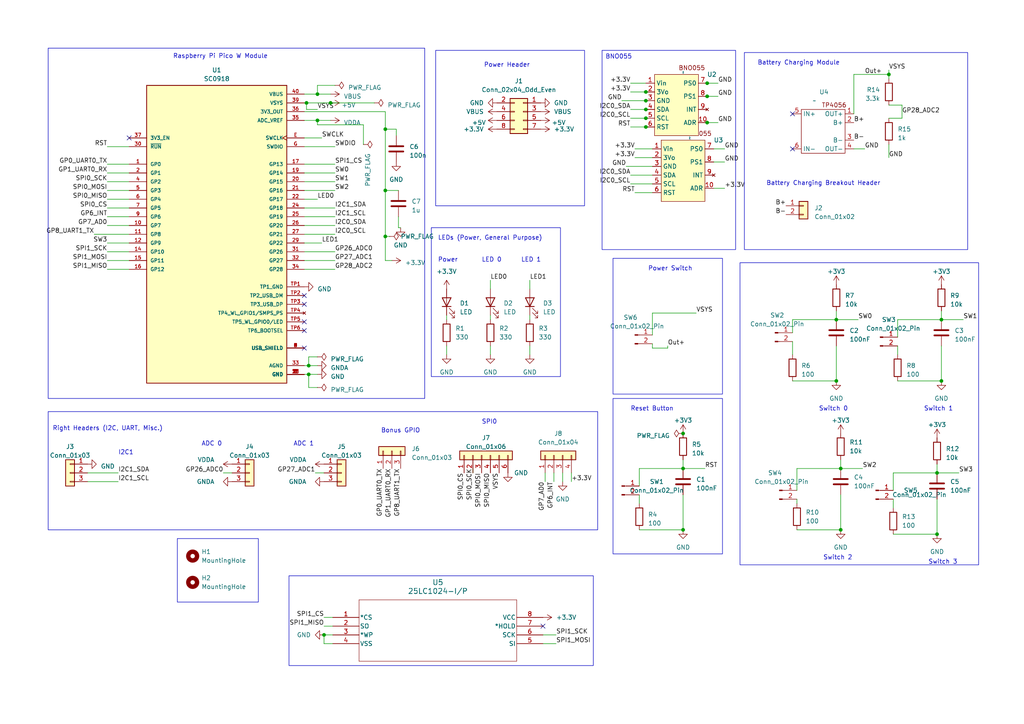
<source format=kicad_sch>
(kicad_sch (version 20230121) (generator eeschema)

  (uuid 256b697e-9752-4e3a-a338-bc05701ab36e)

  (paper "A4")

  (title_block
    (title "FPR PCB - InSight")
    (date "2024-03-04")
    (rev "6")
    (company "SDP 2024 Team 16")
  )

  (lib_symbols
    (symbol "2024-02-21_05-54-04:25LC1024-I_P" (pin_names (offset 0.254)) (in_bom yes) (on_board yes)
      (property "Reference" "U" (at 30.48 10.16 0)
        (effects (font (size 1.524 1.524)))
      )
      (property "Value" "25LC1024-I/P" (at 30.48 7.62 0)
        (effects (font (size 1.524 1.524)))
      )
      (property "Footprint" "PDIP8_300MC_MCH" (at 0 0 0)
        (effects (font (size 1.27 1.27) italic) hide)
      )
      (property "Datasheet" "25LC1024-I/P" (at 0 0 0)
        (effects (font (size 1.27 1.27) italic) hide)
      )
      (property "ki_locked" "" (at 0 0 0)
        (effects (font (size 1.27 1.27)))
      )
      (property "ki_keywords" "25LC1024-I/P" (at 0 0 0)
        (effects (font (size 1.27 1.27)) hide)
      )
      (property "ki_fp_filters" "PDIP8_300MC_MCH" (at 0 0 0)
        (effects (font (size 1.27 1.27)) hide)
      )
      (symbol "25LC1024-I_P_1_1"
        (polyline
          (pts
            (xy 7.62 -12.7)
            (xy 53.34 -12.7)
          )
          (stroke (width 0.127) (type default))
          (fill (type none))
        )
        (polyline
          (pts
            (xy 7.62 5.08)
            (xy 7.62 -12.7)
          )
          (stroke (width 0.127) (type default))
          (fill (type none))
        )
        (polyline
          (pts
            (xy 53.34 -12.7)
            (xy 53.34 5.08)
          )
          (stroke (width 0.127) (type default))
          (fill (type none))
        )
        (polyline
          (pts
            (xy 53.34 5.08)
            (xy 7.62 5.08)
          )
          (stroke (width 0.127) (type default))
          (fill (type none))
        )
        (pin unspecified line (at 0 0 0) (length 7.62)
          (name "*CS" (effects (font (size 1.27 1.27))))
          (number "1" (effects (font (size 1.27 1.27))))
        )
        (pin unspecified line (at 0 -2.54 0) (length 7.62)
          (name "SO" (effects (font (size 1.27 1.27))))
          (number "2" (effects (font (size 1.27 1.27))))
        )
        (pin unspecified line (at 0 -5.08 0) (length 7.62)
          (name "*WP" (effects (font (size 1.27 1.27))))
          (number "3" (effects (font (size 1.27 1.27))))
        )
        (pin unspecified line (at 0 -7.62 0) (length 7.62)
          (name "VSS" (effects (font (size 1.27 1.27))))
          (number "4" (effects (font (size 1.27 1.27))))
        )
        (pin unspecified line (at 60.96 -7.62 180) (length 7.62)
          (name "SI" (effects (font (size 1.27 1.27))))
          (number "5" (effects (font (size 1.27 1.27))))
        )
        (pin unspecified line (at 60.96 -5.08 180) (length 7.62)
          (name "SCK" (effects (font (size 1.27 1.27))))
          (number "6" (effects (font (size 1.27 1.27))))
        )
        (pin unspecified line (at 60.96 -2.54 180) (length 7.62)
          (name "*HOLD" (effects (font (size 1.27 1.27))))
          (number "7" (effects (font (size 1.27 1.27))))
        )
        (pin unspecified line (at 60.96 0 180) (length 7.62)
          (name "VCC" (effects (font (size 1.27 1.27))))
          (number "8" (effects (font (size 1.27 1.27))))
        )
      )
    )
    (symbol "BNO055_Breakout_2" (in_bom yes) (on_board yes)
      (property "Reference" "U2" (at -15.24 1.27 0)
        (effects (font (size 1.27 1.27)) (justify left))
      )
      (property "Value" "~" (at -22.225 1.905 90)
        (effects (font (size 1.27 1.27)))
      )
      (property "Footprint" "Library:BNO055_Breakout" (at -24.13 -6.35 90)
        (effects (font (size 1.27 1.27)) hide)
      )
      (property "Datasheet" "" (at -22.225 1.905 90)
        (effects (font (size 1.27 1.27)) hide)
      )
      (symbol "BNO055_Breakout_2_1_0"
        (pin unspecified line (at -15.24 -12.7 180) (length 2.54)
          (name "ADR" (effects (font (size 1.27 1.27))))
          (number "10" (effects (font (size 1.27 1.27))))
        )
        (pin unspecified line (at -15.24 -1.27 180) (length 2.54)
          (name "PS0" (effects (font (size 1.27 1.27))))
          (number "7" (effects (font (size 1.27 1.27))))
        )
        (pin unspecified line (at -15.24 -5.08 180) (length 2.54)
          (name "PS1" (effects (font (size 1.27 1.27))))
          (number "8" (effects (font (size 1.27 1.27))))
        )
        (pin no_connect line (at -15.24 -8.89 180) (length 2.54)
          (name "INT" (effects (font (size 1.27 1.27))))
          (number "9" (effects (font (size 1.27 1.27))))
        )
      )
      (symbol "BNO055_Breakout_2_1_1"
        (rectangle (start -30.48 1.27) (end -17.78 -16.51)
          (stroke (width 0) (type default))
          (fill (type background))
        )
        (text "BNO055" (at -19.685 3.175 0)
          (effects (font (size 1.27 1.27)))
        )
        (pin power_in line (at -33.02 -1.27 0) (length 2.54)
          (name "Vin" (effects (font (size 1.27 1.27))))
          (number "1" (effects (font (size 1.27 1.27))))
        )
        (pin power_in line (at -33.02 -3.81 0) (length 2.54)
          (name "3Vo" (effects (font (size 1.27 1.27))))
          (number "2" (effects (font (size 1.27 1.27))))
        )
        (pin power_in line (at -33.02 -6.35 0) (length 2.54)
          (name "GND" (effects (font (size 1.27 1.27))))
          (number "3" (effects (font (size 1.27 1.27))))
        )
        (pin bidirectional line (at -33.02 -8.89 0) (length 2.54)
          (name "SDA" (effects (font (size 1.27 1.27))))
          (number "4" (effects (font (size 1.27 1.27))))
        )
        (pin bidirectional line (at -33.02 -11.43 0) (length 2.54)
          (name "SCL" (effects (font (size 1.27 1.27))))
          (number "5" (effects (font (size 1.27 1.27))))
        )
        (pin input line (at -33.02 -13.97 0) (length 2.54)
          (name "RST" (effects (font (size 1.27 1.27))))
          (number "6" (effects (font (size 1.27 1.27))))
        )
      )
    )
    (symbol "Connector:Conn_01x02_Pin" (pin_names (offset 1.016) hide) (in_bom yes) (on_board yes)
      (property "Reference" "J" (at 0 2.54 0)
        (effects (font (size 1.27 1.27)))
      )
      (property "Value" "Conn_01x02_Pin" (at 0 -5.08 0)
        (effects (font (size 1.27 1.27)))
      )
      (property "Footprint" "" (at 0 0 0)
        (effects (font (size 1.27 1.27)) hide)
      )
      (property "Datasheet" "~" (at 0 0 0)
        (effects (font (size 1.27 1.27)) hide)
      )
      (property "ki_locked" "" (at 0 0 0)
        (effects (font (size 1.27 1.27)))
      )
      (property "ki_keywords" "connector" (at 0 0 0)
        (effects (font (size 1.27 1.27)) hide)
      )
      (property "ki_description" "Generic connector, single row, 01x02, script generated" (at 0 0 0)
        (effects (font (size 1.27 1.27)) hide)
      )
      (property "ki_fp_filters" "Connector*:*_1x??_*" (at 0 0 0)
        (effects (font (size 1.27 1.27)) hide)
      )
      (symbol "Conn_01x02_Pin_1_1"
        (polyline
          (pts
            (xy 1.27 -2.54)
            (xy 0.8636 -2.54)
          )
          (stroke (width 0.1524) (type default))
          (fill (type none))
        )
        (polyline
          (pts
            (xy 1.27 0)
            (xy 0.8636 0)
          )
          (stroke (width 0.1524) (type default))
          (fill (type none))
        )
        (rectangle (start 0.8636 -2.413) (end 0 -2.667)
          (stroke (width 0.1524) (type default))
          (fill (type outline))
        )
        (rectangle (start 0.8636 0.127) (end 0 -0.127)
          (stroke (width 0.1524) (type default))
          (fill (type outline))
        )
        (pin passive line (at 5.08 0 180) (length 3.81)
          (name "Pin_1" (effects (font (size 1.27 1.27))))
          (number "1" (effects (font (size 1.27 1.27))))
        )
        (pin passive line (at 5.08 -2.54 180) (length 3.81)
          (name "Pin_2" (effects (font (size 1.27 1.27))))
          (number "2" (effects (font (size 1.27 1.27))))
        )
      )
    )
    (symbol "Connector_Generic:Conn_01x02" (pin_names (offset 1.016) hide) (in_bom yes) (on_board yes)
      (property "Reference" "J" (at 0 2.54 0)
        (effects (font (size 1.27 1.27)))
      )
      (property "Value" "Conn_01x02" (at 0 -5.08 0)
        (effects (font (size 1.27 1.27)))
      )
      (property "Footprint" "" (at 0 0 0)
        (effects (font (size 1.27 1.27)) hide)
      )
      (property "Datasheet" "~" (at 0 0 0)
        (effects (font (size 1.27 1.27)) hide)
      )
      (property "ki_keywords" "connector" (at 0 0 0)
        (effects (font (size 1.27 1.27)) hide)
      )
      (property "ki_description" "Generic connector, single row, 01x02, script generated (kicad-library-utils/schlib/autogen/connector/)" (at 0 0 0)
        (effects (font (size 1.27 1.27)) hide)
      )
      (property "ki_fp_filters" "Connector*:*_1x??_*" (at 0 0 0)
        (effects (font (size 1.27 1.27)) hide)
      )
      (symbol "Conn_01x02_1_1"
        (rectangle (start -1.27 -2.413) (end 0 -2.667)
          (stroke (width 0.1524) (type default))
          (fill (type none))
        )
        (rectangle (start -1.27 0.127) (end 0 -0.127)
          (stroke (width 0.1524) (type default))
          (fill (type none))
        )
        (rectangle (start -1.27 1.27) (end 1.27 -3.81)
          (stroke (width 0.254) (type default))
          (fill (type background))
        )
        (pin passive line (at -5.08 0 0) (length 3.81)
          (name "Pin_1" (effects (font (size 1.27 1.27))))
          (number "1" (effects (font (size 1.27 1.27))))
        )
        (pin passive line (at -5.08 -2.54 0) (length 3.81)
          (name "Pin_2" (effects (font (size 1.27 1.27))))
          (number "2" (effects (font (size 1.27 1.27))))
        )
      )
    )
    (symbol "Connector_Generic:Conn_01x03" (pin_names (offset 1.016) hide) (in_bom yes) (on_board yes)
      (property "Reference" "J" (at 0 5.08 0)
        (effects (font (size 1.27 1.27)))
      )
      (property "Value" "Conn_01x03" (at 0 -5.08 0)
        (effects (font (size 1.27 1.27)))
      )
      (property "Footprint" "" (at 0 0 0)
        (effects (font (size 1.27 1.27)) hide)
      )
      (property "Datasheet" "~" (at 0 0 0)
        (effects (font (size 1.27 1.27)) hide)
      )
      (property "ki_keywords" "connector" (at 0 0 0)
        (effects (font (size 1.27 1.27)) hide)
      )
      (property "ki_description" "Generic connector, single row, 01x03, script generated (kicad-library-utils/schlib/autogen/connector/)" (at 0 0 0)
        (effects (font (size 1.27 1.27)) hide)
      )
      (property "ki_fp_filters" "Connector*:*_1x??_*" (at 0 0 0)
        (effects (font (size 1.27 1.27)) hide)
      )
      (symbol "Conn_01x03_1_1"
        (rectangle (start -1.27 -2.413) (end 0 -2.667)
          (stroke (width 0.1524) (type default))
          (fill (type none))
        )
        (rectangle (start -1.27 0.127) (end 0 -0.127)
          (stroke (width 0.1524) (type default))
          (fill (type none))
        )
        (rectangle (start -1.27 2.667) (end 0 2.413)
          (stroke (width 0.1524) (type default))
          (fill (type none))
        )
        (rectangle (start -1.27 3.81) (end 1.27 -3.81)
          (stroke (width 0.254) (type default))
          (fill (type background))
        )
        (pin passive line (at -5.08 2.54 0) (length 3.81)
          (name "Pin_1" (effects (font (size 1.27 1.27))))
          (number "1" (effects (font (size 1.27 1.27))))
        )
        (pin passive line (at -5.08 0 0) (length 3.81)
          (name "Pin_2" (effects (font (size 1.27 1.27))))
          (number "2" (effects (font (size 1.27 1.27))))
        )
        (pin passive line (at -5.08 -2.54 0) (length 3.81)
          (name "Pin_3" (effects (font (size 1.27 1.27))))
          (number "3" (effects (font (size 1.27 1.27))))
        )
      )
    )
    (symbol "Connector_Generic:Conn_01x04" (pin_names (offset 1.016) hide) (in_bom yes) (on_board yes)
      (property "Reference" "J" (at 0 5.08 0)
        (effects (font (size 1.27 1.27)))
      )
      (property "Value" "Conn_01x04" (at 0 -7.62 0)
        (effects (font (size 1.27 1.27)))
      )
      (property "Footprint" "" (at 0 0 0)
        (effects (font (size 1.27 1.27)) hide)
      )
      (property "Datasheet" "~" (at 0 0 0)
        (effects (font (size 1.27 1.27)) hide)
      )
      (property "ki_keywords" "connector" (at 0 0 0)
        (effects (font (size 1.27 1.27)) hide)
      )
      (property "ki_description" "Generic connector, single row, 01x04, script generated (kicad-library-utils/schlib/autogen/connector/)" (at 0 0 0)
        (effects (font (size 1.27 1.27)) hide)
      )
      (property "ki_fp_filters" "Connector*:*_1x??_*" (at 0 0 0)
        (effects (font (size 1.27 1.27)) hide)
      )
      (symbol "Conn_01x04_1_1"
        (rectangle (start -1.27 -4.953) (end 0 -5.207)
          (stroke (width 0.1524) (type default))
          (fill (type none))
        )
        (rectangle (start -1.27 -2.413) (end 0 -2.667)
          (stroke (width 0.1524) (type default))
          (fill (type none))
        )
        (rectangle (start -1.27 0.127) (end 0 -0.127)
          (stroke (width 0.1524) (type default))
          (fill (type none))
        )
        (rectangle (start -1.27 2.667) (end 0 2.413)
          (stroke (width 0.1524) (type default))
          (fill (type none))
        )
        (rectangle (start -1.27 3.81) (end 1.27 -6.35)
          (stroke (width 0.254) (type default))
          (fill (type background))
        )
        (pin passive line (at -5.08 2.54 0) (length 3.81)
          (name "Pin_1" (effects (font (size 1.27 1.27))))
          (number "1" (effects (font (size 1.27 1.27))))
        )
        (pin passive line (at -5.08 0 0) (length 3.81)
          (name "Pin_2" (effects (font (size 1.27 1.27))))
          (number "2" (effects (font (size 1.27 1.27))))
        )
        (pin passive line (at -5.08 -2.54 0) (length 3.81)
          (name "Pin_3" (effects (font (size 1.27 1.27))))
          (number "3" (effects (font (size 1.27 1.27))))
        )
        (pin passive line (at -5.08 -5.08 0) (length 3.81)
          (name "Pin_4" (effects (font (size 1.27 1.27))))
          (number "4" (effects (font (size 1.27 1.27))))
        )
      )
    )
    (symbol "Connector_Generic:Conn_01x06" (pin_names (offset 1.016) hide) (in_bom yes) (on_board yes)
      (property "Reference" "J" (at 0 7.62 0)
        (effects (font (size 1.27 1.27)))
      )
      (property "Value" "Conn_01x06" (at 0 -10.16 0)
        (effects (font (size 1.27 1.27)))
      )
      (property "Footprint" "" (at 0 0 0)
        (effects (font (size 1.27 1.27)) hide)
      )
      (property "Datasheet" "~" (at 0 0 0)
        (effects (font (size 1.27 1.27)) hide)
      )
      (property "ki_keywords" "connector" (at 0 0 0)
        (effects (font (size 1.27 1.27)) hide)
      )
      (property "ki_description" "Generic connector, single row, 01x06, script generated (kicad-library-utils/schlib/autogen/connector/)" (at 0 0 0)
        (effects (font (size 1.27 1.27)) hide)
      )
      (property "ki_fp_filters" "Connector*:*_1x??_*" (at 0 0 0)
        (effects (font (size 1.27 1.27)) hide)
      )
      (symbol "Conn_01x06_1_1"
        (rectangle (start -1.27 -7.493) (end 0 -7.747)
          (stroke (width 0.1524) (type default))
          (fill (type none))
        )
        (rectangle (start -1.27 -4.953) (end 0 -5.207)
          (stroke (width 0.1524) (type default))
          (fill (type none))
        )
        (rectangle (start -1.27 -2.413) (end 0 -2.667)
          (stroke (width 0.1524) (type default))
          (fill (type none))
        )
        (rectangle (start -1.27 0.127) (end 0 -0.127)
          (stroke (width 0.1524) (type default))
          (fill (type none))
        )
        (rectangle (start -1.27 2.667) (end 0 2.413)
          (stroke (width 0.1524) (type default))
          (fill (type none))
        )
        (rectangle (start -1.27 5.207) (end 0 4.953)
          (stroke (width 0.1524) (type default))
          (fill (type none))
        )
        (rectangle (start -1.27 6.35) (end 1.27 -8.89)
          (stroke (width 0.254) (type default))
          (fill (type background))
        )
        (pin passive line (at -5.08 5.08 0) (length 3.81)
          (name "Pin_1" (effects (font (size 1.27 1.27))))
          (number "1" (effects (font (size 1.27 1.27))))
        )
        (pin passive line (at -5.08 2.54 0) (length 3.81)
          (name "Pin_2" (effects (font (size 1.27 1.27))))
          (number "2" (effects (font (size 1.27 1.27))))
        )
        (pin passive line (at -5.08 0 0) (length 3.81)
          (name "Pin_3" (effects (font (size 1.27 1.27))))
          (number "3" (effects (font (size 1.27 1.27))))
        )
        (pin passive line (at -5.08 -2.54 0) (length 3.81)
          (name "Pin_4" (effects (font (size 1.27 1.27))))
          (number "4" (effects (font (size 1.27 1.27))))
        )
        (pin passive line (at -5.08 -5.08 0) (length 3.81)
          (name "Pin_5" (effects (font (size 1.27 1.27))))
          (number "5" (effects (font (size 1.27 1.27))))
        )
        (pin passive line (at -5.08 -7.62 0) (length 3.81)
          (name "Pin_6" (effects (font (size 1.27 1.27))))
          (number "6" (effects (font (size 1.27 1.27))))
        )
      )
    )
    (symbol "Connector_Generic:Conn_02x04_Odd_Even" (pin_names (offset 1.016) hide) (in_bom yes) (on_board yes)
      (property "Reference" "J" (at 1.27 5.08 0)
        (effects (font (size 1.27 1.27)))
      )
      (property "Value" "Conn_02x04_Odd_Even" (at 1.27 -7.62 0)
        (effects (font (size 1.27 1.27)))
      )
      (property "Footprint" "" (at 0 0 0)
        (effects (font (size 1.27 1.27)) hide)
      )
      (property "Datasheet" "~" (at 0 0 0)
        (effects (font (size 1.27 1.27)) hide)
      )
      (property "ki_keywords" "connector" (at 0 0 0)
        (effects (font (size 1.27 1.27)) hide)
      )
      (property "ki_description" "Generic connector, double row, 02x04, odd/even pin numbering scheme (row 1 odd numbers, row 2 even numbers), script generated (kicad-library-utils/schlib/autogen/connector/)" (at 0 0 0)
        (effects (font (size 1.27 1.27)) hide)
      )
      (property "ki_fp_filters" "Connector*:*_2x??_*" (at 0 0 0)
        (effects (font (size 1.27 1.27)) hide)
      )
      (symbol "Conn_02x04_Odd_Even_1_1"
        (rectangle (start -1.27 -4.953) (end 0 -5.207)
          (stroke (width 0.1524) (type default))
          (fill (type none))
        )
        (rectangle (start -1.27 -2.413) (end 0 -2.667)
          (stroke (width 0.1524) (type default))
          (fill (type none))
        )
        (rectangle (start -1.27 0.127) (end 0 -0.127)
          (stroke (width 0.1524) (type default))
          (fill (type none))
        )
        (rectangle (start -1.27 2.667) (end 0 2.413)
          (stroke (width 0.1524) (type default))
          (fill (type none))
        )
        (rectangle (start -1.27 3.81) (end 3.81 -6.35)
          (stroke (width 0.254) (type default))
          (fill (type background))
        )
        (rectangle (start 3.81 -4.953) (end 2.54 -5.207)
          (stroke (width 0.1524) (type default))
          (fill (type none))
        )
        (rectangle (start 3.81 -2.413) (end 2.54 -2.667)
          (stroke (width 0.1524) (type default))
          (fill (type none))
        )
        (rectangle (start 3.81 0.127) (end 2.54 -0.127)
          (stroke (width 0.1524) (type default))
          (fill (type none))
        )
        (rectangle (start 3.81 2.667) (end 2.54 2.413)
          (stroke (width 0.1524) (type default))
          (fill (type none))
        )
        (pin passive line (at -5.08 2.54 0) (length 3.81)
          (name "Pin_1" (effects (font (size 1.27 1.27))))
          (number "1" (effects (font (size 1.27 1.27))))
        )
        (pin passive line (at 7.62 2.54 180) (length 3.81)
          (name "Pin_2" (effects (font (size 1.27 1.27))))
          (number "2" (effects (font (size 1.27 1.27))))
        )
        (pin passive line (at -5.08 0 0) (length 3.81)
          (name "Pin_3" (effects (font (size 1.27 1.27))))
          (number "3" (effects (font (size 1.27 1.27))))
        )
        (pin passive line (at 7.62 0 180) (length 3.81)
          (name "Pin_4" (effects (font (size 1.27 1.27))))
          (number "4" (effects (font (size 1.27 1.27))))
        )
        (pin passive line (at -5.08 -2.54 0) (length 3.81)
          (name "Pin_5" (effects (font (size 1.27 1.27))))
          (number "5" (effects (font (size 1.27 1.27))))
        )
        (pin passive line (at 7.62 -2.54 180) (length 3.81)
          (name "Pin_6" (effects (font (size 1.27 1.27))))
          (number "6" (effects (font (size 1.27 1.27))))
        )
        (pin passive line (at -5.08 -5.08 0) (length 3.81)
          (name "Pin_7" (effects (font (size 1.27 1.27))))
          (number "7" (effects (font (size 1.27 1.27))))
        )
        (pin passive line (at 7.62 -5.08 180) (length 3.81)
          (name "Pin_8" (effects (font (size 1.27 1.27))))
          (number "8" (effects (font (size 1.27 1.27))))
        )
      )
    )
    (symbol "Device:C" (pin_numbers hide) (pin_names (offset 0.254)) (in_bom yes) (on_board yes)
      (property "Reference" "C" (at 0.635 2.54 0)
        (effects (font (size 1.27 1.27)) (justify left))
      )
      (property "Value" "C" (at 0.635 -2.54 0)
        (effects (font (size 1.27 1.27)) (justify left))
      )
      (property "Footprint" "" (at 0.9652 -3.81 0)
        (effects (font (size 1.27 1.27)) hide)
      )
      (property "Datasheet" "~" (at 0 0 0)
        (effects (font (size 1.27 1.27)) hide)
      )
      (property "ki_keywords" "cap capacitor" (at 0 0 0)
        (effects (font (size 1.27 1.27)) hide)
      )
      (property "ki_description" "Unpolarized capacitor" (at 0 0 0)
        (effects (font (size 1.27 1.27)) hide)
      )
      (property "ki_fp_filters" "C_*" (at 0 0 0)
        (effects (font (size 1.27 1.27)) hide)
      )
      (symbol "C_0_1"
        (polyline
          (pts
            (xy -2.032 -0.762)
            (xy 2.032 -0.762)
          )
          (stroke (width 0.508) (type default))
          (fill (type none))
        )
        (polyline
          (pts
            (xy -2.032 0.762)
            (xy 2.032 0.762)
          )
          (stroke (width 0.508) (type default))
          (fill (type none))
        )
      )
      (symbol "C_1_1"
        (pin passive line (at 0 3.81 270) (length 2.794)
          (name "~" (effects (font (size 1.27 1.27))))
          (number "1" (effects (font (size 1.27 1.27))))
        )
        (pin passive line (at 0 -3.81 90) (length 2.794)
          (name "~" (effects (font (size 1.27 1.27))))
          (number "2" (effects (font (size 1.27 1.27))))
        )
      )
    )
    (symbol "Device:LED" (pin_numbers hide) (pin_names (offset 1.016) hide) (in_bom yes) (on_board yes)
      (property "Reference" "D" (at 0 2.54 0)
        (effects (font (size 1.27 1.27)))
      )
      (property "Value" "LED" (at 0 -2.54 0)
        (effects (font (size 1.27 1.27)))
      )
      (property "Footprint" "" (at 0 0 0)
        (effects (font (size 1.27 1.27)) hide)
      )
      (property "Datasheet" "~" (at 0 0 0)
        (effects (font (size 1.27 1.27)) hide)
      )
      (property "ki_keywords" "LED diode" (at 0 0 0)
        (effects (font (size 1.27 1.27)) hide)
      )
      (property "ki_description" "Light emitting diode" (at 0 0 0)
        (effects (font (size 1.27 1.27)) hide)
      )
      (property "ki_fp_filters" "LED* LED_SMD:* LED_THT:*" (at 0 0 0)
        (effects (font (size 1.27 1.27)) hide)
      )
      (symbol "LED_0_1"
        (polyline
          (pts
            (xy -1.27 -1.27)
            (xy -1.27 1.27)
          )
          (stroke (width 0.254) (type default))
          (fill (type none))
        )
        (polyline
          (pts
            (xy -1.27 0)
            (xy 1.27 0)
          )
          (stroke (width 0) (type default))
          (fill (type none))
        )
        (polyline
          (pts
            (xy 1.27 -1.27)
            (xy 1.27 1.27)
            (xy -1.27 0)
            (xy 1.27 -1.27)
          )
          (stroke (width 0.254) (type default))
          (fill (type none))
        )
        (polyline
          (pts
            (xy -3.048 -0.762)
            (xy -4.572 -2.286)
            (xy -3.81 -2.286)
            (xy -4.572 -2.286)
            (xy -4.572 -1.524)
          )
          (stroke (width 0) (type default))
          (fill (type none))
        )
        (polyline
          (pts
            (xy -1.778 -0.762)
            (xy -3.302 -2.286)
            (xy -2.54 -2.286)
            (xy -3.302 -2.286)
            (xy -3.302 -1.524)
          )
          (stroke (width 0) (type default))
          (fill (type none))
        )
      )
      (symbol "LED_1_1"
        (pin passive line (at -3.81 0 0) (length 2.54)
          (name "K" (effects (font (size 1.27 1.27))))
          (number "1" (effects (font (size 1.27 1.27))))
        )
        (pin passive line (at 3.81 0 180) (length 2.54)
          (name "A" (effects (font (size 1.27 1.27))))
          (number "2" (effects (font (size 1.27 1.27))))
        )
      )
    )
    (symbol "Device:R" (pin_numbers hide) (pin_names (offset 0)) (in_bom yes) (on_board yes)
      (property "Reference" "R" (at 2.032 0 90)
        (effects (font (size 1.27 1.27)))
      )
      (property "Value" "R" (at 0 0 90)
        (effects (font (size 1.27 1.27)))
      )
      (property "Footprint" "" (at -1.778 0 90)
        (effects (font (size 1.27 1.27)) hide)
      )
      (property "Datasheet" "~" (at 0 0 0)
        (effects (font (size 1.27 1.27)) hide)
      )
      (property "ki_keywords" "R res resistor" (at 0 0 0)
        (effects (font (size 1.27 1.27)) hide)
      )
      (property "ki_description" "Resistor" (at 0 0 0)
        (effects (font (size 1.27 1.27)) hide)
      )
      (property "ki_fp_filters" "R_*" (at 0 0 0)
        (effects (font (size 1.27 1.27)) hide)
      )
      (symbol "R_0_1"
        (rectangle (start -1.016 -2.54) (end 1.016 2.54)
          (stroke (width 0.254) (type default))
          (fill (type none))
        )
      )
      (symbol "R_1_1"
        (pin passive line (at 0 3.81 270) (length 1.27)
          (name "~" (effects (font (size 1.27 1.27))))
          (number "1" (effects (font (size 1.27 1.27))))
        )
        (pin passive line (at 0 -3.81 90) (length 1.27)
          (name "~" (effects (font (size 1.27 1.27))))
          (number "2" (effects (font (size 1.27 1.27))))
        )
      )
    )
    (symbol "Mechanical:MountingHole" (pin_names (offset 1.016)) (in_bom yes) (on_board yes)
      (property "Reference" "H" (at 0 5.08 0)
        (effects (font (size 1.27 1.27)))
      )
      (property "Value" "MountingHole" (at 0 3.175 0)
        (effects (font (size 1.27 1.27)))
      )
      (property "Footprint" "" (at 0 0 0)
        (effects (font (size 1.27 1.27)) hide)
      )
      (property "Datasheet" "~" (at 0 0 0)
        (effects (font (size 1.27 1.27)) hide)
      )
      (property "ki_keywords" "mounting hole" (at 0 0 0)
        (effects (font (size 1.27 1.27)) hide)
      )
      (property "ki_description" "Mounting Hole without connection" (at 0 0 0)
        (effects (font (size 1.27 1.27)) hide)
      )
      (property "ki_fp_filters" "MountingHole*" (at 0 0 0)
        (effects (font (size 1.27 1.27)) hide)
      )
      (symbol "MountingHole_0_1"
        (circle (center 0 0) (radius 1.27)
          (stroke (width 1.27) (type default))
          (fill (type none))
        )
      )
    )
    (symbol "SC0918:SC0918" (pin_names (offset 1.016)) (in_bom yes) (on_board yes)
      (property "Reference" "U" (at -20.32 43.942 0)
        (effects (font (size 1.27 1.27)) (justify left bottom))
      )
      (property "Value" "SC0918" (at -20.32 -45.72 0)
        (effects (font (size 1.27 1.27)) (justify left bottom))
      )
      (property "Footprint" "SC0918:MODULE_SC0918" (at 0 0 0)
        (effects (font (size 1.27 1.27)) (justify bottom) hide)
      )
      (property "Datasheet" "" (at 0 0 0)
        (effects (font (size 1.27 1.27)) hide)
      )
      (property "MF" "Raspberry Pi" (at 0 0 0)
        (effects (font (size 1.27 1.27)) (justify bottom) hide)
      )
      (property "MAXIMUM_PACKAGE_HEIGHT" "3.6mm" (at 0 0 0)
        (effects (font (size 1.27 1.27)) (justify bottom) hide)
      )
      (property "Package" "None" (at 0 0 0)
        (effects (font (size 1.27 1.27)) (justify bottom) hide)
      )
      (property "Price" "None" (at 0 0 0)
        (effects (font (size 1.27 1.27)) (justify bottom) hide)
      )
      (property "Check_prices" "https://www.snapeda.com/parts/SC0918/Raspberry+Pi/view-part/?ref=eda" (at 0 0 0)
        (effects (font (size 1.27 1.27)) (justify bottom) hide)
      )
      (property "STANDARD" "Manufacturer Recommendations" (at 0 0 0)
        (effects (font (size 1.27 1.27)) (justify bottom) hide)
      )
      (property "PARTREV" "2.1" (at 0 0 0)
        (effects (font (size 1.27 1.27)) (justify bottom) hide)
      )
      (property "SnapEDA_Link" "https://www.snapeda.com/parts/SC0918/Raspberry+Pi/view-part/?ref=snap" (at 0 0 0)
        (effects (font (size 1.27 1.27)) (justify bottom) hide)
      )
      (property "MP" "SC0918" (at 0 0 0)
        (effects (font (size 1.27 1.27)) (justify bottom) hide)
      )
      (property "Purchase-URL" "https://www.snapeda.com/api/url_track_click_mouser/?unipart_id=12166550&manufacturer=Raspberry Pi&part_name=SC0918&search_term=None" (at 0 0 0)
        (effects (font (size 1.27 1.27)) (justify bottom) hide)
      )
      (property "Description" "\n- RP2040 Transceiver; 802.11 b/g/n (Wi-Fi, WiFi, WLAN), Bluetooth® 5 2.4GHz Evaluation Board\n" (at 0 0 0)
        (effects (font (size 1.27 1.27)) (justify bottom) hide)
      )
      (property "Availability" "In Stock" (at 0 0 0)
        (effects (font (size 1.27 1.27)) (justify bottom) hide)
      )
      (property "MANUFACTURER" "Raspberry Pi" (at 0 0 0)
        (effects (font (size 1.27 1.27)) (justify bottom) hide)
      )
      (symbol "SC0918_0_0"
        (rectangle (start -20.32 -43.18) (end 20.32 43.18)
          (stroke (width 0.254) (type default))
          (fill (type background))
        )
        (pin bidirectional line (at -25.4 20.32 0) (length 5.08)
          (name "GP0" (effects (font (size 1.016 1.016))))
          (number "1" (effects (font (size 1.016 1.016))))
        )
        (pin bidirectional line (at -25.4 2.54 0) (length 5.08)
          (name "GP7" (effects (font (size 1.016 1.016))))
          (number "10" (effects (font (size 1.016 1.016))))
        )
        (pin bidirectional line (at -25.4 0 0) (length 5.08)
          (name "GP8" (effects (font (size 1.016 1.016))))
          (number "11" (effects (font (size 1.016 1.016))))
        )
        (pin bidirectional line (at -25.4 -2.54 0) (length 5.08)
          (name "GP9" (effects (font (size 1.016 1.016))))
          (number "12" (effects (font (size 1.016 1.016))))
        )
        (pin power_in line (at 25.4 -40.64 180) (length 5.08)
          (name "GND" (effects (font (size 1.016 1.016))))
          (number "13" (effects (font (size 1.016 1.016))))
        )
        (pin bidirectional line (at -25.4 -5.08 0) (length 5.08)
          (name "GP10" (effects (font (size 1.016 1.016))))
          (number "14" (effects (font (size 1.016 1.016))))
        )
        (pin bidirectional line (at -25.4 -7.62 0) (length 5.08)
          (name "GP11" (effects (font (size 1.016 1.016))))
          (number "15" (effects (font (size 1.016 1.016))))
        )
        (pin bidirectional line (at -25.4 -10.16 0) (length 5.08)
          (name "GP12" (effects (font (size 1.016 1.016))))
          (number "16" (effects (font (size 1.016 1.016))))
        )
        (pin bidirectional line (at 25.4 20.32 180) (length 5.08)
          (name "GP13" (effects (font (size 1.016 1.016))))
          (number "17" (effects (font (size 1.016 1.016))))
        )
        (pin power_in line (at 25.4 -40.64 180) (length 5.08)
          (name "GND" (effects (font (size 1.016 1.016))))
          (number "18" (effects (font (size 1.016 1.016))))
        )
        (pin bidirectional line (at 25.4 17.78 180) (length 5.08)
          (name "GP14" (effects (font (size 1.016 1.016))))
          (number "19" (effects (font (size 1.016 1.016))))
        )
        (pin bidirectional line (at -25.4 17.78 0) (length 5.08)
          (name "GP1" (effects (font (size 1.016 1.016))))
          (number "2" (effects (font (size 1.016 1.016))))
        )
        (pin bidirectional line (at 25.4 15.24 180) (length 5.08)
          (name "GP15" (effects (font (size 1.016 1.016))))
          (number "20" (effects (font (size 1.016 1.016))))
        )
        (pin bidirectional line (at 25.4 12.7 180) (length 5.08)
          (name "GP16" (effects (font (size 1.016 1.016))))
          (number "21" (effects (font (size 1.016 1.016))))
        )
        (pin bidirectional line (at 25.4 10.16 180) (length 5.08)
          (name "GP17" (effects (font (size 1.016 1.016))))
          (number "22" (effects (font (size 1.016 1.016))))
        )
        (pin power_in line (at 25.4 -40.64 180) (length 5.08)
          (name "GND" (effects (font (size 1.016 1.016))))
          (number "23" (effects (font (size 1.016 1.016))))
        )
        (pin bidirectional line (at 25.4 7.62 180) (length 5.08)
          (name "GP18" (effects (font (size 1.016 1.016))))
          (number "24" (effects (font (size 1.016 1.016))))
        )
        (pin bidirectional line (at 25.4 5.08 180) (length 5.08)
          (name "GP19" (effects (font (size 1.016 1.016))))
          (number "25" (effects (font (size 1.016 1.016))))
        )
        (pin bidirectional line (at 25.4 2.54 180) (length 5.08)
          (name "GP20" (effects (font (size 1.016 1.016))))
          (number "26" (effects (font (size 1.016 1.016))))
        )
        (pin bidirectional line (at 25.4 0 180) (length 5.08)
          (name "GP21" (effects (font (size 1.016 1.016))))
          (number "27" (effects (font (size 1.016 1.016))))
        )
        (pin power_in line (at 25.4 -40.64 180) (length 5.08)
          (name "GND" (effects (font (size 1.016 1.016))))
          (number "28" (effects (font (size 1.016 1.016))))
        )
        (pin bidirectional line (at 25.4 -2.54 180) (length 5.08)
          (name "GP22" (effects (font (size 1.016 1.016))))
          (number "29" (effects (font (size 1.016 1.016))))
        )
        (pin power_in line (at 25.4 -40.64 180) (length 5.08)
          (name "GND" (effects (font (size 1.016 1.016))))
          (number "3" (effects (font (size 1.016 1.016))))
        )
        (pin input line (at -25.4 25.4 0) (length 5.08)
          (name "~{RUN}" (effects (font (size 1.016 1.016))))
          (number "30" (effects (font (size 1.016 1.016))))
        )
        (pin bidirectional line (at 25.4 -5.08 180) (length 5.08)
          (name "GP26" (effects (font (size 1.016 1.016))))
          (number "31" (effects (font (size 1.016 1.016))))
        )
        (pin bidirectional line (at 25.4 -7.62 180) (length 5.08)
          (name "GP27" (effects (font (size 1.016 1.016))))
          (number "32" (effects (font (size 1.016 1.016))))
        )
        (pin power_in line (at 25.4 -38.1 180) (length 5.08)
          (name "AGND" (effects (font (size 1.016 1.016))))
          (number "33" (effects (font (size 1.016 1.016))))
        )
        (pin bidirectional line (at 25.4 -10.16 180) (length 5.08)
          (name "GP28" (effects (font (size 1.016 1.016))))
          (number "34" (effects (font (size 1.016 1.016))))
        )
        (pin power_in line (at 25.4 33.02 180) (length 5.08)
          (name "ADC_VREF" (effects (font (size 1.016 1.016))))
          (number "35" (effects (font (size 1.016 1.016))))
        )
        (pin power_in line (at 25.4 35.56 180) (length 5.08)
          (name "3V3_OUT" (effects (font (size 1.016 1.016))))
          (number "36" (effects (font (size 1.016 1.016))))
        )
        (pin input line (at -25.4 27.94 0) (length 5.08)
          (name "3V3_EN" (effects (font (size 1.016 1.016))))
          (number "37" (effects (font (size 1.016 1.016))))
        )
        (pin power_in line (at 25.4 -40.64 180) (length 5.08)
          (name "GND" (effects (font (size 1.016 1.016))))
          (number "38" (effects (font (size 1.016 1.016))))
        )
        (pin power_in line (at 25.4 38.1 180) (length 5.08)
          (name "VSYS" (effects (font (size 1.016 1.016))))
          (number "39" (effects (font (size 1.016 1.016))))
        )
        (pin bidirectional line (at -25.4 15.24 0) (length 5.08)
          (name "GP2" (effects (font (size 1.016 1.016))))
          (number "4" (effects (font (size 1.016 1.016))))
        )
        (pin power_in line (at 25.4 40.64 180) (length 5.08)
          (name "VBUS" (effects (font (size 1.016 1.016))))
          (number "40" (effects (font (size 1.016 1.016))))
        )
        (pin bidirectional line (at -25.4 12.7 0) (length 5.08)
          (name "GP3" (effects (font (size 1.016 1.016))))
          (number "5" (effects (font (size 1.016 1.016))))
        )
        (pin bidirectional line (at -25.4 10.16 0) (length 5.08)
          (name "GP4" (effects (font (size 1.016 1.016))))
          (number "6" (effects (font (size 1.016 1.016))))
        )
        (pin bidirectional line (at -25.4 7.62 0) (length 5.08)
          (name "GP5" (effects (font (size 1.016 1.016))))
          (number "7" (effects (font (size 1.016 1.016))))
        )
        (pin power_in line (at 25.4 -40.64 180) (length 5.08)
          (name "GND" (effects (font (size 1.016 1.016))))
          (number "8" (effects (font (size 1.016 1.016))))
        )
        (pin bidirectional line (at -25.4 5.08 0) (length 5.08)
          (name "GP6" (effects (font (size 1.016 1.016))))
          (number "9" (effects (font (size 1.016 1.016))))
        )
        (pin power_in line (at 25.4 -33.02 180) (length 5.08)
          (name "USB_SHIELD" (effects (font (size 1.016 1.016))))
          (number "A" (effects (font (size 1.016 1.016))))
        )
        (pin power_in line (at 25.4 -33.02 180) (length 5.08)
          (name "USB_SHIELD" (effects (font (size 1.016 1.016))))
          (number "B" (effects (font (size 1.016 1.016))))
        )
        (pin power_in line (at 25.4 -33.02 180) (length 5.08)
          (name "USB_SHIELD" (effects (font (size 1.016 1.016))))
          (number "C" (effects (font (size 1.016 1.016))))
        )
        (pin power_in line (at 25.4 -33.02 180) (length 5.08)
          (name "USB_SHIELD" (effects (font (size 1.016 1.016))))
          (number "D" (effects (font (size 1.016 1.016))))
        )
        (pin input clock (at 25.4 27.94 180) (length 5.08)
          (name "SWCLK" (effects (font (size 1.016 1.016))))
          (number "E" (effects (font (size 1.016 1.016))))
        )
        (pin power_in line (at 25.4 -40.64 180) (length 5.08)
          (name "GND" (effects (font (size 1.016 1.016))))
          (number "F" (effects (font (size 1.016 1.016))))
        )
        (pin bidirectional line (at 25.4 25.4 180) (length 5.08)
          (name "SWDIO" (effects (font (size 1.016 1.016))))
          (number "G" (effects (font (size 1.016 1.016))))
        )
        (pin power_in line (at 25.4 -15.24 180) (length 5.08)
          (name "TP1_GND" (effects (font (size 1.016 1.016))))
          (number "TP1" (effects (font (size 1.016 1.016))))
        )
        (pin bidirectional line (at 25.4 -17.78 180) (length 5.08)
          (name "TP2_USB_DM" (effects (font (size 1.016 1.016))))
          (number "TP2" (effects (font (size 1.016 1.016))))
        )
        (pin bidirectional line (at 25.4 -20.32 180) (length 5.08)
          (name "TP3_USB_DP" (effects (font (size 1.016 1.016))))
          (number "TP3" (effects (font (size 1.016 1.016))))
        )
        (pin no_connect line (at 25.4 -22.86 180) (length 5.08)
          (name "TP4_WL_GPIO1/SMPS_PS" (effects (font (size 1.016 1.016))))
          (number "TP4" (effects (font (size 1.016 1.016))))
        )
        (pin output line (at 25.4 -25.4 180) (length 5.08)
          (name "TP5_WL_GPIO0/LED" (effects (font (size 1.016 1.016))))
          (number "TP5" (effects (font (size 1.016 1.016))))
        )
        (pin input line (at 25.4 -27.94 180) (length 5.08)
          (name "TP6_BOOTSEL" (effects (font (size 1.016 1.016))))
          (number "TP6" (effects (font (size 1.016 1.016))))
        )
      )
    )
    (symbol "TP4056:TP4056" (in_bom yes) (on_board yes)
      (property "Reference" "U" (at 0 0 0)
        (effects (font (size 1.27 1.27)) (justify left))
      )
      (property "Value" "" (at 0 0 0)
        (effects (font (size 1.27 1.27)))
      )
      (property "Footprint" "" (at 0 0 0)
        (effects (font (size 1.27 1.27)) hide)
      )
      (property "Datasheet" "" (at 0 0 0)
        (effects (font (size 1.27 1.27)) hide)
      )
      (symbol "TP4056_0_1"
        (rectangle (start -3.81 -2.54) (end 8.89 -15.24)
          (stroke (width 0) (type default))
          (fill (type none))
        )
      )
      (symbol "TP4056_1_1"
        (text "TP4056" (at 5.715 -1.27 0)
          (effects (font (size 1.27 1.27)))
        )
        (pin power_in line (at 11.43 -3.81 180) (length 2.54)
          (name "OUT+" (effects (font (size 1.27 1.27))))
          (number "1" (effects (font (size 1.27 1.27))))
        )
        (pin power_in line (at 11.43 -6.35 180) (length 2.54)
          (name "B+" (effects (font (size 1.27 1.27))))
          (number "2" (effects (font (size 1.27 1.27))))
        )
        (pin power_out line (at 11.43 -11.43 180) (length 2.54)
          (name "B-" (effects (font (size 1.27 1.27))))
          (number "3" (effects (font (size 1.27 1.27))))
        )
        (pin power_in line (at 11.43 -13.97 180) (length 2.54)
          (name "OUT-" (effects (font (size 1.27 1.27))))
          (number "4" (effects (font (size 1.27 1.27))))
        )
        (pin input line (at -6.35 -3.81 0) (length 2.54)
          (name "IN+" (effects (font (size 1.27 1.27))))
          (number "5" (effects (font (size 1.27 1.27))))
        )
        (pin input line (at -6.35 -13.97 0) (length 2.54)
          (name "IN-" (effects (font (size 1.27 1.27))))
          (number "6" (effects (font (size 1.27 1.27))))
        )
      )
    )
    (symbol "power:+3.3V" (power) (pin_names (offset 0)) (in_bom yes) (on_board yes)
      (property "Reference" "#PWR" (at 0 -3.81 0)
        (effects (font (size 1.27 1.27)) hide)
      )
      (property "Value" "+3.3V" (at 0 3.556 0)
        (effects (font (size 1.27 1.27)))
      )
      (property "Footprint" "" (at 0 0 0)
        (effects (font (size 1.27 1.27)) hide)
      )
      (property "Datasheet" "" (at 0 0 0)
        (effects (font (size 1.27 1.27)) hide)
      )
      (property "ki_keywords" "global power" (at 0 0 0)
        (effects (font (size 1.27 1.27)) hide)
      )
      (property "ki_description" "Power symbol creates a global label with name \"+3.3V\"" (at 0 0 0)
        (effects (font (size 1.27 1.27)) hide)
      )
      (symbol "+3.3V_0_1"
        (polyline
          (pts
            (xy -0.762 1.27)
            (xy 0 2.54)
          )
          (stroke (width 0) (type default))
          (fill (type none))
        )
        (polyline
          (pts
            (xy 0 0)
            (xy 0 2.54)
          )
          (stroke (width 0) (type default))
          (fill (type none))
        )
        (polyline
          (pts
            (xy 0 2.54)
            (xy 0.762 1.27)
          )
          (stroke (width 0) (type default))
          (fill (type none))
        )
      )
      (symbol "+3.3V_1_1"
        (pin power_in line (at 0 0 90) (length 0) hide
          (name "+3.3V" (effects (font (size 1.27 1.27))))
          (number "1" (effects (font (size 1.27 1.27))))
        )
      )
    )
    (symbol "power:+3V3" (power) (pin_names (offset 0)) (in_bom yes) (on_board yes)
      (property "Reference" "#PWR" (at 0 -3.81 0)
        (effects (font (size 1.27 1.27)) hide)
      )
      (property "Value" "+3V3" (at 0 3.556 0)
        (effects (font (size 1.27 1.27)))
      )
      (property "Footprint" "" (at 0 0 0)
        (effects (font (size 1.27 1.27)) hide)
      )
      (property "Datasheet" "" (at 0 0 0)
        (effects (font (size 1.27 1.27)) hide)
      )
      (property "ki_keywords" "global power" (at 0 0 0)
        (effects (font (size 1.27 1.27)) hide)
      )
      (property "ki_description" "Power symbol creates a global label with name \"+3V3\"" (at 0 0 0)
        (effects (font (size 1.27 1.27)) hide)
      )
      (symbol "+3V3_0_1"
        (polyline
          (pts
            (xy -0.762 1.27)
            (xy 0 2.54)
          )
          (stroke (width 0) (type default))
          (fill (type none))
        )
        (polyline
          (pts
            (xy 0 0)
            (xy 0 2.54)
          )
          (stroke (width 0) (type default))
          (fill (type none))
        )
        (polyline
          (pts
            (xy 0 2.54)
            (xy 0.762 1.27)
          )
          (stroke (width 0) (type default))
          (fill (type none))
        )
      )
      (symbol "+3V3_1_1"
        (pin power_in line (at 0 0 90) (length 0) hide
          (name "+3V3" (effects (font (size 1.27 1.27))))
          (number "1" (effects (font (size 1.27 1.27))))
        )
      )
    )
    (symbol "power:+5V" (power) (pin_names (offset 0)) (in_bom yes) (on_board yes)
      (property "Reference" "#PWR" (at 0 -3.81 0)
        (effects (font (size 1.27 1.27)) hide)
      )
      (property "Value" "+5V" (at 0 3.556 0)
        (effects (font (size 1.27 1.27)))
      )
      (property "Footprint" "" (at 0 0 0)
        (effects (font (size 1.27 1.27)) hide)
      )
      (property "Datasheet" "" (at 0 0 0)
        (effects (font (size 1.27 1.27)) hide)
      )
      (property "ki_keywords" "global power" (at 0 0 0)
        (effects (font (size 1.27 1.27)) hide)
      )
      (property "ki_description" "Power symbol creates a global label with name \"+5V\"" (at 0 0 0)
        (effects (font (size 1.27 1.27)) hide)
      )
      (symbol "+5V_0_1"
        (polyline
          (pts
            (xy -0.762 1.27)
            (xy 0 2.54)
          )
          (stroke (width 0) (type default))
          (fill (type none))
        )
        (polyline
          (pts
            (xy 0 0)
            (xy 0 2.54)
          )
          (stroke (width 0) (type default))
          (fill (type none))
        )
        (polyline
          (pts
            (xy 0 2.54)
            (xy 0.762 1.27)
          )
          (stroke (width 0) (type default))
          (fill (type none))
        )
      )
      (symbol "+5V_1_1"
        (pin power_in line (at 0 0 90) (length 0) hide
          (name "+5V" (effects (font (size 1.27 1.27))))
          (number "1" (effects (font (size 1.27 1.27))))
        )
      )
    )
    (symbol "power:GND" (power) (pin_names (offset 0)) (in_bom yes) (on_board yes)
      (property "Reference" "#PWR" (at 0 -6.35 0)
        (effects (font (size 1.27 1.27)) hide)
      )
      (property "Value" "GND" (at 0 -3.81 0)
        (effects (font (size 1.27 1.27)))
      )
      (property "Footprint" "" (at 0 0 0)
        (effects (font (size 1.27 1.27)) hide)
      )
      (property "Datasheet" "" (at 0 0 0)
        (effects (font (size 1.27 1.27)) hide)
      )
      (property "ki_keywords" "global power" (at 0 0 0)
        (effects (font (size 1.27 1.27)) hide)
      )
      (property "ki_description" "Power symbol creates a global label with name \"GND\" , ground" (at 0 0 0)
        (effects (font (size 1.27 1.27)) hide)
      )
      (symbol "GND_0_1"
        (polyline
          (pts
            (xy 0 0)
            (xy 0 -1.27)
            (xy 1.27 -1.27)
            (xy 0 -2.54)
            (xy -1.27 -1.27)
            (xy 0 -1.27)
          )
          (stroke (width 0) (type default))
          (fill (type none))
        )
      )
      (symbol "GND_1_1"
        (pin power_in line (at 0 0 270) (length 0) hide
          (name "GND" (effects (font (size 1.27 1.27))))
          (number "1" (effects (font (size 1.27 1.27))))
        )
      )
    )
    (symbol "power:GNDA" (power) (pin_names (offset 0)) (in_bom yes) (on_board yes)
      (property "Reference" "#PWR" (at 0 -6.35 0)
        (effects (font (size 1.27 1.27)) hide)
      )
      (property "Value" "GNDA" (at 0 -3.81 0)
        (effects (font (size 1.27 1.27)))
      )
      (property "Footprint" "" (at 0 0 0)
        (effects (font (size 1.27 1.27)) hide)
      )
      (property "Datasheet" "" (at 0 0 0)
        (effects (font (size 1.27 1.27)) hide)
      )
      (property "ki_keywords" "global power" (at 0 0 0)
        (effects (font (size 1.27 1.27)) hide)
      )
      (property "ki_description" "Power symbol creates a global label with name \"GNDA\" , analog ground" (at 0 0 0)
        (effects (font (size 1.27 1.27)) hide)
      )
      (symbol "GNDA_0_1"
        (polyline
          (pts
            (xy 0 0)
            (xy 0 -1.27)
            (xy 1.27 -1.27)
            (xy 0 -2.54)
            (xy -1.27 -1.27)
            (xy 0 -1.27)
          )
          (stroke (width 0) (type default))
          (fill (type none))
        )
      )
      (symbol "GNDA_1_1"
        (pin power_in line (at 0 0 270) (length 0) hide
          (name "GNDA" (effects (font (size 1.27 1.27))))
          (number "1" (effects (font (size 1.27 1.27))))
        )
      )
    )
    (symbol "power:PWR_FLAG" (power) (pin_numbers hide) (pin_names (offset 0) hide) (in_bom yes) (on_board yes)
      (property "Reference" "#FLG" (at 0 1.905 0)
        (effects (font (size 1.27 1.27)) hide)
      )
      (property "Value" "PWR_FLAG" (at 0 3.81 0)
        (effects (font (size 1.27 1.27)))
      )
      (property "Footprint" "" (at 0 0 0)
        (effects (font (size 1.27 1.27)) hide)
      )
      (property "Datasheet" "~" (at 0 0 0)
        (effects (font (size 1.27 1.27)) hide)
      )
      (property "ki_keywords" "flag power" (at 0 0 0)
        (effects (font (size 1.27 1.27)) hide)
      )
      (property "ki_description" "Special symbol for telling ERC where power comes from" (at 0 0 0)
        (effects (font (size 1.27 1.27)) hide)
      )
      (symbol "PWR_FLAG_0_0"
        (pin power_out line (at 0 0 90) (length 0)
          (name "pwr" (effects (font (size 1.27 1.27))))
          (number "1" (effects (font (size 1.27 1.27))))
        )
      )
      (symbol "PWR_FLAG_0_1"
        (polyline
          (pts
            (xy 0 0)
            (xy 0 1.27)
            (xy -1.016 1.905)
            (xy 0 2.54)
            (xy 1.016 1.905)
            (xy 0 1.27)
          )
          (stroke (width 0) (type default))
          (fill (type none))
        )
      )
    )
    (symbol "power:VBUS" (power) (pin_names (offset 0)) (in_bom yes) (on_board yes)
      (property "Reference" "#PWR" (at 0 -3.81 0)
        (effects (font (size 1.27 1.27)) hide)
      )
      (property "Value" "VBUS" (at 0 3.81 0)
        (effects (font (size 1.27 1.27)))
      )
      (property "Footprint" "" (at 0 0 0)
        (effects (font (size 1.27 1.27)) hide)
      )
      (property "Datasheet" "" (at 0 0 0)
        (effects (font (size 1.27 1.27)) hide)
      )
      (property "ki_keywords" "global power" (at 0 0 0)
        (effects (font (size 1.27 1.27)) hide)
      )
      (property "ki_description" "Power symbol creates a global label with name \"VBUS\"" (at 0 0 0)
        (effects (font (size 1.27 1.27)) hide)
      )
      (symbol "VBUS_0_1"
        (polyline
          (pts
            (xy -0.762 1.27)
            (xy 0 2.54)
          )
          (stroke (width 0) (type default))
          (fill (type none))
        )
        (polyline
          (pts
            (xy 0 0)
            (xy 0 2.54)
          )
          (stroke (width 0) (type default))
          (fill (type none))
        )
        (polyline
          (pts
            (xy 0 2.54)
            (xy 0.762 1.27)
          )
          (stroke (width 0) (type default))
          (fill (type none))
        )
      )
      (symbol "VBUS_1_1"
        (pin power_in line (at 0 0 90) (length 0) hide
          (name "VBUS" (effects (font (size 1.27 1.27))))
          (number "1" (effects (font (size 1.27 1.27))))
        )
      )
    )
    (symbol "power:VDDA" (power) (pin_names (offset 0)) (in_bom yes) (on_board yes)
      (property "Reference" "#PWR" (at 0 -3.81 0)
        (effects (font (size 1.27 1.27)) hide)
      )
      (property "Value" "VDDA" (at 0 3.81 0)
        (effects (font (size 1.27 1.27)))
      )
      (property "Footprint" "" (at 0 0 0)
        (effects (font (size 1.27 1.27)) hide)
      )
      (property "Datasheet" "" (at 0 0 0)
        (effects (font (size 1.27 1.27)) hide)
      )
      (property "ki_keywords" "global power" (at 0 0 0)
        (effects (font (size 1.27 1.27)) hide)
      )
      (property "ki_description" "Power symbol creates a global label with name \"VDDA\"" (at 0 0 0)
        (effects (font (size 1.27 1.27)) hide)
      )
      (symbol "VDDA_0_1"
        (polyline
          (pts
            (xy -0.762 1.27)
            (xy 0 2.54)
          )
          (stroke (width 0) (type default))
          (fill (type none))
        )
        (polyline
          (pts
            (xy 0 0)
            (xy 0 2.54)
          )
          (stroke (width 0) (type default))
          (fill (type none))
        )
        (polyline
          (pts
            (xy 0 2.54)
            (xy 0.762 1.27)
          )
          (stroke (width 0) (type default))
          (fill (type none))
        )
      )
      (symbol "VDDA_1_1"
        (pin power_in line (at 0 0 90) (length 0) hide
          (name "VDDA" (effects (font (size 1.27 1.27))))
          (number "1" (effects (font (size 1.27 1.27))))
        )
      )
    )
  )


  (junction (at 92.075 34.925) (diameter 0) (color 0 0 0 0)
    (uuid 070d680e-f241-4f0c-971b-69dac907f643)
  )
  (junction (at 95.885 29.845) (diameter 0) (color 0 0 0 0)
    (uuid 0abc09dd-5fd6-4027-bf90-f9a3df311b33)
  )
  (junction (at 198.12 125.73) (diameter 0) (color 0 0 0 0)
    (uuid 1aa6c0ea-e6be-452d-9688-c34b497bb0d9)
  )
  (junction (at 273.05 92.71) (diameter 0) (color 0 0 0 0)
    (uuid 1c170abc-914d-4f82-9ef9-04bec648397d)
  )
  (junction (at 111.76 68.58) (diameter 0) (color 0 0 0 0)
    (uuid 275340c6-94e5-426a-96a6-aacb731d07e3)
  )
  (junction (at 242.57 92.71) (diameter 0) (color 0 0 0 0)
    (uuid 2b9fba56-0615-4d83-8ae1-3a608c371625)
  )
  (junction (at 92.075 27.305) (diameter 0) (color 0 0 0 0)
    (uuid 2e423e8e-c1d2-48e0-990f-2b7abafb3498)
  )
  (junction (at 89.535 106.045) (diameter 0) (color 0 0 0 0)
    (uuid 2f322dc6-254d-40f8-a12f-51a8fb19e728)
  )
  (junction (at 198.12 153.67) (diameter 0) (color 0 0 0 0)
    (uuid 30d0e12b-0328-4e96-b253-1edf203888ce)
  )
  (junction (at 243.84 153.67) (diameter 0) (color 0 0 0 0)
    (uuid 48e0ecdb-3cd9-40b6-90aa-e5b7f1ced19e)
  )
  (junction (at 111.76 55.245) (diameter 0) (color 0 0 0 0)
    (uuid 4c8a1d3a-226d-430c-b2ce-8952bca95edf)
  )
  (junction (at 187.325 26.67) (diameter 0) (color 0 0 0 0)
    (uuid 4ecaf48e-1ac3-47fb-8789-41f046d5755f)
  )
  (junction (at 187.325 29.21) (diameter 0) (color 0 0 0 0)
    (uuid 4f2b7bdf-ab5f-44b2-9ec0-2459d6e52449)
  )
  (junction (at 271.78 137.16) (diameter 0) (color 0 0 0 0)
    (uuid 4fd8afd7-0c25-4717-8721-8ca73da22a13)
  )
  (junction (at 242.57 110.49) (diameter 0) (color 0 0 0 0)
    (uuid 5c9533a2-6048-4f99-86cc-bbc2d8b2c035)
  )
  (junction (at 111.76 37.465) (diameter 0) (color 0 0 0 0)
    (uuid 636978ca-967b-428a-80cc-5f62b18ecccb)
  )
  (junction (at 205.105 24.13) (diameter 0) (color 0 0 0 0)
    (uuid 66b65494-3c66-49d1-aad4-1c850da424b9)
  )
  (junction (at 187.325 34.29) (diameter 0) (color 0 0 0 0)
    (uuid 6ffb87b1-6100-4df5-b1b6-673c7de8fc4d)
  )
  (junction (at 205.105 27.94) (diameter 0) (color 0 0 0 0)
    (uuid 72e66239-1ac2-45af-b928-d924898e2084)
  )
  (junction (at 89.535 108.585) (diameter 0) (color 0 0 0 0)
    (uuid 85a12654-a85a-4ed7-9823-aa6a05d60e44)
  )
  (junction (at 187.325 36.83) (diameter 0) (color 0 0 0 0)
    (uuid 90b187d8-d278-43af-8ee1-f95c0c6eedbc)
  )
  (junction (at 243.84 135.89) (diameter 0) (color 0 0 0 0)
    (uuid 91e6c913-132b-4c12-9595-9d2b65ffaee3)
  )
  (junction (at 88.9 29.845) (diameter 0) (color 0 0 0 0)
    (uuid a5cef3a9-0764-4c00-a9a4-d4800a946205)
  )
  (junction (at 187.325 31.75) (diameter 0) (color 0 0 0 0)
    (uuid adb39189-97c2-476b-8645-84adb0e87e1c)
  )
  (junction (at 198.12 135.89) (diameter 0) (color 0 0 0 0)
    (uuid af49cb0c-defa-4550-a32e-20c9cf222ecf)
  )
  (junction (at 93.98 184.15) (diameter 0) (color 0 0 0 0)
    (uuid bc42a4c4-e3f0-428f-9fb8-547b98444724)
  )
  (junction (at 271.78 154.94) (diameter 0) (color 0 0 0 0)
    (uuid ce428db4-93ae-4708-83bb-b21b292a16cb)
  )
  (junction (at 273.05 110.49) (diameter 0) (color 0 0 0 0)
    (uuid ec7f8ffa-d97d-4a9a-81e5-e3de3da8e2ad)
  )
  (junction (at 257.81 21.59) (diameter 0) (color 0 0 0 0)
    (uuid ffe65b72-d5c7-4061-ba7e-b16f5a7b6e9a)
  )
  (junction (at 205.105 35.56) (diameter 0) (color 0 0 0 0)
    (uuid fff212c2-4527-4919-a8a8-7265818fa407)
  )

  (no_connect (at 157.48 181.61) (uuid 23aba713-3ba9-4c8d-8628-6f82a432dd81))
  (no_connect (at 229.87 33.02) (uuid 2ceaa827-302c-4572-a168-43ea1a9d572e))
  (no_connect (at 88.265 85.725) (uuid 55a16708-d1ed-413e-85ba-480187b91dba))
  (no_connect (at 88.265 93.345) (uuid 6448dd90-8582-4437-8b21-b6ef8e43ad74))
  (no_connect (at 88.265 100.965) (uuid 6926a085-c3fe-4a7c-b9c4-b04bb3475ef8))
  (no_connect (at 88.265 95.885) (uuid 6f9120a5-af3c-4681-a721-83af0a63b3f9))
  (no_connect (at 229.87 43.18) (uuid b71ff899-37e2-41fe-b014-4f9b9d1ab555))
  (no_connect (at 88.265 88.265) (uuid bb019d22-2fcc-446f-ba54-9a311c0119f1))
  (no_connect (at 37.465 40.005) (uuid dd906b58-e100-4d74-91f1-074969761965))

  (wire (pts (xy 273.05 92.71) (xy 279.4 92.71))
    (stroke (width 0) (type default))
    (uuid 02a8950f-cb7e-4cff-8e87-f1ed0f590495)
  )
  (wire (pts (xy 31.115 70.485) (xy 37.465 70.485))
    (stroke (width 0) (type default))
    (uuid 0501c51a-a547-487f-a8cc-086f93f02244)
  )
  (wire (pts (xy 88.265 57.785) (xy 92.075 57.785))
    (stroke (width 0) (type default))
    (uuid 05d9f1d0-c062-452d-92c4-c2f5f217da50)
  )
  (wire (pts (xy 261.62 30.48) (xy 261.62 34.29))
    (stroke (width 0) (type default))
    (uuid 069bb16a-f8db-4c1e-a2e8-786410104777)
  )
  (wire (pts (xy 88.265 34.925) (xy 92.075 34.925))
    (stroke (width 0) (type default))
    (uuid 06b5952e-c057-44ee-89b0-de8407df51e2)
  )
  (wire (pts (xy 247.65 43.18) (xy 250.825 43.18))
    (stroke (width 0) (type default))
    (uuid 0886047b-4135-41a1-9df0-0b37a439604d)
  )
  (wire (pts (xy 193.675 100.965) (xy 193.675 100.33))
    (stroke (width 0) (type default))
    (uuid 088d73b6-008d-4a3d-a346-8589158b8afa)
  )
  (wire (pts (xy 88.265 106.045) (xy 89.535 106.045))
    (stroke (width 0) (type default))
    (uuid 0919ac4f-0904-4627-9099-d1dab3fd1dd0)
  )
  (wire (pts (xy 204.47 35.56) (xy 205.105 35.56))
    (stroke (width 0) (type default))
    (uuid 0c86d241-bbdd-4d6b-a263-f4e224e917ad)
  )
  (wire (pts (xy 142.24 81.28) (xy 142.24 83.82))
    (stroke (width 0) (type default))
    (uuid 0cedf1fa-b7ed-4523-b6fc-e04c03b6754a)
  )
  (wire (pts (xy 260.35 92.71) (xy 273.05 92.71))
    (stroke (width 0) (type default))
    (uuid 0fc4a081-132a-4040-9a8e-a97d864f68a2)
  )
  (wire (pts (xy 137.16 135.89) (xy 137.16 137.16))
    (stroke (width 0) (type default))
    (uuid 109665ec-6d31-408b-b742-7dcc7f656727)
  )
  (wire (pts (xy 142.24 100.33) (xy 142.24 102.87))
    (stroke (width 0) (type default))
    (uuid 120e3503-3390-41c7-b3e3-80679fb6f975)
  )
  (wire (pts (xy 182.88 31.75) (xy 187.325 31.75))
    (stroke (width 0) (type default))
    (uuid 18bebc8b-0fbd-4726-8f35-1e612348b3fd)
  )
  (wire (pts (xy 187.325 29.21) (xy 187.96 29.21))
    (stroke (width 0) (type default))
    (uuid 1950e5e5-3b88-4cfd-9c0b-507a3d3a26bf)
  )
  (wire (pts (xy 182.88 36.83) (xy 187.325 36.83))
    (stroke (width 0) (type default))
    (uuid 1a4751c1-03af-4533-8def-9b45df03eb54)
  )
  (wire (pts (xy 31.115 52.705) (xy 37.465 52.705))
    (stroke (width 0) (type default))
    (uuid 1b182fff-f4e8-42c1-848b-4413cc368291)
  )
  (wire (pts (xy 92.075 36.195) (xy 105.41 36.195))
    (stroke (width 0) (type default))
    (uuid 1c5ff6ad-58ea-4c8f-973f-c554051a178f)
  )
  (wire (pts (xy 92.075 31.75) (xy 88.9 31.75))
    (stroke (width 0) (type default))
    (uuid 1cfe74ad-52fa-4eb4-a79f-14c543ad23a5)
  )
  (wire (pts (xy 31.115 60.325) (xy 37.465 60.325))
    (stroke (width 0) (type default))
    (uuid 21b3dc8a-59bf-4290-af0d-ab4f4bb96e4c)
  )
  (wire (pts (xy 260.35 100.33) (xy 260.35 102.87))
    (stroke (width 0) (type default))
    (uuid 248b48b8-b7aa-4e55-8b8f-5423b47838ee)
  )
  (wire (pts (xy 89.535 108.585) (xy 92.075 108.585))
    (stroke (width 0) (type default))
    (uuid 2bce7317-953d-4b5c-8a7e-bd78b44c9f7b)
  )
  (wire (pts (xy 271.78 144.78) (xy 271.78 154.94))
    (stroke (width 0) (type default))
    (uuid 2c06d38e-0c29-4970-a1a8-8bded586ab2d)
  )
  (wire (pts (xy 184.15 55.88) (xy 189.23 55.88))
    (stroke (width 0) (type default))
    (uuid 2d357548-6586-4846-9bf6-40ff8590636d)
  )
  (wire (pts (xy 111.76 75.565) (xy 111.76 68.58))
    (stroke (width 0) (type default))
    (uuid 2e4b347d-9773-4b88-b728-3d3e0a0131be)
  )
  (wire (pts (xy 207.01 43.18) (xy 210.185 43.18))
    (stroke (width 0) (type default))
    (uuid 2ec10642-dfda-4dd9-ab97-e64de1ea55df)
  )
  (wire (pts (xy 153.67 91.44) (xy 153.67 92.71))
    (stroke (width 0) (type default))
    (uuid 2f8f283a-bb60-47dc-a30a-85a9b73944d1)
  )
  (wire (pts (xy 88.265 60.325) (xy 97.155 60.325))
    (stroke (width 0) (type default))
    (uuid 2fb584ca-b576-435f-bc4f-832c3b404e67)
  )
  (wire (pts (xy 153.67 81.28) (xy 153.67 83.82))
    (stroke (width 0) (type default))
    (uuid 30e7f6f8-6c3c-4847-83be-1ca81dc31d86)
  )
  (wire (pts (xy 92.075 24.765) (xy 92.075 27.305))
    (stroke (width 0) (type default))
    (uuid 310186e9-6efa-4fe9-9b7e-828247dd1aa6)
  )
  (wire (pts (xy 160.655 137.16) (xy 160.655 139.7))
    (stroke (width 0) (type default))
    (uuid 3188ae88-891d-4151-b286-ebb3b651f0fd)
  )
  (wire (pts (xy 31.115 78.105) (xy 37.465 78.105))
    (stroke (width 0) (type default))
    (uuid 32222e14-9383-4c1e-8ed3-95acd49a50f6)
  )
  (wire (pts (xy 158.115 137.16) (xy 158.115 139.7))
    (stroke (width 0) (type default))
    (uuid 347137cd-6cdf-4daf-9ff2-1f171c393a27)
  )
  (wire (pts (xy 185.42 135.89) (xy 185.42 140.97))
    (stroke (width 0) (type default))
    (uuid 34e7f713-779f-48e9-8e25-f2a952cca52a)
  )
  (wire (pts (xy 88.265 27.305) (xy 92.075 27.305))
    (stroke (width 0) (type default))
    (uuid 37f3c814-043b-4daa-9ccd-9d9943ce5d5f)
  )
  (wire (pts (xy 64.77 137.16) (xy 67.31 137.16))
    (stroke (width 0) (type default))
    (uuid 3c138af4-240d-4bd9-b4eb-6b3902e20ad7)
  )
  (wire (pts (xy 88.265 75.565) (xy 97.155 75.565))
    (stroke (width 0) (type default))
    (uuid 3d8e107b-222a-471b-bf70-3dd4ee4d035b)
  )
  (wire (pts (xy 95.885 29.845) (xy 108.585 29.845))
    (stroke (width 0) (type default))
    (uuid 3f60a5b3-7097-4c45-9e81-e33c2626d945)
  )
  (wire (pts (xy 243.84 135.89) (xy 250.19 135.89))
    (stroke (width 0) (type default))
    (uuid 3fafb61d-1666-49ab-9434-f44ee4282d85)
  )
  (wire (pts (xy 182.88 53.34) (xy 189.23 53.34))
    (stroke (width 0) (type default))
    (uuid 400fdda7-91a1-4309-a6ab-b693678f02b2)
  )
  (wire (pts (xy 89.535 103.505) (xy 89.535 106.045))
    (stroke (width 0) (type default))
    (uuid 411b7c5c-2305-45e3-a6dd-aca2b975a4c6)
  )
  (wire (pts (xy 88.265 67.945) (xy 97.155 67.945))
    (stroke (width 0) (type default))
    (uuid 41466990-1872-45c9-9c2a-bf93ce175781)
  )
  (wire (pts (xy 204.47 24.13) (xy 205.105 24.13))
    (stroke (width 0) (type default))
    (uuid 418b5a1f-e4b9-4240-a5f8-acea2db63255)
  )
  (wire (pts (xy 92.075 34.925) (xy 92.075 36.195))
    (stroke (width 0) (type default))
    (uuid 4477fb0a-ad9a-4f1d-baeb-b661b4638a7f)
  )
  (wire (pts (xy 257.81 34.29) (xy 261.62 34.29))
    (stroke (width 0) (type default))
    (uuid 470425c5-5fca-43ba-a098-ea3dc2d87723)
  )
  (wire (pts (xy 114.935 37.465) (xy 114.935 39.37))
    (stroke (width 0) (type default))
    (uuid 48133415-edc8-47ed-bc91-9f3d2aba45de)
  )
  (wire (pts (xy 88.265 62.865) (xy 97.155 62.865))
    (stroke (width 0) (type default))
    (uuid 4a0762b3-9f4c-482d-b2dd-ffa6ca4eebe0)
  )
  (wire (pts (xy 184.15 43.18) (xy 189.23 43.18))
    (stroke (width 0) (type default))
    (uuid 4c11e675-d0cd-40e7-a90d-3548297ae5ce)
  )
  (wire (pts (xy 184.15 45.72) (xy 189.23 45.72))
    (stroke (width 0) (type default))
    (uuid 4d32eb7a-d41b-4f64-99b9-9420704ccbcb)
  )
  (wire (pts (xy 153.67 100.33) (xy 153.67 102.87))
    (stroke (width 0) (type default))
    (uuid 54d0916b-2505-4261-a42f-ec6c182a21b0)
  )
  (wire (pts (xy 198.12 135.89) (xy 204.47 135.89))
    (stroke (width 0) (type default))
    (uuid 575cbda0-cd15-4878-b136-694ab9ba620b)
  )
  (wire (pts (xy 129.54 100.33) (xy 129.54 102.87))
    (stroke (width 0) (type default))
    (uuid 589d7bee-efa8-44ae-94fb-a6147a6a48ac)
  )
  (wire (pts (xy 88.265 52.705) (xy 97.155 52.705))
    (stroke (width 0) (type default))
    (uuid 599964b3-5552-41df-8d31-82cde813528f)
  )
  (wire (pts (xy 89.535 108.585) (xy 89.535 112.395))
    (stroke (width 0) (type default))
    (uuid 5c2b54af-6932-4b7e-93d5-7fab8d876362)
  )
  (wire (pts (xy 229.87 99.06) (xy 229.87 102.87))
    (stroke (width 0) (type default))
    (uuid 5c353dc4-f3a4-494a-84ea-72e93f91f7c3)
  )
  (wire (pts (xy 31.115 50.165) (xy 37.465 50.165))
    (stroke (width 0) (type default))
    (uuid 5ecfa556-1478-4a86-96d2-91125853a12c)
  )
  (wire (pts (xy 257.81 20.32) (xy 257.81 21.59))
    (stroke (width 0) (type default))
    (uuid 60c4f04c-5af3-49fd-aab4-40a39c1c844c)
  )
  (wire (pts (xy 93.98 184.15) (xy 93.98 186.69))
    (stroke (width 0) (type default))
    (uuid 61583065-e6bd-4fda-8f16-86ac83eda27a)
  )
  (wire (pts (xy 231.14 135.89) (xy 243.84 135.89))
    (stroke (width 0) (type default))
    (uuid 62253212-efb5-45cf-82ac-7e967ef0fb13)
  )
  (wire (pts (xy 271.78 134.62) (xy 271.78 137.16))
    (stroke (width 0) (type default))
    (uuid 646b688b-e5af-4a05-a533-38370016157c)
  )
  (wire (pts (xy 204.47 27.94) (xy 205.105 27.94))
    (stroke (width 0) (type default))
    (uuid 671ebf70-e4c5-403d-a3f4-3956fa6b994f)
  )
  (wire (pts (xy 31.115 75.565) (xy 37.465 75.565))
    (stroke (width 0) (type default))
    (uuid 6aa5afe3-c7e3-48fe-83f8-f0e6f666bfdc)
  )
  (wire (pts (xy 243.84 133.35) (xy 243.84 135.89))
    (stroke (width 0) (type default))
    (uuid 6b479859-0265-4595-945b-198130747f4d)
  )
  (wire (pts (xy 88.9 31.75) (xy 88.9 29.845))
    (stroke (width 0) (type default))
    (uuid 6bafaaa2-202d-4894-8af2-5f4c46a76f46)
  )
  (wire (pts (xy 187.325 26.67) (xy 187.96 26.67))
    (stroke (width 0) (type default))
    (uuid 6df235e4-27a3-42f6-9569-329c72183858)
  )
  (wire (pts (xy 273.05 100.33) (xy 273.05 110.49))
    (stroke (width 0) (type default))
    (uuid 6fa7289f-3681-4337-8fca-35ff78a48388)
  )
  (wire (pts (xy 180.34 29.21) (xy 187.325 29.21))
    (stroke (width 0) (type default))
    (uuid 7096e789-54ab-45c7-9205-26b407ad9ce3)
  )
  (wire (pts (xy 229.87 110.49) (xy 242.57 110.49))
    (stroke (width 0) (type default))
    (uuid 714eb469-0bc3-4c34-963c-c51310b2534b)
  )
  (wire (pts (xy 93.98 181.61) (xy 96.52 181.61))
    (stroke (width 0) (type default))
    (uuid 71d01152-e49b-49ea-9a69-95b9b8db2e9d)
  )
  (wire (pts (xy 97.155 24.765) (xy 92.075 24.765))
    (stroke (width 0) (type default))
    (uuid 724cf848-ca6a-43c5-9f14-54e19077b001)
  )
  (wire (pts (xy 25.4 139.7) (xy 34.29 139.7))
    (stroke (width 0) (type default))
    (uuid 73ebfb3b-2679-427f-9098-7b1dc89daaa3)
  )
  (wire (pts (xy 247.65 33.02) (xy 247.65 21.59))
    (stroke (width 0) (type default))
    (uuid 765f59f5-7ebe-4be6-a62e-90abdb78a78e)
  )
  (wire (pts (xy 182.88 24.13) (xy 187.325 24.13))
    (stroke (width 0) (type default))
    (uuid 77145398-f431-475f-b20a-2151ebd21a0f)
  )
  (wire (pts (xy 142.24 91.44) (xy 142.24 92.71))
    (stroke (width 0) (type default))
    (uuid 79b121af-549b-407d-af83-2e689f846fbc)
  )
  (wire (pts (xy 242.57 92.71) (xy 248.92 92.71))
    (stroke (width 0) (type default))
    (uuid 7a32f1c1-0c69-49bc-b802-bf5c1d403962)
  )
  (wire (pts (xy 31.115 65.405) (xy 37.465 65.405))
    (stroke (width 0) (type default))
    (uuid 7f2cbb9c-8ab0-478d-a726-b5402f5b7791)
  )
  (wire (pts (xy 31.115 73.025) (xy 37.465 73.025))
    (stroke (width 0) (type default))
    (uuid 7f927b8c-b9ac-4d0b-997f-8b2e51c7aeec)
  )
  (wire (pts (xy 207.01 54.61) (xy 210.185 54.61))
    (stroke (width 0) (type default))
    (uuid 8233ec5a-814e-4205-92c5-6022e927514a)
  )
  (wire (pts (xy 88.265 47.625) (xy 97.155 47.625))
    (stroke (width 0) (type default))
    (uuid 833c0d11-a740-4dbc-961c-0695ccbc3e69)
  )
  (wire (pts (xy 259.08 144.78) (xy 259.08 147.32))
    (stroke (width 0) (type default))
    (uuid 85d7acec-94f1-417a-90f3-fce58eb042d6)
  )
  (wire (pts (xy 157.48 186.69) (xy 161.29 186.69))
    (stroke (width 0) (type default))
    (uuid 87b0f5ed-04d2-4cc6-a740-5d9f6d16968a)
  )
  (wire (pts (xy 243.84 143.51) (xy 243.84 153.67))
    (stroke (width 0) (type default))
    (uuid 87cd343c-ae31-4727-b066-381e61eb6ccc)
  )
  (wire (pts (xy 182.88 34.29) (xy 187.325 34.29))
    (stroke (width 0) (type default))
    (uuid 8a51e120-d0cd-44e4-b35c-ab497602a020)
  )
  (wire (pts (xy 115.57 66.04) (xy 116.205 66.04))
    (stroke (width 0) (type default))
    (uuid 8aae4dc2-b010-4665-a3a8-d2e1317f89f0)
  )
  (wire (pts (xy 113.665 75.565) (xy 111.76 75.565))
    (stroke (width 0) (type default))
    (uuid 8d3908ea-dd4d-4f8c-8a6c-ed2b6a79ab88)
  )
  (wire (pts (xy 88.265 65.405) (xy 97.155 65.405))
    (stroke (width 0) (type default))
    (uuid 8d712134-2b46-44ce-b1a9-9c5d68bdad98)
  )
  (wire (pts (xy 93.98 179.07) (xy 96.52 179.07))
    (stroke (width 0) (type default))
    (uuid 8fbec0c5-27b5-443e-bd60-095137f75eea)
  )
  (wire (pts (xy 247.65 21.59) (xy 257.81 21.59))
    (stroke (width 0) (type default))
    (uuid 91335508-3ef4-4347-96db-1d834c0a816c)
  )
  (wire (pts (xy 189.23 99.695) (xy 189.23 100.965))
    (stroke (width 0) (type default))
    (uuid 93eda97e-5e51-4816-8a1f-f76da23eb065)
  )
  (wire (pts (xy 31.115 57.785) (xy 37.465 57.785))
    (stroke (width 0) (type default))
    (uuid 944d73a8-14e9-42b2-85e1-43fc6acd7660)
  )
  (wire (pts (xy 93.98 186.69) (xy 96.52 186.69))
    (stroke (width 0) (type default))
    (uuid 950bef59-cee5-4180-bbe1-314abbef1308)
  )
  (wire (pts (xy 182.88 50.8) (xy 189.23 50.8))
    (stroke (width 0) (type default))
    (uuid 95cf0195-3c4e-417e-a412-88757636607b)
  )
  (wire (pts (xy 187.325 34.29) (xy 187.96 34.29))
    (stroke (width 0) (type default))
    (uuid 98c2bbfa-b19f-4938-af49-14378349cd99)
  )
  (wire (pts (xy 115.57 62.865) (xy 115.57 66.04))
    (stroke (width 0) (type default))
    (uuid 9d2a44c6-9fd7-4b8b-921f-949dbc6b7e9f)
  )
  (wire (pts (xy 92.075 27.305) (xy 95.885 27.305))
    (stroke (width 0) (type default))
    (uuid 9dee579e-d5e4-47d9-83f5-84093d703d02)
  )
  (wire (pts (xy 242.57 90.17) (xy 242.57 92.71))
    (stroke (width 0) (type default))
    (uuid 9ebe8cde-1d2a-4487-bcd2-1195d63b7ffa)
  )
  (wire (pts (xy 105.41 36.195) (xy 105.41 41.91))
    (stroke (width 0) (type default))
    (uuid a2d174cc-634c-4397-8f92-5ab67af966bc)
  )
  (wire (pts (xy 88.265 108.585) (xy 89.535 108.585))
    (stroke (width 0) (type default))
    (uuid a3cb2a85-8b85-43b3-b0d5-abedb3b74b6b)
  )
  (wire (pts (xy 182.88 26.67) (xy 187.325 26.67))
    (stroke (width 0) (type default))
    (uuid a54d6743-12d0-46d9-a9c7-95afad07e4c3)
  )
  (wire (pts (xy 205.105 35.56) (xy 208.28 35.56))
    (stroke (width 0) (type default))
    (uuid a598ec70-ca28-4539-b00d-49226c71cde9)
  )
  (wire (pts (xy 31.115 42.545) (xy 37.465 42.545))
    (stroke (width 0) (type default))
    (uuid a6ad8245-7363-4558-b650-69dba6c511f3)
  )
  (wire (pts (xy 185.42 153.67) (xy 198.12 153.67))
    (stroke (width 0) (type default))
    (uuid a7284663-c57a-4de0-a171-d23f3c8158e1)
  )
  (wire (pts (xy 231.14 144.78) (xy 231.14 146.05))
    (stroke (width 0) (type default))
    (uuid a8405878-4348-4219-b063-68bb1ccbd2bc)
  )
  (wire (pts (xy 205.105 24.13) (xy 208.28 24.13))
    (stroke (width 0) (type default))
    (uuid a9bfe6b6-3ff4-4698-9dd7-bb0d5b15915a)
  )
  (wire (pts (xy 88.265 70.485) (xy 93.345 70.485))
    (stroke (width 0) (type default))
    (uuid ab7c98f2-6822-4ce3-8d18-3611cf561f38)
  )
  (wire (pts (xy 163.195 137.16) (xy 163.195 139.7))
    (stroke (width 0) (type default))
    (uuid ac66d41b-27ef-48f8-9752-273242c42af7)
  )
  (wire (pts (xy 187.325 31.75) (xy 187.96 31.75))
    (stroke (width 0) (type default))
    (uuid adbb67df-f05f-4174-8401-5909d9805f55)
  )
  (wire (pts (xy 185.42 135.89) (xy 198.12 135.89))
    (stroke (width 0) (type default))
    (uuid aee57b6e-455f-4aed-881e-e4a866bcf5a0)
  )
  (wire (pts (xy 260.35 92.71) (xy 260.35 97.79))
    (stroke (width 0) (type default))
    (uuid affbb402-ae08-4511-872c-1cb9b3520667)
  )
  (wire (pts (xy 88.265 78.105) (xy 97.155 78.105))
    (stroke (width 0) (type default))
    (uuid b07d5fdc-e124-4cbd-8096-e95b953642d2)
  )
  (wire (pts (xy 88.265 32.385) (xy 111.76 32.385))
    (stroke (width 0) (type default))
    (uuid b55c9774-4e20-4cb6-a7b4-f7fc6d2ca9b0)
  )
  (wire (pts (xy 111.76 55.245) (xy 111.76 68.58))
    (stroke (width 0) (type default))
    (uuid b5baa779-1a2d-4d38-a4d7-64666111b748)
  )
  (wire (pts (xy 27.305 67.945) (xy 37.465 67.945))
    (stroke (width 0) (type default))
    (uuid b7b413fe-f33d-4903-b6c9-eedcfeee1807)
  )
  (wire (pts (xy 231.14 153.67) (xy 243.84 153.67))
    (stroke (width 0) (type default))
    (uuid b91ad101-ae86-4e39-9f95-215b30a49cf5)
  )
  (wire (pts (xy 187.325 36.83) (xy 187.96 36.83))
    (stroke (width 0) (type default))
    (uuid b928e751-78d0-44d9-9363-d449b5084466)
  )
  (wire (pts (xy 93.98 184.15) (xy 96.52 184.15))
    (stroke (width 0) (type default))
    (uuid bb63f668-5480-46ea-b05c-c2bb35653e3b)
  )
  (wire (pts (xy 88.265 40.005) (xy 93.345 40.005))
    (stroke (width 0) (type default))
    (uuid c2d8999c-9d97-4372-a06f-619c1ff6d5cd)
  )
  (wire (pts (xy 259.08 154.94) (xy 271.78 154.94))
    (stroke (width 0) (type default))
    (uuid c32643f9-11c9-4476-81f2-7bfdde913395)
  )
  (wire (pts (xy 31.115 62.865) (xy 37.465 62.865))
    (stroke (width 0) (type default))
    (uuid c3892c9b-f29a-4d6e-babf-5c3fbbcf0b84)
  )
  (wire (pts (xy 257.81 30.48) (xy 261.62 30.48))
    (stroke (width 0) (type default))
    (uuid c3fe1f03-67d7-463e-aecc-32862dc79a69)
  )
  (wire (pts (xy 111.76 37.465) (xy 114.935 37.465))
    (stroke (width 0) (type default))
    (uuid c5250a21-6d5c-457b-8cd1-ed8fcd7c50ee)
  )
  (wire (pts (xy 31.115 47.625) (xy 37.465 47.625))
    (stroke (width 0) (type default))
    (uuid c5681706-2c9f-427f-a990-3d06c5e6363f)
  )
  (wire (pts (xy 111.76 37.465) (xy 111.76 55.245))
    (stroke (width 0) (type default))
    (uuid c8b8dd33-be7f-4328-ade0-9514a152ba76)
  )
  (wire (pts (xy 157.48 184.15) (xy 161.29 184.15))
    (stroke (width 0) (type default))
    (uuid c9a9bd99-e478-428b-9a74-15f090d34426)
  )
  (wire (pts (xy 198.12 143.51) (xy 198.12 153.67))
    (stroke (width 0) (type default))
    (uuid cee79308-5ccd-4f69-9e28-87677a23cc29)
  )
  (wire (pts (xy 189.23 100.965) (xy 193.675 100.965))
    (stroke (width 0) (type default))
    (uuid d391ec2e-6263-4600-97d0-79f2c3226426)
  )
  (wire (pts (xy 165.735 137.16) (xy 165.735 139.7))
    (stroke (width 0) (type default))
    (uuid d4fd94ae-44db-48ef-9539-384b23f1fd81)
  )
  (wire (pts (xy 271.78 137.16) (xy 278.13 137.16))
    (stroke (width 0) (type default))
    (uuid d54bbb1d-4cfc-4442-b0d3-76ca71096481)
  )
  (wire (pts (xy 113.03 68.58) (xy 111.76 68.58))
    (stroke (width 0) (type default))
    (uuid d69fc78d-5090-4fed-8745-5044ac2e2772)
  )
  (wire (pts (xy 88.265 50.165) (xy 97.155 50.165))
    (stroke (width 0) (type default))
    (uuid dba7710b-1a88-47d6-b2fa-0957818c011a)
  )
  (wire (pts (xy 181.61 48.26) (xy 189.23 48.26))
    (stroke (width 0) (type default))
    (uuid dd56e6a9-231c-433e-81b9-aa2f5fad1159)
  )
  (wire (pts (xy 189.23 90.805) (xy 201.93 90.805))
    (stroke (width 0) (type default))
    (uuid dfd63d12-48b6-48fd-87e0-6c8c0edebe2f)
  )
  (wire (pts (xy 207.01 46.99) (xy 210.185 46.99))
    (stroke (width 0) (type default))
    (uuid dfe3bce3-a637-46c4-8305-5f0b54cd567e)
  )
  (wire (pts (xy 260.35 110.49) (xy 273.05 110.49))
    (stroke (width 0) (type default))
    (uuid e11f7dc4-c0e2-49fd-ab41-dd90452f1b29)
  )
  (wire (pts (xy 259.08 137.16) (xy 259.08 142.24))
    (stroke (width 0) (type default))
    (uuid e19777ef-7988-4c57-bceb-5c76cc5e1fb7)
  )
  (wire (pts (xy 198.12 133.35) (xy 198.12 135.89))
    (stroke (width 0) (type default))
    (uuid e1d3e97d-5019-49a6-99ee-3da537b789db)
  )
  (wire (pts (xy 205.105 27.94) (xy 208.28 27.94))
    (stroke (width 0) (type default))
    (uuid e248eb51-f46e-47e1-9633-d9d764018cef)
  )
  (wire (pts (xy 229.87 92.71) (xy 242.57 92.71))
    (stroke (width 0) (type default))
    (uuid e29bf9cb-b584-4a4b-bf53-f34c3eb7045c)
  )
  (wire (pts (xy 92.075 34.925) (xy 95.885 34.925))
    (stroke (width 0) (type default))
    (uuid e2ba7b48-9bd4-4601-863c-1f057c328953)
  )
  (wire (pts (xy 89.535 106.045) (xy 92.075 106.045))
    (stroke (width 0) (type default))
    (uuid e3427692-1834-4cb9-844c-e226012cc710)
  )
  (wire (pts (xy 231.14 135.89) (xy 231.14 142.24))
    (stroke (width 0) (type default))
    (uuid e48c7959-a225-447c-84b7-560ffb9ad986)
  )
  (wire (pts (xy 91.44 137.16) (xy 93.98 137.16))
    (stroke (width 0) (type default))
    (uuid e49d6d22-8db2-4b42-8128-b69a9e359fab)
  )
  (wire (pts (xy 88.265 73.025) (xy 97.155 73.025))
    (stroke (width 0) (type default))
    (uuid e5195e4c-74c6-4cf2-a121-6587cf6fb478)
  )
  (wire (pts (xy 259.08 137.16) (xy 271.78 137.16))
    (stroke (width 0) (type default))
    (uuid e59da752-c065-4be1-9d41-212cdfc5737f)
  )
  (wire (pts (xy 88.9 29.845) (xy 95.885 29.845))
    (stroke (width 0) (type default))
    (uuid e5be1f41-6002-4942-b485-0bc894c3faad)
  )
  (wire (pts (xy 273.05 90.17) (xy 273.05 92.71))
    (stroke (width 0) (type default))
    (uuid e5c60f01-f4b0-480f-9be9-bddb1c736c05)
  )
  (wire (pts (xy 25.4 137.16) (xy 34.29 137.16))
    (stroke (width 0) (type default))
    (uuid e6102e53-dcf5-4353-bb48-942d5e864e6e)
  )
  (wire (pts (xy 189.23 90.805) (xy 189.23 97.155))
    (stroke (width 0) (type default))
    (uuid e61086f4-08ef-4d53-a03c-830297329421)
  )
  (wire (pts (xy 257.81 21.59) (xy 257.81 22.86))
    (stroke (width 0) (type default))
    (uuid e6726092-10ea-4aa6-adec-c4322736f966)
  )
  (wire (pts (xy 89.535 112.395) (xy 92.075 112.395))
    (stroke (width 0) (type default))
    (uuid e80fa300-5d79-4f1b-937d-2b07d983c15b)
  )
  (wire (pts (xy 242.57 100.33) (xy 242.57 110.49))
    (stroke (width 0) (type default))
    (uuid e9a9e549-3543-45a8-b2c7-693dca953b1a)
  )
  (wire (pts (xy 257.81 41.91) (xy 257.81 45.72))
    (stroke (width 0) (type default))
    (uuid ebb2130d-5f9e-4046-94c3-0e49a6dc9b1f)
  )
  (wire (pts (xy 88.265 29.845) (xy 88.9 29.845))
    (stroke (width 0) (type default))
    (uuid ebc1445a-2552-48e1-a2de-eecbef02a80f)
  )
  (wire (pts (xy 88.265 55.245) (xy 97.155 55.245))
    (stroke (width 0) (type default))
    (uuid f0a97af0-c4aa-46e5-8bf2-55fda049320c)
  )
  (wire (pts (xy 111.76 55.245) (xy 115.57 55.245))
    (stroke (width 0) (type default))
    (uuid f29dc61e-c2ed-401f-bfc1-09cc508065e3)
  )
  (wire (pts (xy 129.54 91.44) (xy 129.54 92.71))
    (stroke (width 0) (type default))
    (uuid f4397a7e-15d7-4c5c-ad4f-fd65b337efd0)
  )
  (wire (pts (xy 185.42 143.51) (xy 185.42 146.05))
    (stroke (width 0) (type default))
    (uuid f58c74f7-5db1-4fad-9c2f-5167a82c509e)
  )
  (wire (pts (xy 92.075 103.505) (xy 89.535 103.505))
    (stroke (width 0) (type default))
    (uuid f828437e-5c20-482c-9403-adeb5f0ddbaa)
  )
  (wire (pts (xy 111.76 32.385) (xy 111.76 37.465))
    (stroke (width 0) (type default))
    (uuid fa86e287-16d7-4a48-b865-e3ca3bb564ae)
  )
  (wire (pts (xy 31.115 55.245) (xy 37.465 55.245))
    (stroke (width 0) (type default))
    (uuid fabebb9b-92b1-4e2c-9e53-5a9779e96d7a)
  )
  (wire (pts (xy 88.265 42.545) (xy 97.155 42.545))
    (stroke (width 0) (type default))
    (uuid fede347b-249e-4d2e-b590-dba01fe5142f)
  )
  (wire (pts (xy 229.87 92.71) (xy 229.87 96.52))
    (stroke (width 0) (type default))
    (uuid ff90a613-11af-48f7-bf22-f699028e4e24)
  )

  (rectangle (start 177.8 74.93) (end 209.55 114.3)
    (stroke (width 0) (type default))
    (fill (type none))
    (uuid 1464aefa-97f2-4421-b9f2-4264a6668acc)
  )
  (rectangle (start 215.9 15.24) (end 280.67 72.39)
    (stroke (width 0) (type default))
    (fill (type none))
    (uuid f65b2308-a689-426a-857a-e3168df3e2a0)
  )

  (text_box ""
    (at 83.82 167.005 0) (size 88.265 26.035)
    (stroke (width 0) (type default))
    (fill (type none))
    (effects (font (size 1.27 1.27)) (justify left top))
    (uuid 0a606f26-58fd-41fd-b9e5-b20b50477114)
  )
  (text_box ""
    (at 126.365 14.605 0) (size 43.18 45.085)
    (stroke (width 0) (type default))
    (fill (type none))
    (effects (font (size 1.27 1.27)) (justify left top))
    (uuid 302f0dd5-fc91-4708-8626-2061c5a08b8e)
  )
  (text_box ""
    (at 125.095 66.04 0) (size 37.465 43.18)
    (stroke (width 0) (type default))
    (fill (type none))
    (effects (font (size 1.27 1.27)) (justify left top))
    (uuid 43e81a71-50f1-4e5c-bfc2-42191ad38768)
  )
  (text_box ""
    (at 177.8 115.57 0) (size 31.75 45.085)
    (stroke (width 0) (type default))
    (fill (type none))
    (effects (font (size 1.27 1.27)) (justify left top))
    (uuid 45bb5e64-f4c8-41a8-a81c-726f9fec287b)
  )
  (text_box ""
    (at 13.97 13.97 0) (size 109.22 101.6)
    (stroke (width 0) (type default))
    (fill (type none))
    (effects (font (size 1.27 1.27)) (justify left top))
    (uuid 4f70dc6f-3aad-409f-8f9c-dfe93665ee73)
  )
  (text_box ""
    (at 13.97 119.38 0) (size 159.385 34.29)
    (stroke (width 0) (type default))
    (fill (type none))
    (effects (font (size 1.27 1.27)) (justify left top))
    (uuid 541afdb2-acfc-49ae-b76a-25383c8dfd49)
  )
  (text_box ""
    (at 214.63 76.2 0) (size 69.215 87.63)
    (stroke (width 0) (type default))
    (fill (type none))
    (effects (font (size 1.27 1.27)) (justify left top))
    (uuid 653d817a-c506-43c7-a7f5-01c53bee6c3a)
  )
  (text_box ""
    (at 51.435 156.21 0) (size 23.495 18.415)
    (stroke (width 0) (type default))
    (fill (type none))
    (effects (font (size 1.27 1.27)) (justify left top))
    (uuid 90d0c24d-345a-4bff-9530-0e3896791468)
  )
  (text_box "BNO055"
    (at 174.625 14.605 0) (size 38.735 57.785)
    (stroke (width 0) (type default))
    (fill (type none))
    (effects (font (size 1.27 1.27)) (justify left top))
    (uuid ac500a81-241b-4f22-bc80-c2e99e6e91b2)
  )

  (text "Battery Charging Module" (at 219.71 19.05 0)
    (effects (font (size 1.27 1.27)) (justify left bottom))
    (uuid 0d4ce1ab-b6b6-458f-a70f-69a18252bb98)
  )
  (text "Power Switch" (at 187.96 78.74 0)
    (effects (font (size 1.27 1.27)) (justify left bottom))
    (uuid 111d9ec6-595d-420c-b285-9ba4022e2ed0)
  )
  (text "Switch 0" (at 237.49 119.38 0)
    (effects (font (size 1.27 1.27)) (justify left bottom))
    (uuid 416039f9-45fc-472b-912a-8ce9ad5ddd23)
  )
  (text "Battery Charging Breakout Header" (at 222.25 53.975 0)
    (effects (font (size 1.27 1.27)) (justify left bottom))
    (uuid 479f7576-a1fa-4e8f-b3a4-c298047e9be7)
  )
  (text "Switch 1" (at 267.97 119.38 0)
    (effects (font (size 1.27 1.27)) (justify left bottom))
    (uuid 6230fe34-5c9a-4fcf-b4ea-5b54264cc2d7)
  )
  (text "LED 0" (at 139.7 76.2 0)
    (effects (font (size 1.27 1.27)) (justify left bottom))
    (uuid 693a0f0c-bced-471e-a3f1-a20fe1001637)
  )
  (text "Power" (at 127 76.2 0)
    (effects (font (size 1.27 1.27)) (justify left bottom))
    (uuid 727d5141-de11-4727-a41e-c6ccba6c5c69)
  )
  (text "SPI0" (at 139.7 123.19 0)
    (effects (font (size 1.27 1.27)) (justify left bottom))
    (uuid 7a7f8267-1454-4b06-89c0-d455f9d8c73e)
  )
  (text "Raspberry Pi Pico W Module" (at 50.165 17.145 0)
    (effects (font (size 1.27 1.27)) (justify left bottom))
    (uuid 803568aa-f63a-4f7f-9100-1183711b9c35)
  )
  (text "Power Header" (at 140.335 19.685 0)
    (effects (font (size 1.27 1.27)) (justify left bottom))
    (uuid 86832d72-977f-4590-8047-2ec3db2b8c31)
  )
  (text "I2C1" (at 34.29 132.08 0)
    (effects (font (size 1.27 1.27)) (justify left bottom))
    (uuid 8caee4ab-1e97-44ee-96b3-2b89595f87c3)
  )
  (text "LEDs (Power, General Purpose)" (at 127 69.85 0)
    (effects (font (size 1.27 1.27)) (justify left bottom))
    (uuid 980da3bd-a16d-455c-a9b9-6a0b6883d09b)
  )
  (text "ADC 1" (at 85.09 129.54 0)
    (effects (font (size 1.27 1.27)) (justify left bottom))
    (uuid 9986db03-1f96-4371-ac5e-61f224c6a673)
  )
  (text "Switch 2" (at 238.76 162.56 0)
    (effects (font (size 1.27 1.27)) (justify left bottom))
    (uuid b915d857-6610-4915-8288-64be39ce2a13)
  )
  (text "Switch 3\n" (at 269.24 163.83 0)
    (effects (font (size 1.27 1.27)) (justify left bottom))
    (uuid c077d8be-2da0-4c89-8db4-d194aea38f01)
  )
  (text "Bonus GPIO" (at 110.49 125.73 0)
    (effects (font (size 1.27 1.27)) (justify left bottom))
    (uuid c8f6b742-72fe-4a61-82f4-f988b3e7f8ad)
  )
  (text "LED 1" (at 151.13 76.2 0)
    (effects (font (size 1.27 1.27)) (justify left bottom))
    (uuid cd027193-a47d-4cb9-bba5-6622f65c683a)
  )
  (text "Reset Button" (at 182.88 119.38 0)
    (effects (font (size 1.27 1.27)) (justify left bottom))
    (uuid e22566c2-44dc-42d2-ba48-8ac05be39064)
  )
  (text "Right Headers (I2C, UART, Misc.)" (at 15.24 125.095 0)
    (effects (font (size 1.27 1.27)) (justify left bottom))
    (uuid f9badf7b-cb7b-415b-889d-d79c775d176d)
  )
  (text "ADC 0" (at 58.42 129.54 0)
    (effects (font (size 1.27 1.27)) (justify left bottom))
    (uuid fd96d6a7-8669-4e60-becb-d4b19fd40c34)
  )

  (label "GND" (at 180.34 29.21 180) (fields_autoplaced)
    (effects (font (size 1.27 1.27)) (justify right bottom))
    (uuid 032eeef7-2f92-4403-a9bd-2a4fdf30192c)
  )
  (label "SPI1_CS" (at 93.98 179.07 180) (fields_autoplaced)
    (effects (font (size 1.27 1.27)) (justify right bottom))
    (uuid 04b3decb-bffc-4c35-b031-f30caadc1a72)
  )
  (label "I2C0_SDA" (at 182.88 50.8 180) (fields_autoplaced)
    (effects (font (size 1.27 1.27)) (justify right bottom))
    (uuid 09c1519e-7219-4767-a2a3-c2eb89979038)
  )
  (label "SW0" (at 97.155 50.165 0) (fields_autoplaced)
    (effects (font (size 1.27 1.27)) (justify left bottom))
    (uuid 0b1a5780-295b-42aa-bf7c-007ad5752d6d)
  )
  (label "GP26_ADC0" (at 97.155 73.025 0) (fields_autoplaced)
    (effects (font (size 1.27 1.27)) (justify left bottom))
    (uuid 0e223f52-e594-437f-8ac2-702d6ad2fc7f)
  )
  (label "GND" (at 210.185 46.99 0) (fields_autoplaced)
    (effects (font (size 1.27 1.27)) (justify left bottom))
    (uuid 0e970fe3-97aa-4517-b4ce-c10e81f4d76b)
  )
  (label "SW2" (at 250.19 135.89 0) (fields_autoplaced)
    (effects (font (size 1.27 1.27)) (justify left bottom))
    (uuid 0f2e9c9d-95df-4db6-9db5-b5ada8d931f2)
  )
  (label "B+" (at 227.965 59.69 180) (fields_autoplaced)
    (effects (font (size 1.27 1.27)) (justify right bottom))
    (uuid 123c68b8-d80c-4f2f-ad94-a0c67315e5b9)
  )
  (label "LED1" (at 93.345 70.485 0) (fields_autoplaced)
    (effects (font (size 1.27 1.27)) (justify left bottom))
    (uuid 12d54e83-f49c-43ed-ac93-0f9e87b2acbc)
  )
  (label "I2C0_SCL" (at 182.88 34.29 180) (fields_autoplaced)
    (effects (font (size 1.27 1.27)) (justify right bottom))
    (uuid 138921d9-cb20-4c18-b61b-7ba6db855d35)
  )
  (label "GP7_AD0" (at 31.115 65.405 180) (fields_autoplaced)
    (effects (font (size 1.27 1.27)) (justify right bottom))
    (uuid 154faf8c-b0c1-4dda-9113-f921f783b4d6)
  )
  (label "RST" (at 182.88 36.83 180) (fields_autoplaced)
    (effects (font (size 1.27 1.27)) (justify right bottom))
    (uuid 1b1a06f7-3751-4be6-917a-0bc232d76e5e)
  )
  (label "SPI0_MOSI" (at 139.7 137.16 270) (fields_autoplaced)
    (effects (font (size 1.27 1.27)) (justify right bottom))
    (uuid 1c00defe-639d-42fd-a8e8-61316e25f3fd)
  )
  (label "GND" (at 257.81 45.72 0) (fields_autoplaced)
    (effects (font (size 1.27 1.27)) (justify left bottom))
    (uuid 21b39d16-1e99-49ee-819d-d85f4c4ebafe)
  )
  (label "SW3" (at 278.13 137.16 0) (fields_autoplaced)
    (effects (font (size 1.27 1.27)) (justify left bottom))
    (uuid 2f6e5327-7691-4d37-9100-2b3ab802d8bb)
  )
  (label "GND" (at 210.185 43.18 0) (fields_autoplaced)
    (effects (font (size 1.27 1.27)) (justify left bottom))
    (uuid 33f18f83-14fd-4372-88dc-ab2fa42e3a07)
  )
  (label "GND" (at 250.825 43.18 0) (fields_autoplaced)
    (effects (font (size 1.27 1.27)) (justify left bottom))
    (uuid 34a418c7-b74d-4aa8-8068-6c520cf59cb4)
  )
  (label "GP1_UART0_RX" (at 31.115 50.165 180) (fields_autoplaced)
    (effects (font (size 1.27 1.27)) (justify right bottom))
    (uuid 3a157a9d-f26e-45d2-bb68-67fbe61adbcc)
  )
  (label "SPI0_MOSI" (at 31.115 55.245 180) (fields_autoplaced)
    (effects (font (size 1.27 1.27)) (justify right bottom))
    (uuid 3e2dea95-926e-46be-8f81-14c8f6616e64)
  )
  (label "LED0" (at 92.075 57.785 0) (fields_autoplaced)
    (effects (font (size 1.27 1.27)) (justify left bottom))
    (uuid 415ed3e4-503d-4564-8d7f-7c543cdeec47)
  )
  (label "+3.3V" (at 184.15 43.18 180) (fields_autoplaced)
    (effects (font (size 1.27 1.27)) (justify right bottom))
    (uuid 4aeeaf66-a3f1-4dfa-8eef-c272ed2ed98c)
  )
  (label "+3.3V" (at 184.15 45.72 180) (fields_autoplaced)
    (effects (font (size 1.27 1.27)) (justify right bottom))
    (uuid 4dfb778f-2dcd-4e92-a77b-651bc8dbe4b7)
  )
  (label "SPI1_MOSI" (at 161.29 186.69 0) (fields_autoplaced)
    (effects (font (size 1.27 1.27)) (justify left bottom))
    (uuid 53f79915-0a07-4df1-9bce-43717c566fe8)
  )
  (label "VSYS" (at 257.81 20.32 0) (fields_autoplaced)
    (effects (font (size 1.27 1.27)) (justify left bottom))
    (uuid 57a9a0cc-d2da-43f3-9e7d-50ad9d033888)
  )
  (label "SWDIO" (at 97.155 42.545 0) (fields_autoplaced)
    (effects (font (size 1.27 1.27)) (justify left bottom))
    (uuid 58ff6e00-93e7-465f-9636-c05b69a519a5)
  )
  (label "I2C0_SCL" (at 97.155 67.945 0) (fields_autoplaced)
    (effects (font (size 1.27 1.27)) (justify left bottom))
    (uuid 5a6bbb63-4780-4203-8b41-0db056ea9086)
  )
  (label "LED1" (at 153.67 81.28 0) (fields_autoplaced)
    (effects (font (size 1.27 1.27)) (justify left bottom))
    (uuid 5f3e23cd-084e-49c1-b20d-bc6ea0079c6c)
  )
  (label "RST" (at 204.47 135.89 0) (fields_autoplaced)
    (effects (font (size 1.27 1.27)) (justify left bottom))
    (uuid 63bb44f6-368f-4852-b302-3729cef27ee8)
  )
  (label "VSYS" (at 144.78 137.16 270) (fields_autoplaced)
    (effects (font (size 1.27 1.27)) (justify right bottom))
    (uuid 63c547a1-788e-4728-be44-0538078254a4)
  )
  (label "SPI0_SCK" (at 137.16 135.89 270) (fields_autoplaced)
    (effects (font (size 1.27 1.27)) (justify right bottom))
    (uuid 653d0500-5d56-486b-a64e-f245ec2facb8)
  )
  (label "SW0" (at 248.92 92.71 0) (fields_autoplaced)
    (effects (font (size 1.27 1.27)) (justify left bottom))
    (uuid 6a552cdc-f3c6-4772-8519-1c9e614be71b)
  )
  (label "RST" (at 31.115 42.545 180) (fields_autoplaced)
    (effects (font (size 1.27 1.27)) (justify right bottom))
    (uuid 6aeaea0c-3b50-4199-8d87-b4275bfff457)
  )
  (label "SPI1_MOSI" (at 31.115 75.565 180) (fields_autoplaced)
    (effects (font (size 1.27 1.27)) (justify right bottom))
    (uuid 70929035-fc68-42bf-8619-c8ccda9c8016)
  )
  (label "SPI1_SCK" (at 31.115 73.025 180) (fields_autoplaced)
    (effects (font (size 1.27 1.27)) (justify right bottom))
    (uuid 7386ea0b-b35c-4490-8e3e-0675f158ef12)
  )
  (label "GP8_UART1_TX" (at 116.205 135.89 270) (fields_autoplaced)
    (effects (font (size 1.27 1.27)) (justify right bottom))
    (uuid 74a01f13-605c-4f4f-a63b-d7edf0488aeb)
  )
  (label "RST" (at 184.15 55.88 180) (fields_autoplaced)
    (effects (font (size 1.27 1.27)) (justify right bottom))
    (uuid 75486e19-ff7c-4d0c-8003-3962865dda0a)
  )
  (label "I2C1_SDA" (at 97.155 60.325 0) (fields_autoplaced)
    (effects (font (size 1.27 1.27)) (justify left bottom))
    (uuid 77917848-d44f-4a92-8916-94d857aa6f40)
  )
  (label "+3.3V" (at 182.88 24.13 180) (fields_autoplaced)
    (effects (font (size 1.27 1.27)) (justify right bottom))
    (uuid 7b054737-6d6e-48d2-9af6-c1fb4a47f8cc)
  )
  (label "I2C0_SDA" (at 97.155 65.405 0) (fields_autoplaced)
    (effects (font (size 1.27 1.27)) (justify left bottom))
    (uuid 7b2bb8ad-26fa-4244-860b-2a92e4c8365c)
  )
  (label "GP8_UART1_TX" (at 27.305 67.945 180) (fields_autoplaced)
    (effects (font (size 1.27 1.27)) (justify right bottom))
    (uuid 805af342-bdfe-4e60-bb9f-dc4dba683e08)
  )
  (label "SPI1_CS" (at 97.155 47.625 0) (fields_autoplaced)
    (effects (font (size 1.27 1.27)) (justify left bottom))
    (uuid 87f53acb-a6eb-41f2-9b26-8a903a2a1c33)
  )
  (label "I2C0_SDA" (at 182.88 31.75 180) (fields_autoplaced)
    (effects (font (size 1.27 1.27)) (justify right bottom))
    (uuid 89539fcc-d10d-4c36-81f0-7697d65129cc)
  )
  (label "SW1" (at 279.4 92.71 0) (fields_autoplaced)
    (effects (font (size 1.27 1.27)) (justify left bottom))
    (uuid 90fd8373-28ad-4959-9746-709fe2dfd18a)
  )
  (label "GP7_AD0" (at 158.115 139.7 270) (fields_autoplaced)
    (effects (font (size 1.27 1.27)) (justify right bottom))
    (uuid 9283f134-6da6-4fab-9431-2888f8edc93e)
  )
  (label "Out+" (at 193.675 100.33 0) (fields_autoplaced)
    (effects (font (size 1.27 1.27)) (justify left bottom))
    (uuid 93b4068d-27f9-4f13-b5ce-cfde98124f3e)
  )
  (label "SW2" (at 97.155 55.245 0) (fields_autoplaced)
    (effects (font (size 1.27 1.27)) (justify left bottom))
    (uuid 941c665f-1ab8-4d92-9e03-facde8a409c2)
  )
  (label "SPI0_MISO" (at 31.115 57.785 180) (fields_autoplaced)
    (effects (font (size 1.27 1.27)) (justify right bottom))
    (uuid 9d5f7313-accc-4345-8ede-cdd299786a7b)
  )
  (label "SPI1_MISO" (at 31.115 78.105 180) (fields_autoplaced)
    (effects (font (size 1.27 1.27)) (justify right bottom))
    (uuid a152dad4-e7f3-4346-95c0-bd131a914691)
  )
  (label "B-" (at 227.965 62.23 180) (fields_autoplaced)
    (effects (font (size 1.27 1.27)) (justify right bottom))
    (uuid a2c7d4f3-118a-440a-abfd-e9b3583998cd)
  )
  (label "+3.3V" (at 165.735 139.7 0) (fields_autoplaced)
    (effects (font (size 1.27 1.27)) (justify left bottom))
    (uuid a43f8a79-2ded-406c-b1dd-de4e2052b815)
  )
  (label "SWCLK" (at 93.345 40.005 0) (fields_autoplaced)
    (effects (font (size 1.27 1.27)) (justify left bottom))
    (uuid a4f4d1a0-5d92-45d1-bab9-d39a58453c7d)
  )
  (label "GP0_UART0_TX" (at 111.125 135.89 270) (fields_autoplaced)
    (effects (font (size 1.27 1.27)) (justify right bottom))
    (uuid a6834693-5020-49a3-a879-30130367470e)
  )
  (label "GP6_INT" (at 31.115 62.865 180) (fields_autoplaced)
    (effects (font (size 1.27 1.27)) (justify right bottom))
    (uuid b2a60b45-9f58-4452-a150-d9068bbd5781)
  )
  (label "SPI0_SCK" (at 31.115 52.705 180) (fields_autoplaced)
    (effects (font (size 1.27 1.27)) (justify right bottom))
    (uuid b43bd98f-9bc8-48ba-a27d-4cac1f70d303)
  )
  (label "GP27_ADC1" (at 97.155 75.565 0) (fields_autoplaced)
    (effects (font (size 1.27 1.27)) (justify left bottom))
    (uuid b4ac7075-0f98-4e08-8b65-ae77931ffc70)
  )
  (label "VSYS" (at 92.075 31.75 0) (fields_autoplaced)
    (effects (font (size 1.27 1.27)) (justify left bottom))
    (uuid b61b4fd8-9a19-4167-bb86-acebaf1b489d)
  )
  (label "SPI0_MISO" (at 142.24 137.16 270) (fields_autoplaced)
    (effects (font (size 1.27 1.27)) (justify right bottom))
    (uuid b6b35e98-16d5-4e9d-8e46-047af38be7b2)
  )
  (label "I2C1_SCL" (at 34.29 139.7 0) (fields_autoplaced)
    (effects (font (size 1.27 1.27)) (justify left bottom))
    (uuid b6e4589f-417a-4c1b-99fb-4419cc816aa0)
  )
  (label "GND" (at 208.28 27.94 0) (fields_autoplaced)
    (effects (font (size 1.27 1.27)) (justify left bottom))
    (uuid b712c58e-d56c-47d3-800a-dc22c5f01623)
  )
  (label "GP26_ADC0" (at 64.77 137.16 180) (fields_autoplaced)
    (effects (font (size 1.27 1.27)) (justify right bottom))
    (uuid b8876d1b-a9b0-4811-978f-8aa97676345a)
  )
  (label "SPI0_CS" (at 134.62 137.16 270) (fields_autoplaced)
    (effects (font (size 1.27 1.27)) (justify right bottom))
    (uuid ba341798-58cc-499d-9983-056f732f1a75)
  )
  (label "LED0" (at 142.24 81.28 0) (fields_autoplaced)
    (effects (font (size 1.27 1.27)) (justify left bottom))
    (uuid beab9bcb-9b35-4b33-81fa-029376540598)
  )
  (label "GND" (at 181.61 48.26 180) (fields_autoplaced)
    (effects (font (size 1.27 1.27)) (justify right bottom))
    (uuid beb3c6b1-3b0a-458f-9174-14ddea1f6385)
  )
  (label "I2C0_SCL" (at 182.88 53.34 180) (fields_autoplaced)
    (effects (font (size 1.27 1.27)) (justify right bottom))
    (uuid c1afa601-3aa1-48dd-8d1b-8aba26488eaa)
  )
  (label "GND" (at 208.28 24.13 0) (fields_autoplaced)
    (effects (font (size 1.27 1.27)) (justify left bottom))
    (uuid c1b00fdc-672c-436a-8867-5b17b2d3663c)
  )
  (label "+3.3V" (at 210.185 54.61 0) (fields_autoplaced)
    (effects (font (size 1.27 1.27)) (justify left bottom))
    (uuid c2dcb266-b059-4281-9e04-2c1777fe641f)
  )
  (label "VSYS" (at 201.93 90.805 0) (fields_autoplaced)
    (effects (font (size 1.27 1.27)) (justify left bottom))
    (uuid c2f51ab0-48ce-4f40-83c3-f529d439197e)
  )
  (label "GP6_INT" (at 160.655 139.7 270) (fields_autoplaced)
    (effects (font (size 1.27 1.27)) (justify right bottom))
    (uuid c3bb2f67-826d-4aa6-a29b-913b049f5e69)
  )
  (label "GP1_UART0_RX" (at 113.665 135.89 270) (fields_autoplaced)
    (effects (font (size 1.27 1.27)) (justify right bottom))
    (uuid c5cc46de-7317-41c9-81e1-5636bb6bc994)
  )
  (label "SW3" (at 31.115 70.485 180) (fields_autoplaced)
    (effects (font (size 1.27 1.27)) (justify right bottom))
    (uuid c96de709-f977-4847-b3e9-bf9d9ee8f335)
  )
  (label "SPI0_CS" (at 31.115 60.325 180) (fields_autoplaced)
    (effects (font (size 1.27 1.27)) (justify right bottom))
    (uuid ceaee20b-93f8-48a9-a004-983446bda5e4)
  )
  (label "SW1" (at 97.155 52.705 0) (fields_autoplaced)
    (effects (font (size 1.27 1.27)) (justify left bottom))
    (uuid dad4d57f-2018-4e9e-bc57-d9a5dd1931cf)
  )
  (label "GP28_ADC2" (at 261.62 33.02 0) (fields_autoplaced)
    (effects (font (size 1.27 1.27)) (justify left bottom))
    (uuid dcba685a-9ef1-4c0e-96a2-7005c4eb1d9b)
  )
  (label "GP27_ADC1" (at 91.44 137.16 180) (fields_autoplaced)
    (effects (font (size 1.27 1.27)) (justify right bottom))
    (uuid dee38aa6-5a50-4b73-81d4-592bb78ea679)
  )
  (label "GP28_ADC2" (at 97.155 78.105 0) (fields_autoplaced)
    (effects (font (size 1.27 1.27)) (justify left bottom))
    (uuid e3dded52-418a-4876-8246-690bfa0b2384)
  )
  (label "I2C1_SCL" (at 97.155 62.865 0) (fields_autoplaced)
    (effects (font (size 1.27 1.27)) (justify left bottom))
    (uuid e469b727-86c5-4666-9254-0999d1e324e7)
  )
  (label "I2C1_SDA" (at 34.29 137.16 0) (fields_autoplaced)
    (effects (font (size 1.27 1.27)) (justify left bottom))
    (uuid e703b37b-63f7-431c-a06d-e12f609257cd)
  )
  (label "GP0_UART0_TX" (at 31.115 47.625 180) (fields_autoplaced)
    (effects (font (size 1.27 1.27)) (justify right bottom))
    (uuid ea6a8453-f89f-4cd6-88c9-26dda4420afa)
  )
  (label "SPI1_MISO" (at 93.98 181.61 180) (fields_autoplaced)
    (effects (font (size 1.27 1.27)) (justify right bottom))
    (uuid ea81afaa-33f6-464d-9b31-f174fdbe889c)
  )
  (label "SPI1_SCK" (at 161.29 184.15 0) (fields_autoplaced)
    (effects (font (size 1.27 1.27)) (justify left bottom))
    (uuid ede8fe9f-0ba4-412c-93e6-8bef6769d709)
  )
  (label "B-" (at 247.65 40.64 0) (fields_autoplaced)
    (effects (font (size 1.27 1.27)) (justify left bottom))
    (uuid ee1d01bd-902a-431f-ab41-ad756f18de02)
  )
  (label "GND" (at 208.28 35.56 0) (fields_autoplaced)
    (effects (font (size 1.27 1.27)) (justify left bottom))
    (uuid ef701cea-dd13-4fd6-9af1-b82c5952a448)
  )
  (label "Out+" (at 250.825 21.59 0) (fields_autoplaced)
    (effects (font (size 1.27 1.27)) (justify left bottom))
    (uuid fbcf564b-a6b8-4f7c-8f57-aab720f685cf)
  )
  (label "+3.3V" (at 182.88 26.67 180) (fields_autoplaced)
    (effects (font (size 1.27 1.27)) (justify right bottom))
    (uuid fd76bfdc-afde-4c7b-93c9-a37ae0eb5c0f)
  )
  (label "B+" (at 247.65 35.56 0) (fields_autoplaced)
    (effects (font (size 1.27 1.27)) (justify left bottom))
    (uuid ff2db547-ce37-4c19-8de0-323096afa528)
  )

  (symbol (lib_id "power:PWR_FLAG") (at 97.155 24.765 270) (unit 1)
    (in_bom yes) (on_board yes) (dnp no) (fields_autoplaced)
    (uuid 0533e734-d9ae-4deb-8191-eb47034d723c)
    (property "Reference" "#FLG03" (at 99.06 24.765 0)
      (effects (font (size 1.27 1.27)) hide)
    )
    (property "Value" "PWR_FLAG" (at 100.965 25.4 90)
      (effects (font (size 1.27 1.27)) (justify left))
    )
    (property "Footprint" "" (at 97.155 24.765 0)
      (effects (font (size 1.27 1.27)) hide)
    )
    (property "Datasheet" "~" (at 97.155 24.765 0)
      (effects (font (size 1.27 1.27)) hide)
    )
    (pin "1" (uuid 3a450b79-881b-488e-8795-ac8a342b54dd))
    (instances
      (project "fprpcb"
        (path "/256b697e-9752-4e3a-a338-bc05701ab36e"
          (reference "#FLG03") (unit 1)
        )
      )
    )
  )

  (symbol (lib_id "Connector_Generic:Conn_01x03") (at 20.32 137.16 0) (mirror y) (unit 1)
    (in_bom yes) (on_board yes) (dnp no) (fields_autoplaced)
    (uuid 0687aa7f-e810-470f-813c-1e9e360b50f6)
    (property "Reference" "J3" (at 20.32 129.54 0)
      (effects (font (size 1.27 1.27)))
    )
    (property "Value" "Conn_01x03" (at 20.32 132.08 0)
      (effects (font (size 1.27 1.27)))
    )
    (property "Footprint" "Connector_PinHeader_2.54mm:PinHeader_1x03_P2.54mm_Vertical" (at 20.32 137.16 0)
      (effects (font (size 1.27 1.27)) hide)
    )
    (property "Datasheet" "~" (at 20.32 137.16 0)
      (effects (font (size 1.27 1.27)) hide)
    )
    (pin "1" (uuid 02cbf4d3-7d65-4f08-9479-b1b21fa884f4))
    (pin "2" (uuid 1ead63fb-7cfc-429d-8446-ecbaddd57e2f))
    (pin "3" (uuid fb96c341-5950-4170-852f-70d547813049))
    (instances
      (project "fprpcb"
        (path "/256b697e-9752-4e3a-a338-bc05701ab36e"
          (reference "J3") (unit 1)
        )
      )
    )
  )

  (symbol (lib_id "Device:R") (at 153.67 96.52 0) (unit 1)
    (in_bom yes) (on_board yes) (dnp no) (fields_autoplaced)
    (uuid 0a69607e-8a0f-4aa9-8973-64ab1aa66a1d)
    (property "Reference" "R3" (at 156.21 95.25 0)
      (effects (font (size 1.27 1.27)) (justify left))
    )
    (property "Value" "330" (at 156.21 97.79 0)
      (effects (font (size 1.27 1.27)) (justify left))
    )
    (property "Footprint" "Resistor_THT:R_Axial_DIN0204_L3.6mm_D1.6mm_P5.08mm_Horizontal" (at 151.892 96.52 90)
      (effects (font (size 1.27 1.27)) hide)
    )
    (property "Datasheet" "~" (at 153.67 96.52 0)
      (effects (font (size 1.27 1.27)) hide)
    )
    (pin "1" (uuid ae76c862-3008-4b20-9a37-a49b32514bed))
    (pin "2" (uuid 64b0600b-760c-4e7b-81d9-c1c74bb281fe))
    (instances
      (project "fprpcb"
        (path "/256b697e-9752-4e3a-a338-bc05701ab36e"
          (reference "R3") (unit 1)
        )
      )
    )
  )

  (symbol (lib_id "Device:C") (at 114.935 43.18 0) (unit 1)
    (in_bom yes) (on_board yes) (dnp no) (fields_autoplaced)
    (uuid 0b9e6832-ec4a-4c83-98ca-a733937899f3)
    (property "Reference" "C6" (at 118.745 42.545 0)
      (effects (font (size 1.27 1.27)) (justify left))
    )
    (property "Value" "100n" (at 118.745 45.085 0)
      (effects (font (size 1.27 1.27)) (justify left))
    )
    (property "Footprint" "Capacitor_THT:CP_Radial_D4.0mm_P1.50mm" (at 115.9002 46.99 0)
      (effects (font (size 1.27 1.27)) hide)
    )
    (property "Datasheet" "~" (at 114.935 43.18 0)
      (effects (font (size 1.27 1.27)) hide)
    )
    (pin "1" (uuid 6e0c254c-cb48-46a7-a845-415bcee1b625))
    (pin "2" (uuid c0a6d5f0-19da-4f31-a902-356093329b7b))
    (instances
      (project "fprpcb"
        (path "/256b697e-9752-4e3a-a338-bc05701ab36e"
          (reference "C6") (unit 1)
        )
      )
    )
  )

  (symbol (lib_id "power:+3.3V") (at 129.54 83.82 0) (unit 1)
    (in_bom yes) (on_board yes) (dnp no) (fields_autoplaced)
    (uuid 0c3f8d8d-1d26-440c-9815-318c72c8c17e)
    (property "Reference" "#PWR017" (at 129.54 87.63 0)
      (effects (font (size 1.27 1.27)) hide)
    )
    (property "Value" "+3.3V" (at 129.54 78.74 0)
      (effects (font (size 1.27 1.27)))
    )
    (property "Footprint" "" (at 129.54 83.82 0)
      (effects (font (size 1.27 1.27)) hide)
    )
    (property "Datasheet" "" (at 129.54 83.82 0)
      (effects (font (size 1.27 1.27)) hide)
    )
    (pin "1" (uuid d9e3d6f8-85b8-4491-85f7-7c0772aa34ba))
    (instances
      (project "fprpcb"
        (path "/256b697e-9752-4e3a-a338-bc05701ab36e"
          (reference "#PWR017") (unit 1)
        )
      )
    )
  )

  (symbol (lib_id "Device:C") (at 273.05 96.52 0) (unit 1)
    (in_bom yes) (on_board yes) (dnp no) (fields_autoplaced)
    (uuid 0ed93029-461d-4c38-b21a-23c42c9b6afc)
    (property "Reference" "C3" (at 276.86 95.885 0)
      (effects (font (size 1.27 1.27)) (justify left))
    )
    (property "Value" "100nF" (at 276.86 98.425 0)
      (effects (font (size 1.27 1.27)) (justify left))
    )
    (property "Footprint" "Capacitor_THT:CP_Radial_D4.0mm_P1.50mm" (at 274.0152 100.33 0)
      (effects (font (size 1.27 1.27)) hide)
    )
    (property "Datasheet" "~" (at 273.05 96.52 0)
      (effects (font (size 1.27 1.27)) hide)
    )
    (pin "1" (uuid fab12f99-09f5-48a9-bbeb-fec71765f37b))
    (pin "2" (uuid 4329a197-56f7-4fea-9ad8-435c779e187f))
    (instances
      (project "fprpcb"
        (path "/256b697e-9752-4e3a-a338-bc05701ab36e"
          (reference "C3") (unit 1)
        )
      )
    )
  )

  (symbol (lib_id "Device:R") (at 259.08 151.13 0) (unit 1)
    (in_bom yes) (on_board yes) (dnp no) (fields_autoplaced)
    (uuid 0ef59f97-5827-4530-b21d-4c0ab89dfc54)
    (property "Reference" "R13" (at 261.62 149.86 0)
      (effects (font (size 1.27 1.27)) (justify left))
    )
    (property "Value" "100" (at 261.62 152.4 0)
      (effects (font (size 1.27 1.27)) (justify left))
    )
    (property "Footprint" "Resistor_THT:R_Axial_DIN0204_L3.6mm_D1.6mm_P5.08mm_Horizontal" (at 257.302 151.13 90)
      (effects (font (size 1.27 1.27)) hide)
    )
    (property "Datasheet" "~" (at 259.08 151.13 0)
      (effects (font (size 1.27 1.27)) hide)
    )
    (pin "1" (uuid 5ee6a7bc-c10e-49f2-aacd-3eda489b1bc7))
    (pin "2" (uuid edde654b-91bc-48c6-87e5-bc771316096b))
    (instances
      (project "fprpcb"
        (path "/256b697e-9752-4e3a-a338-bc05701ab36e"
          (reference "R13") (unit 1)
        )
      )
    )
  )

  (symbol (lib_id "power:+3.3V") (at 113.665 75.565 270) (unit 1)
    (in_bom yes) (on_board yes) (dnp no) (fields_autoplaced)
    (uuid 10e06bb0-2415-497c-991a-9e13f32ef949)
    (property "Reference" "#PWR06" (at 109.855 75.565 0)
      (effects (font (size 1.27 1.27)) hide)
    )
    (property "Value" "+3.3V" (at 117.475 76.2 90)
      (effects (font (size 1.27 1.27)) (justify left))
    )
    (property "Footprint" "" (at 113.665 75.565 0)
      (effects (font (size 1.27 1.27)) hide)
    )
    (property "Datasheet" "" (at 113.665 75.565 0)
      (effects (font (size 1.27 1.27)) hide)
    )
    (pin "1" (uuid ead43247-0d2f-40ce-abc4-8c591a0549a8))
    (instances
      (project "fprpcb"
        (path "/256b697e-9752-4e3a-a338-bc05701ab36e"
          (reference "#PWR06") (unit 1)
        )
      )
    )
  )

  (symbol (lib_id "power:GND") (at 163.195 139.7 0) (unit 1)
    (in_bom yes) (on_board yes) (dnp no) (fields_autoplaced)
    (uuid 11647cfd-3760-4344-af96-3286c7f9906e)
    (property "Reference" "#PWR031" (at 163.195 146.05 0)
      (effects (font (size 1.27 1.27)) hide)
    )
    (property "Value" "GND" (at 163.195 144.78 0)
      (effects (font (size 1.27 1.27)))
    )
    (property "Footprint" "" (at 163.195 139.7 0)
      (effects (font (size 1.27 1.27)) hide)
    )
    (property "Datasheet" "" (at 163.195 139.7 0)
      (effects (font (size 1.27 1.27)) hide)
    )
    (pin "1" (uuid b660bbd9-11b1-43a9-b181-ab0abf6b95bd))
    (instances
      (project "fprpcb"
        (path "/256b697e-9752-4e3a-a338-bc05701ab36e"
          (reference "#PWR031") (unit 1)
        )
      )
    )
  )

  (symbol (lib_name "BNO055_Breakout_2") (lib_id "Adafruit BNO055-eagle-import:BNO055_Breakout") (at 222.25 41.91 0) (unit 1)
    (in_bom yes) (on_board yes) (dnp no) (fields_autoplaced)
    (uuid 13bf1011-8219-457d-9951-50872b3eda1a)
    (property "Reference" "U3" (at 207.01 40.64 0)
      (effects (font (size 1.27 1.27)) (justify left))
    )
    (property "Value" "~" (at 200.025 40.005 90)
      (effects (font (size 1.27 1.27)))
    )
    (property "Footprint" "Library:BNO055_Breakout" (at 198.12 48.26 90)
      (effects (font (size 1.27 1.27)) hide)
    )
    (property "Datasheet" "" (at 200.025 40.005 90)
      (effects (font (size 1.27 1.27)) hide)
    )
    (pin "10" (uuid 96c3b3f0-2d1a-4c88-8f62-5db369f17fb9))
    (pin "7" (uuid 49049b6c-d559-4066-826a-c744ae3fd8ec))
    (pin "8" (uuid 3e611627-f3c2-4e8e-8f84-9cb085e0062d))
    (pin "9" (uuid 6e9ffccf-d5ef-43e8-9f22-f84738ca0852))
    (pin "1" (uuid 03ea71ac-12fd-4592-99c9-9834a436b55c))
    (pin "2" (uuid b4392c68-2e5f-44da-a3b4-f7483c42fbce))
    (pin "3" (uuid 67e4ff4c-dd3c-4d0b-8247-d1eed33dcd10))
    (pin "4" (uuid 062280d6-ec1d-4846-b464-eb32d92d0d41))
    (pin "5" (uuid f032c69c-962a-435b-91f4-f4aacd3ac53f))
    (pin "6" (uuid fd1eb90f-9928-46c0-a267-174ee3c45e7b))
    (instances
      (project "fprpcb"
        (path "/256b697e-9752-4e3a-a338-bc05701ab36e"
          (reference "U3") (unit 1)
        )
      )
    )
  )

  (symbol (lib_id "Connector_Generic:Conn_01x02") (at 233.045 59.69 0) (unit 1)
    (in_bom yes) (on_board yes) (dnp no) (fields_autoplaced)
    (uuid 17091c00-4bb4-43b1-9936-30d52eb41072)
    (property "Reference" "J2" (at 236.22 60.325 0)
      (effects (font (size 1.27 1.27)) (justify left))
    )
    (property "Value" "Conn_01x02" (at 236.22 62.865 0)
      (effects (font (size 1.27 1.27)) (justify left))
    )
    (property "Footprint" "Connector_PinHeader_2.54mm:PinHeader_1x02_P2.54mm_Vertical" (at 233.045 59.69 0)
      (effects (font (size 1.27 1.27)) hide)
    )
    (property "Datasheet" "~" (at 233.045 59.69 0)
      (effects (font (size 1.27 1.27)) hide)
    )
    (pin "1" (uuid 1ee214d0-49ef-4315-8edc-2acb779d7ae2))
    (pin "2" (uuid bb9d204b-df7d-432a-bcdb-ea6f264daf1c))
    (instances
      (project "fprpcb"
        (path "/256b697e-9752-4e3a-a338-bc05701ab36e"
          (reference "J2") (unit 1)
        )
      )
    )
  )

  (symbol (lib_id "Device:LED") (at 142.24 87.63 90) (unit 1)
    (in_bom yes) (on_board yes) (dnp no)
    (uuid 17c67f3a-58bb-4012-a1bb-ebf86074d0ef)
    (property "Reference" "D2" (at 146.05 87.9475 90)
      (effects (font (size 1.27 1.27)) (justify right))
    )
    (property "Value" "LED" (at 146.05 90.4875 90)
      (effects (font (size 1.27 1.27)) (justify right))
    )
    (property "Footprint" "LED_THT:LED_D5.0mm" (at 142.24 87.63 0)
      (effects (font (size 1.27 1.27)) hide)
    )
    (property "Datasheet" "~" (at 142.24 87.63 0)
      (effects (font (size 1.27 1.27)) hide)
    )
    (pin "1" (uuid 3589c9a0-c044-4bee-a2a1-fe003946d0cf))
    (pin "2" (uuid b1900e63-d397-473b-9701-4ce5c3377b9a))
    (instances
      (project "fprpcb"
        (path "/256b697e-9752-4e3a-a338-bc05701ab36e"
          (reference "D2") (unit 1)
        )
      )
    )
  )

  (symbol (lib_id "power:GNDA") (at 93.98 139.7 270) (unit 1)
    (in_bom yes) (on_board yes) (dnp no)
    (uuid 1951eb62-d2bf-4b8d-9b24-b78e65de0bc2)
    (property "Reference" "#PWR042" (at 87.63 139.7 0)
      (effects (font (size 1.27 1.27)) hide)
    )
    (property "Value" "GNDA" (at 88.9 139.7 90)
      (effects (font (size 1.27 1.27)) (justify right))
    )
    (property "Footprint" "" (at 93.98 139.7 0)
      (effects (font (size 1.27 1.27)) hide)
    )
    (property "Datasheet" "" (at 93.98 139.7 0)
      (effects (font (size 1.27 1.27)) hide)
    )
    (pin "1" (uuid a7a6760d-2782-4329-bdde-826fd5ac8196))
    (instances
      (project "fprpcb"
        (path "/256b697e-9752-4e3a-a338-bc05701ab36e"
          (reference "#PWR042") (unit 1)
        )
      )
    )
  )

  (symbol (lib_id "power:+5V") (at 95.885 29.845 270) (unit 1)
    (in_bom yes) (on_board yes) (dnp no)
    (uuid 199b92d0-f2ba-43c9-876f-71294ed68c97)
    (property "Reference" "#PWR05" (at 92.075 29.845 0)
      (effects (font (size 1.27 1.27)) hide)
    )
    (property "Value" "VSYS" (at 99.06 30.48 90)
      (effects (font (size 1.27 1.27)) (justify left))
    )
    (property "Footprint" "" (at 95.885 29.845 0)
      (effects (font (size 1.27 1.27)) hide)
    )
    (property "Datasheet" "" (at 95.885 29.845 0)
      (effects (font (size 1.27 1.27)) hide)
    )
    (pin "1" (uuid 031991eb-e295-49c6-ade4-f84c9da852fa))
    (instances
      (project "fprpcb"
        (path "/256b697e-9752-4e3a-a338-bc05701ab36e"
          (reference "#PWR05") (unit 1)
        )
      )
    )
  )

  (symbol (lib_id "power:PWR_FLAG") (at 113.03 68.58 270) (unit 1)
    (in_bom yes) (on_board yes) (dnp no)
    (uuid 19d464ca-738f-4da2-a111-fe601c97fdb8)
    (property "Reference" "#FLG06" (at 114.935 68.58 0)
      (effects (font (size 1.27 1.27)) hide)
    )
    (property "Value" "PWR_FLAG" (at 116.205 68.58 90)
      (effects (font (size 1.27 1.27)) (justify left))
    )
    (property "Footprint" "" (at 113.03 68.58 0)
      (effects (font (size 1.27 1.27)) hide)
    )
    (property "Datasheet" "~" (at 113.03 68.58 0)
      (effects (font (size 1.27 1.27)) hide)
    )
    (pin "1" (uuid 5f978379-91a9-4e80-a867-4f33209ed55b))
    (instances
      (project "fprpcb"
        (path "/256b697e-9752-4e3a-a338-bc05701ab36e"
          (reference "#FLG06") (unit 1)
        )
      )
    )
  )

  (symbol (lib_id "power:+3V3") (at 242.57 82.55 0) (unit 1)
    (in_bom yes) (on_board yes) (dnp no) (fields_autoplaced)
    (uuid 1f52a3fb-7d5c-449e-9c71-c3524bbe7619)
    (property "Reference" "#PWR023" (at 242.57 86.36 0)
      (effects (font (size 1.27 1.27)) hide)
    )
    (property "Value" "+3V3" (at 242.57 78.74 0)
      (effects (font (size 1.27 1.27)))
    )
    (property "Footprint" "" (at 242.57 82.55 0)
      (effects (font (size 1.27 1.27)) hide)
    )
    (property "Datasheet" "" (at 242.57 82.55 0)
      (effects (font (size 1.27 1.27)) hide)
    )
    (pin "1" (uuid f93b1e29-1acc-4279-9796-1a199b8ec0a3))
    (instances
      (project "fprpcb"
        (path "/256b697e-9752-4e3a-a338-bc05701ab36e"
          (reference "#PWR023") (unit 1)
        )
      )
    )
  )

  (symbol (lib_id "power:VBUS") (at 95.885 27.305 270) (unit 1)
    (in_bom yes) (on_board yes) (dnp no) (fields_autoplaced)
    (uuid 221aba44-1136-4797-b6b7-314fe036bada)
    (property "Reference" "#PWR04" (at 92.075 27.305 0)
      (effects (font (size 1.27 1.27)) hide)
    )
    (property "Value" "VBUS" (at 99.695 27.94 90)
      (effects (font (size 1.27 1.27)) (justify left))
    )
    (property "Footprint" "" (at 95.885 27.305 0)
      (effects (font (size 1.27 1.27)) hide)
    )
    (property "Datasheet" "" (at 95.885 27.305 0)
      (effects (font (size 1.27 1.27)) hide)
    )
    (pin "1" (uuid e59ed462-d4bb-491a-a2a7-ac79bfdc3b5e))
    (instances
      (project "fprpcb"
        (path "/256b697e-9752-4e3a-a338-bc05701ab36e"
          (reference "#PWR04") (unit 1)
        )
      )
    )
  )

  (symbol (lib_id "power:VDDA") (at 67.31 134.62 90) (unit 1)
    (in_bom yes) (on_board yes) (dnp no)
    (uuid 24543d2f-c464-413c-8eee-dc28983e7d39)
    (property "Reference" "#PWR039" (at 71.12 134.62 0)
      (effects (font (size 1.27 1.27)) hide)
    )
    (property "Value" "VDDA" (at 62.23 133.35 90)
      (effects (font (size 1.27 1.27)) (justify left))
    )
    (property "Footprint" "" (at 67.31 134.62 0)
      (effects (font (size 1.27 1.27)) hide)
    )
    (property "Datasheet" "" (at 67.31 134.62 0)
      (effects (font (size 1.27 1.27)) hide)
    )
    (pin "1" (uuid 1973af2a-6e31-4472-9690-c66b153e7e88))
    (instances
      (project "fprpcb"
        (path "/256b697e-9752-4e3a-a338-bc05701ab36e"
          (reference "#PWR039") (unit 1)
        )
      )
    )
  )

  (symbol (lib_id "Connector:Conn_01x02_Pin") (at 255.27 97.79 0) (unit 1)
    (in_bom yes) (on_board yes) (dnp no)
    (uuid 25dc4e07-0196-4255-9adb-cb51e7ecabc8)
    (property "Reference" "SW3" (at 257.81 92.71 0)
      (effects (font (size 1.27 1.27)))
    )
    (property "Value" "Conn_01x02_Pin" (at 259.08 95.25 0)
      (effects (font (size 1.27 1.27)))
    )
    (property "Footprint" "Connector_PinHeader_2.54mm:PinHeader_1x02_P2.54mm_Vertical" (at 255.27 97.79 0)
      (effects (font (size 1.27 1.27)) hide)
    )
    (property "Datasheet" "~" (at 255.27 97.79 0)
      (effects (font (size 1.27 1.27)) hide)
    )
    (pin "1" (uuid 82cbff3b-3a92-4167-ab7c-3f6aa9d17da4))
    (pin "2" (uuid 581e8372-04d8-4156-b2ad-8398609aca47))
    (instances
      (project "fprpcb"
        (path "/256b697e-9752-4e3a-a338-bc05701ab36e"
          (reference "SW3") (unit 1)
        )
      )
    )
  )

  (symbol (lib_id "power:+5V") (at 144.145 34.925 90) (unit 1)
    (in_bom yes) (on_board yes) (dnp no) (fields_autoplaced)
    (uuid 297db5ac-dfd6-4198-925c-54961538ffe8)
    (property "Reference" "#PWR012" (at 147.955 34.925 0)
      (effects (font (size 1.27 1.27)) hide)
    )
    (property "Value" "VSYS" (at 140.97 35.56 90)
      (effects (font (size 1.27 1.27)) (justify left))
    )
    (property "Footprint" "" (at 144.145 34.925 0)
      (effects (font (size 1.27 1.27)) hide)
    )
    (property "Datasheet" "" (at 144.145 34.925 0)
      (effects (font (size 1.27 1.27)) hide)
    )
    (pin "1" (uuid 1124f78c-2ee2-4dd9-b8f7-6fcadfa28be0))
    (instances
      (project "fprpcb"
        (path "/256b697e-9752-4e3a-a338-bc05701ab36e"
          (reference "#PWR012") (unit 1)
        )
      )
    )
  )

  (symbol (lib_id "TP4056:TP4056") (at 236.22 29.21 0) (unit 1)
    (in_bom yes) (on_board yes) (dnp no) (fields_autoplaced)
    (uuid 310e7131-bcc6-4e9f-ae58-bd246bd84896)
    (property "Reference" "U4" (at 238.997 26.67 0)
      (effects (font (size 1.27 1.27)))
    )
    (property "Value" "~" (at 236.22 29.21 0)
      (effects (font (size 1.27 1.27)))
    )
    (property "Footprint" "TP4056:TP4056-18650" (at 236.22 29.21 0)
      (effects (font (size 1.27 1.27)) hide)
    )
    (property "Datasheet" "" (at 236.22 29.21 0)
      (effects (font (size 1.27 1.27)) hide)
    )
    (pin "1" (uuid 45fb4c15-2bc2-44be-9d69-b3127b281fae))
    (pin "2" (uuid 99549e2e-885b-4745-a8f1-e5cf0c2fa046))
    (pin "3" (uuid 5763de01-e7ea-4688-9c33-38115878b4d7))
    (pin "4" (uuid 7241f570-b655-4181-b34c-cdb48c139e44))
    (pin "5" (uuid 8186da0f-f434-40c2-87f7-f7299c8c3341))
    (pin "6" (uuid b0af12f8-2c7d-4010-9757-c67461f0bee6))
    (instances
      (project "fprpcb"
        (path "/256b697e-9752-4e3a-a338-bc05701ab36e"
          (reference "U4") (unit 1)
        )
      )
    )
  )

  (symbol (lib_id "power:GND") (at 153.67 102.87 0) (unit 1)
    (in_bom yes) (on_board yes) (dnp no) (fields_autoplaced)
    (uuid 354d5439-70b2-49df-ace2-ee8ba8e81e32)
    (property "Reference" "#PWR020" (at 153.67 109.22 0)
      (effects (font (size 1.27 1.27)) hide)
    )
    (property "Value" "GND" (at 153.67 107.95 0)
      (effects (font (size 1.27 1.27)))
    )
    (property "Footprint" "" (at 153.67 102.87 0)
      (effects (font (size 1.27 1.27)) hide)
    )
    (property "Datasheet" "" (at 153.67 102.87 0)
      (effects (font (size 1.27 1.27)) hide)
    )
    (pin "1" (uuid e446b1d0-6f33-46a5-a194-7647c2c5d0ff))
    (instances
      (project "fprpcb"
        (path "/256b697e-9752-4e3a-a338-bc05701ab36e"
          (reference "#PWR020") (unit 1)
        )
      )
    )
  )

  (symbol (lib_id "Device:LED") (at 129.54 87.63 90) (unit 1)
    (in_bom yes) (on_board yes) (dnp no) (fields_autoplaced)
    (uuid 36bf253c-d92b-4f59-b855-829de0c73ed6)
    (property "Reference" "D1" (at 133.35 87.9475 90)
      (effects (font (size 1.27 1.27)) (justify right))
    )
    (property "Value" "LED" (at 133.35 90.4875 90)
      (effects (font (size 1.27 1.27)) (justify right))
    )
    (property "Footprint" "LED_THT:LED_D5.0mm" (at 129.54 87.63 0)
      (effects (font (size 1.27 1.27)) hide)
    )
    (property "Datasheet" "~" (at 129.54 87.63 0)
      (effects (font (size 1.27 1.27)) hide)
    )
    (pin "1" (uuid a0945e92-d2f2-4f33-aad5-8a898663eb68))
    (pin "2" (uuid b1b0302a-0046-4a9e-9aaa-f0b15064d8fe))
    (instances
      (project "fprpcb"
        (path "/256b697e-9752-4e3a-a338-bc05701ab36e"
          (reference "D1") (unit 1)
        )
      )
    )
  )

  (symbol (lib_id "power:+3.3V") (at 144.145 37.465 90) (unit 1)
    (in_bom yes) (on_board yes) (dnp no) (fields_autoplaced)
    (uuid 3a7eae00-0382-457d-bee1-04ceaeea43b5)
    (property "Reference" "#PWR014" (at 147.955 37.465 0)
      (effects (font (size 1.27 1.27)) hide)
    )
    (property "Value" "+3.3V" (at 140.335 37.465 90)
      (effects (font (size 1.27 1.27)) (justify left))
    )
    (property "Footprint" "" (at 144.145 37.465 0)
      (effects (font (size 1.27 1.27)) hide)
    )
    (property "Datasheet" "" (at 144.145 37.465 0)
      (effects (font (size 1.27 1.27)) hide)
    )
    (pin "1" (uuid b6da97b8-6ccb-4eff-bfb0-e39a0d447318))
    (instances
      (project "fprpcb"
        (path "/256b697e-9752-4e3a-a338-bc05701ab36e"
          (reference "#PWR014") (unit 1)
        )
      )
    )
  )

  (symbol (lib_id "power:GND") (at 198.12 153.67 0) (unit 1)
    (in_bom yes) (on_board yes) (dnp no) (fields_autoplaced)
    (uuid 43b7421d-d937-4f3e-b5cc-fe9f0bea0fd3)
    (property "Reference" "#PWR022" (at 198.12 160.02 0)
      (effects (font (size 1.27 1.27)) hide)
    )
    (property "Value" "GND" (at 198.12 158.75 0)
      (effects (font (size 1.27 1.27)))
    )
    (property "Footprint" "" (at 198.12 153.67 0)
      (effects (font (size 1.27 1.27)) hide)
    )
    (property "Datasheet" "" (at 198.12 153.67 0)
      (effects (font (size 1.27 1.27)) hide)
    )
    (pin "1" (uuid b5acf798-93a7-4b28-bd34-3e03eab8c1d4))
    (instances
      (project "fprpcb"
        (path "/256b697e-9752-4e3a-a338-bc05701ab36e"
          (reference "#PWR022") (unit 1)
        )
      )
    )
  )

  (symbol (lib_id "power:PWR_FLAG") (at 105.41 41.91 270) (unit 1)
    (in_bom yes) (on_board yes) (dnp no)
    (uuid 4436a208-68d5-46e1-a13f-b864a04395af)
    (property "Reference" "#FLG04" (at 107.315 41.91 0)
      (effects (font (size 1.27 1.27)) hide)
    )
    (property "Value" "PWR_FLAG" (at 106.68 44.45 0)
      (effects (font (size 1.27 1.27)) (justify left))
    )
    (property "Footprint" "" (at 105.41 41.91 0)
      (effects (font (size 1.27 1.27)) hide)
    )
    (property "Datasheet" "~" (at 105.41 41.91 0)
      (effects (font (size 1.27 1.27)) hide)
    )
    (pin "1" (uuid 842ec990-1d9c-4132-a742-d5bb50e00086))
    (instances
      (project "fprpcb"
        (path "/256b697e-9752-4e3a-a338-bc05701ab36e"
          (reference "#FLG04") (unit 1)
        )
      )
    )
  )

  (symbol (lib_id "power:GNDA") (at 67.31 139.7 270) (unit 1)
    (in_bom yes) (on_board yes) (dnp no)
    (uuid 44695640-f341-4004-baeb-b8fde4836c85)
    (property "Reference" "#PWR040" (at 60.96 139.7 0)
      (effects (font (size 1.27 1.27)) hide)
    )
    (property "Value" "GNDA" (at 62.23 139.7 90)
      (effects (font (size 1.27 1.27)) (justify right))
    )
    (property "Footprint" "" (at 67.31 139.7 0)
      (effects (font (size 1.27 1.27)) hide)
    )
    (property "Datasheet" "" (at 67.31 139.7 0)
      (effects (font (size 1.27 1.27)) hide)
    )
    (pin "1" (uuid 81d2c2b5-4322-4129-8656-4259d8a29ad5))
    (instances
      (project "fprpcb"
        (path "/256b697e-9752-4e3a-a338-bc05701ab36e"
          (reference "#PWR040") (unit 1)
        )
      )
    )
  )

  (symbol (lib_id "power:PWR_FLAG") (at 198.12 125.73 90) (unit 1)
    (in_bom yes) (on_board yes) (dnp no) (fields_autoplaced)
    (uuid 4885eb1b-83da-4b0b-8f41-70bb076d1a03)
    (property "Reference" "#FLG07" (at 196.215 125.73 0)
      (effects (font (size 1.27 1.27)) hide)
    )
    (property "Value" "PWR_FLAG" (at 194.31 126.365 90)
      (effects (font (size 1.27 1.27)) (justify left))
    )
    (property "Footprint" "" (at 198.12 125.73 0)
      (effects (font (size 1.27 1.27)) hide)
    )
    (property "Datasheet" "~" (at 198.12 125.73 0)
      (effects (font (size 1.27 1.27)) hide)
    )
    (pin "1" (uuid 77a8b3a2-690f-4733-910d-96bd747f6c52))
    (instances
      (project "fprpcb"
        (path "/256b697e-9752-4e3a-a338-bc05701ab36e"
          (reference "#FLG07") (unit 1)
        )
      )
    )
  )

  (symbol (lib_id "Device:R") (at 257.81 26.67 0) (mirror y) (unit 1)
    (in_bom yes) (on_board yes) (dnp no)
    (uuid 4a17db09-4ff4-40ef-b28e-d4e289cd8807)
    (property "Reference" "R14" (at 255.27 26.035 0)
      (effects (font (size 1.27 1.27)) (justify left))
    )
    (property "Value" "3.3k" (at 255.27 28.575 0)
      (effects (font (size 1.27 1.27)) (justify left))
    )
    (property "Footprint" "Resistor_THT:R_Axial_DIN0204_L3.6mm_D1.6mm_P5.08mm_Horizontal" (at 259.588 26.67 90)
      (effects (font (size 1.27 1.27)) hide)
    )
    (property "Datasheet" "~" (at 257.81 26.67 0)
      (effects (font (size 1.27 1.27)) hide)
    )
    (pin "1" (uuid 8b5cd5db-5b99-48c6-b047-95a9f9249f4f))
    (pin "2" (uuid 46ec9160-563c-4d88-ba2e-4ec602e788ea))
    (instances
      (project "fprpcb"
        (path "/256b697e-9752-4e3a-a338-bc05701ab36e"
          (reference "R14") (unit 1)
        )
      )
    )
  )

  (symbol (lib_id "power:GND") (at 92.075 108.585 90) (unit 1)
    (in_bom yes) (on_board yes) (dnp no) (fields_autoplaced)
    (uuid 51e58a44-d602-4b2a-9122-27bc20c11dab)
    (property "Reference" "#PWR03" (at 98.425 108.585 0)
      (effects (font (size 1.27 1.27)) hide)
    )
    (property "Value" "GND" (at 95.885 109.22 90)
      (effects (font (size 1.27 1.27)) (justify right))
    )
    (property "Footprint" "" (at 92.075 108.585 0)
      (effects (font (size 1.27 1.27)) hide)
    )
    (property "Datasheet" "" (at 92.075 108.585 0)
      (effects (font (size 1.27 1.27)) hide)
    )
    (pin "1" (uuid 00bc016c-6000-42cf-9a1c-57e7c95a1251))
    (instances
      (project "fprpcb"
        (path "/256b697e-9752-4e3a-a338-bc05701ab36e"
          (reference "#PWR03") (unit 1)
        )
      )
    )
  )

  (symbol (lib_id "Device:R") (at 271.78 130.81 0) (unit 1)
    (in_bom yes) (on_board yes) (dnp no) (fields_autoplaced)
    (uuid 522e30c3-be65-4283-aeb1-4e005eb14ffa)
    (property "Reference" "R12" (at 274.32 130.175 0)
      (effects (font (size 1.27 1.27)) (justify left))
    )
    (property "Value" "10k" (at 274.32 132.715 0)
      (effects (font (size 1.27 1.27)) (justify left))
    )
    (property "Footprint" "Resistor_THT:R_Axial_DIN0204_L3.6mm_D1.6mm_P5.08mm_Horizontal" (at 270.002 130.81 90)
      (effects (font (size 1.27 1.27)) hide)
    )
    (property "Datasheet" "~" (at 271.78 130.81 0)
      (effects (font (size 1.27 1.27)) hide)
    )
    (pin "1" (uuid ae7306a6-f761-4a9b-833a-742c338a5fe9))
    (pin "2" (uuid c1ac8360-1ee3-4c85-9ab7-562c5f00a865))
    (instances
      (project "fprpcb"
        (path "/256b697e-9752-4e3a-a338-bc05701ab36e"
          (reference "R12") (unit 1)
        )
      )
    )
  )

  (symbol (lib_id "power:GND") (at 114.935 46.99 0) (unit 1)
    (in_bom yes) (on_board yes) (dnp no) (fields_autoplaced)
    (uuid 56742d1a-eb63-4aaa-8e5f-9d70bd8199b5)
    (property "Reference" "#PWR033" (at 114.935 53.34 0)
      (effects (font (size 1.27 1.27)) hide)
    )
    (property "Value" "GND" (at 114.935 52.07 0)
      (effects (font (size 1.27 1.27)))
    )
    (property "Footprint" "" (at 114.935 46.99 0)
      (effects (font (size 1.27 1.27)) hide)
    )
    (property "Datasheet" "" (at 114.935 46.99 0)
      (effects (font (size 1.27 1.27)) hide)
    )
    (pin "1" (uuid 6be30279-ad46-4c11-bfe8-2d32b2b755f8))
    (instances
      (project "fprpcb"
        (path "/256b697e-9752-4e3a-a338-bc05701ab36e"
          (reference "#PWR033") (unit 1)
        )
      )
    )
  )

  (symbol (lib_id "power:PWR_FLAG") (at 108.585 29.845 270) (unit 1)
    (in_bom yes) (on_board yes) (dnp no) (fields_autoplaced)
    (uuid 58d20efe-0188-4dbb-a64f-6cdc6b7ab4df)
    (property "Reference" "#FLG05" (at 110.49 29.845 0)
      (effects (font (size 1.27 1.27)) hide)
    )
    (property "Value" "PWR_FLAG" (at 112.395 30.48 90)
      (effects (font (size 1.27 1.27)) (justify left))
    )
    (property "Footprint" "" (at 108.585 29.845 0)
      (effects (font (size 1.27 1.27)) hide)
    )
    (property "Datasheet" "~" (at 108.585 29.845 0)
      (effects (font (size 1.27 1.27)) hide)
    )
    (pin "1" (uuid 31a9f4e7-1299-4cbe-a074-0a03e1e9514a))
    (instances
      (project "fprpcb"
        (path "/256b697e-9752-4e3a-a338-bc05701ab36e"
          (reference "#FLG05") (unit 1)
        )
      )
    )
  )

  (symbol (lib_id "Device:R") (at 242.57 86.36 0) (unit 1)
    (in_bom yes) (on_board yes) (dnp no) (fields_autoplaced)
    (uuid 594aac07-7de7-4d01-bf3c-dc6b45c5bad3)
    (property "Reference" "R7" (at 245.11 85.725 0)
      (effects (font (size 1.27 1.27)) (justify left))
    )
    (property "Value" "10k" (at 245.11 88.265 0)
      (effects (font (size 1.27 1.27)) (justify left))
    )
    (property "Footprint" "Resistor_THT:R_Axial_DIN0204_L3.6mm_D1.6mm_P5.08mm_Horizontal" (at 240.792 86.36 90)
      (effects (font (size 1.27 1.27)) hide)
    )
    (property "Datasheet" "~" (at 242.57 86.36 0)
      (effects (font (size 1.27 1.27)) hide)
    )
    (pin "1" (uuid a0e78b03-c626-4f6b-afdf-99c67ca4147c))
    (pin "2" (uuid 1ceeeddc-2927-4b04-a51d-43e1b8c30089))
    (instances
      (project "fprpcb"
        (path "/256b697e-9752-4e3a-a338-bc05701ab36e"
          (reference "R7") (unit 1)
        )
      )
    )
  )

  (symbol (lib_id "power:GND") (at 142.24 102.87 0) (unit 1)
    (in_bom yes) (on_board yes) (dnp no) (fields_autoplaced)
    (uuid 5aa141c5-670d-48c7-ac56-2c1d88ea2e5a)
    (property "Reference" "#PWR019" (at 142.24 109.22 0)
      (effects (font (size 1.27 1.27)) hide)
    )
    (property "Value" "GND" (at 142.24 107.95 0)
      (effects (font (size 1.27 1.27)))
    )
    (property "Footprint" "" (at 142.24 102.87 0)
      (effects (font (size 1.27 1.27)) hide)
    )
    (property "Datasheet" "" (at 142.24 102.87 0)
      (effects (font (size 1.27 1.27)) hide)
    )
    (pin "1" (uuid 2d18378e-7583-4e11-ab72-f5e1b0f7bfed))
    (instances
      (project "fprpcb"
        (path "/256b697e-9752-4e3a-a338-bc05701ab36e"
          (reference "#PWR019") (unit 1)
        )
      )
    )
  )

  (symbol (lib_id "power:+3V3") (at 243.84 125.73 0) (unit 1)
    (in_bom yes) (on_board yes) (dnp no) (fields_autoplaced)
    (uuid 5d33c244-903d-44e2-8f48-a775dbecb562)
    (property "Reference" "#PWR029" (at 243.84 129.54 0)
      (effects (font (size 1.27 1.27)) hide)
    )
    (property "Value" "+3V3" (at 243.84 121.92 0)
      (effects (font (size 1.27 1.27)))
    )
    (property "Footprint" "" (at 243.84 125.73 0)
      (effects (font (size 1.27 1.27)) hide)
    )
    (property "Datasheet" "" (at 243.84 125.73 0)
      (effects (font (size 1.27 1.27)) hide)
    )
    (pin "1" (uuid 79b341c8-1cf0-4283-bd1c-141ceacebcc5))
    (instances
      (project "fprpcb"
        (path "/256b697e-9752-4e3a-a338-bc05701ab36e"
          (reference "#PWR029") (unit 1)
        )
      )
    )
  )

  (symbol (lib_id "power:PWR_FLAG") (at 92.075 103.505 270) (unit 1)
    (in_bom yes) (on_board yes) (dnp no) (fields_autoplaced)
    (uuid 63539c6f-e36a-4e12-9c7f-15c298ebc9c5)
    (property "Reference" "#FLG01" (at 93.98 103.505 0)
      (effects (font (size 1.27 1.27)) hide)
    )
    (property "Value" "PWR_FLAG" (at 95.885 104.14 90)
      (effects (font (size 1.27 1.27)) (justify left))
    )
    (property "Footprint" "" (at 92.075 103.505 0)
      (effects (font (size 1.27 1.27)) hide)
    )
    (property "Datasheet" "~" (at 92.075 103.505 0)
      (effects (font (size 1.27 1.27)) hide)
    )
    (pin "1" (uuid 70dc014f-68e9-4af6-ad88-dedb3e44a3e4))
    (instances
      (project "fprpcb"
        (path "/256b697e-9752-4e3a-a338-bc05701ab36e"
          (reference "#FLG01") (unit 1)
        )
      )
    )
  )

  (symbol (lib_name "BNO055_Breakout_2") (lib_id "Adafruit BNO055-eagle-import:BNO055_Breakout") (at 220.345 22.86 0) (unit 1)
    (in_bom yes) (on_board yes) (dnp no) (fields_autoplaced)
    (uuid 656bba63-1fe9-4cbf-909d-0fdad439d02f)
    (property "Reference" "U2" (at 205.105 21.59 0)
      (effects (font (size 1.27 1.27)) (justify left))
    )
    (property "Value" "~" (at 198.12 20.955 90)
      (effects (font (size 1.27 1.27)))
    )
    (property "Footprint" "Library:BNO055_Breakout" (at 196.215 29.21 90)
      (effects (font (size 1.27 1.27)) hide)
    )
    (property "Datasheet" "" (at 198.12 20.955 90)
      (effects (font (size 1.27 1.27)) hide)
    )
    (pin "10" (uuid 5d1633bb-5b7f-4077-ae3f-a72bba0eb7f5))
    (pin "7" (uuid a0a58d7c-e54b-4ad7-82b5-ec4f70de5001))
    (pin "8" (uuid 78f152dc-2800-46c0-b376-a81353354083))
    (pin "9" (uuid 19d1d90b-9988-44c3-a009-55c10f9b6334))
    (pin "1" (uuid 7ef264b1-e3a1-4ee2-955d-d6ac44fb31db))
    (pin "2" (uuid f0b7637d-5bac-4066-a7f4-cf3b74062ca8))
    (pin "3" (uuid 41bf5537-1d39-4761-adb1-765eee8abad1))
    (pin "4" (uuid 0578186a-8335-4944-a01c-17825227c491))
    (pin "5" (uuid 5253dcb8-66ba-456e-93d1-269114a73df4))
    (pin "6" (uuid 8e1369f4-f53e-4715-9cb9-a94b0b1096d6))
    (instances
      (project "fprpcb"
        (path "/256b697e-9752-4e3a-a338-bc05701ab36e"
          (reference "U2") (unit 1)
        )
      )
    )
  )

  (symbol (lib_id "power:GND") (at 25.4 134.62 90) (unit 1)
    (in_bom yes) (on_board yes) (dnp no) (fields_autoplaced)
    (uuid 667665da-5689-467c-aea8-5df0246c62e0)
    (property "Reference" "#PWR038" (at 31.75 134.62 0)
      (effects (font (size 1.27 1.27)) hide)
    )
    (property "Value" "GND" (at 29.21 135.255 90)
      (effects (font (size 1.27 1.27)) (justify right))
    )
    (property "Footprint" "" (at 25.4 134.62 0)
      (effects (font (size 1.27 1.27)) hide)
    )
    (property "Datasheet" "" (at 25.4 134.62 0)
      (effects (font (size 1.27 1.27)) hide)
    )
    (pin "1" (uuid fe9a5849-aa98-442f-9e99-931d6ab7dfee))
    (instances
      (project "fprpcb"
        (path "/256b697e-9752-4e3a-a338-bc05701ab36e"
          (reference "#PWR038") (unit 1)
        )
      )
    )
  )

  (symbol (lib_id "Connector:Conn_01x02_Pin") (at 226.06 142.24 0) (unit 1)
    (in_bom yes) (on_board yes) (dnp no)
    (uuid 66b90d41-7f86-4a88-804b-82a08c2d2a7a)
    (property "Reference" "SW4" (at 224.79 137.16 0)
      (effects (font (size 1.27 1.27)))
    )
    (property "Value" "Conn_01x02_Pin" (at 226.695 139.7 0)
      (effects (font (size 1.27 1.27)))
    )
    (property "Footprint" "Connector_PinHeader_2.54mm:PinHeader_1x02_P2.54mm_Vertical" (at 226.06 142.24 0)
      (effects (font (size 1.27 1.27)) hide)
    )
    (property "Datasheet" "~" (at 226.06 142.24 0)
      (effects (font (size 1.27 1.27)) hide)
    )
    (pin "1" (uuid a0036861-bb0b-474f-9013-cdda4a3220dd))
    (pin "2" (uuid 782714ad-4b6a-48b0-acbd-3314fdd2cb1c))
    (instances
      (project "fprpcb"
        (path "/256b697e-9752-4e3a-a338-bc05701ab36e"
          (reference "SW4") (unit 1)
        )
      )
    )
  )

  (symbol (lib_id "power:GND") (at 88.265 83.185 90) (unit 1)
    (in_bom yes) (on_board yes) (dnp no) (fields_autoplaced)
    (uuid 6830b920-7bcf-4144-a050-25b2846f72bf)
    (property "Reference" "#PWR01" (at 94.615 83.185 0)
      (effects (font (size 1.27 1.27)) hide)
    )
    (property "Value" "GND" (at 92.075 83.82 90)
      (effects (font (size 1.27 1.27)) (justify right))
    )
    (property "Footprint" "" (at 88.265 83.185 0)
      (effects (font (size 1.27 1.27)) hide)
    )
    (property "Datasheet" "" (at 88.265 83.185 0)
      (effects (font (size 1.27 1.27)) hide)
    )
    (pin "1" (uuid 4ebde0d3-490b-4892-87ac-b2e83cfe0710))
    (instances
      (project "fprpcb"
        (path "/256b697e-9752-4e3a-a338-bc05701ab36e"
          (reference "#PWR01") (unit 1)
        )
      )
    )
  )

  (symbol (lib_id "power:GND") (at 156.845 29.845 90) (unit 1)
    (in_bom yes) (on_board yes) (dnp no) (fields_autoplaced)
    (uuid 6eada505-a7a7-4b1d-8300-6b08533c5665)
    (property "Reference" "#PWR09" (at 163.195 29.845 0)
      (effects (font (size 1.27 1.27)) hide)
    )
    (property "Value" "GND" (at 160.655 29.845 90)
      (effects (font (size 1.27 1.27)) (justify right))
    )
    (property "Footprint" "" (at 156.845 29.845 0)
      (effects (font (size 1.27 1.27)) hide)
    )
    (property "Datasheet" "" (at 156.845 29.845 0)
      (effects (font (size 1.27 1.27)) hide)
    )
    (pin "1" (uuid 8045c40f-767f-4731-b77e-cdea7f16e95a))
    (instances
      (project "fprpcb"
        (path "/256b697e-9752-4e3a-a338-bc05701ab36e"
          (reference "#PWR09") (unit 1)
        )
      )
    )
  )

  (symbol (lib_id "Device:R") (at 185.42 149.86 0) (unit 1)
    (in_bom yes) (on_board yes) (dnp no) (fields_autoplaced)
    (uuid 792a8e83-eb22-4879-a5fa-e630cb835f42)
    (property "Reference" "R4" (at 187.96 149.225 0)
      (effects (font (size 1.27 1.27)) (justify left))
    )
    (property "Value" "100" (at 187.96 151.765 0)
      (effects (font (size 1.27 1.27)) (justify left))
    )
    (property "Footprint" "Resistor_THT:R_Axial_DIN0204_L3.6mm_D1.6mm_P5.08mm_Horizontal" (at 183.642 149.86 90)
      (effects (font (size 1.27 1.27)) hide)
    )
    (property "Datasheet" "~" (at 185.42 149.86 0)
      (effects (font (size 1.27 1.27)) hide)
    )
    (pin "1" (uuid 46dcc243-7d4b-4586-ab17-9b9fd35011ee))
    (pin "2" (uuid 0bf7abe0-65e5-4b13-8dba-174a5cd14d04))
    (instances
      (project "fprpcb"
        (path "/256b697e-9752-4e3a-a338-bc05701ab36e"
          (reference "R4") (unit 1)
        )
      )
    )
  )

  (symbol (lib_id "Device:R") (at 142.24 96.52 0) (unit 1)
    (in_bom yes) (on_board yes) (dnp no)
    (uuid 7b6d754d-e991-4e07-ba95-ebfdd7d2f7e2)
    (property "Reference" "R2" (at 144.78 95.25 0)
      (effects (font (size 1.27 1.27)) (justify left))
    )
    (property "Value" "330" (at 144.78 97.79 0)
      (effects (font (size 1.27 1.27)) (justify left))
    )
    (property "Footprint" "Resistor_THT:R_Axial_DIN0204_L3.6mm_D1.6mm_P5.08mm_Horizontal" (at 140.462 96.52 90)
      (effects (font (size 1.27 1.27)) hide)
    )
    (property "Datasheet" "~" (at 142.24 96.52 0)
      (effects (font (size 1.27 1.27)) hide)
    )
    (pin "1" (uuid b3f3aefc-4916-48b8-846c-3e7b386a3a72))
    (pin "2" (uuid 75f54bba-b19b-429f-b661-8731eaaad6b7))
    (instances
      (project "fprpcb"
        (path "/256b697e-9752-4e3a-a338-bc05701ab36e"
          (reference "R2") (unit 1)
        )
      )
    )
  )

  (symbol (lib_id "power:VDDA") (at 95.885 34.925 270) (unit 1)
    (in_bom yes) (on_board yes) (dnp no)
    (uuid 7d63c118-1e43-4696-8de3-5054a3c84942)
    (property "Reference" "#PWR07" (at 92.075 34.925 0)
      (effects (font (size 1.27 1.27)) hide)
    )
    (property "Value" "VDDA" (at 99.695 35.56 90)
      (effects (font (size 1.27 1.27)) (justify left))
    )
    (property "Footprint" "" (at 95.885 34.925 0)
      (effects (font (size 1.27 1.27)) hide)
    )
    (property "Datasheet" "" (at 95.885 34.925 0)
      (effects (font (size 1.27 1.27)) hide)
    )
    (pin "1" (uuid da3cfb65-44e6-4d57-a387-f0b705bad79f))
    (instances
      (project "fprpcb"
        (path "/256b697e-9752-4e3a-a338-bc05701ab36e"
          (reference "#PWR07") (unit 1)
        )
      )
    )
  )

  (symbol (lib_id "power:GNDA") (at 92.075 106.045 90) (unit 1)
    (in_bom yes) (on_board yes) (dnp no)
    (uuid 832eac4d-ff74-4292-881c-b5d8d32bc2e2)
    (property "Reference" "#PWR02" (at 98.425 106.045 0)
      (effects (font (size 1.27 1.27)) hide)
    )
    (property "Value" "GNDA" (at 95.885 106.68 90)
      (effects (font (size 1.27 1.27)) (justify right))
    )
    (property "Footprint" "" (at 92.075 106.045 0)
      (effects (font (size 1.27 1.27)) hide)
    )
    (property "Datasheet" "" (at 92.075 106.045 0)
      (effects (font (size 1.27 1.27)) hide)
    )
    (pin "1" (uuid b25f26ad-e3d8-478b-999c-ebe5fb74faed))
    (instances
      (project "fprpcb"
        (path "/256b697e-9752-4e3a-a338-bc05701ab36e"
          (reference "#PWR02") (unit 1)
        )
      )
    )
  )

  (symbol (lib_id "power:GND") (at 144.145 29.845 270) (unit 1)
    (in_bom yes) (on_board yes) (dnp no) (fields_autoplaced)
    (uuid 84d72182-f5ff-43d8-b5ea-c2ca8e69819a)
    (property "Reference" "#PWR08" (at 137.795 29.845 0)
      (effects (font (size 1.27 1.27)) hide)
    )
    (property "Value" "GND" (at 140.335 29.845 90)
      (effects (font (size 1.27 1.27)) (justify right))
    )
    (property "Footprint" "" (at 144.145 29.845 0)
      (effects (font (size 1.27 1.27)) hide)
    )
    (property "Datasheet" "" (at 144.145 29.845 0)
      (effects (font (size 1.27 1.27)) hide)
    )
    (pin "1" (uuid cc66ebd6-1f71-40ff-b248-b0c413923137))
    (instances
      (project "fprpcb"
        (path "/256b697e-9752-4e3a-a338-bc05701ab36e"
          (reference "#PWR08") (unit 1)
        )
      )
    )
  )

  (symbol (lib_id "Device:R") (at 257.81 38.1 0) (unit 1)
    (in_bom yes) (on_board yes) (dnp no) (fields_autoplaced)
    (uuid 85504299-ba02-4d7d-8f6e-81ec622a1981)
    (property "Reference" "R15" (at 260.35 37.465 0)
      (effects (font (size 1.27 1.27)) (justify left))
    )
    (property "Value" "1k" (at 260.35 40.005 0)
      (effects (font (size 1.27 1.27)) (justify left))
    )
    (property "Footprint" "Resistor_THT:R_Axial_DIN0204_L3.6mm_D1.6mm_P5.08mm_Horizontal" (at 256.032 38.1 90)
      (effects (font (size 1.27 1.27)) hide)
    )
    (property "Datasheet" "~" (at 257.81 38.1 0)
      (effects (font (size 1.27 1.27)) hide)
    )
    (pin "1" (uuid 31020e2e-fe35-4b54-a676-60dd65f530ce))
    (pin "2" (uuid eaf58163-59c2-477d-922d-5481fc0e7ecf))
    (instances
      (project "fprpcb"
        (path "/256b697e-9752-4e3a-a338-bc05701ab36e"
          (reference "R15") (unit 1)
        )
      )
    )
  )

  (symbol (lib_id "Connector_Generic:Conn_01x03") (at 99.06 137.16 0) (unit 1)
    (in_bom yes) (on_board yes) (dnp no) (fields_autoplaced)
    (uuid 8c64f53a-0681-4c88-bc3f-77ad08f96cf4)
    (property "Reference" "J5" (at 99.06 129.54 0)
      (effects (font (size 1.27 1.27)))
    )
    (property "Value" "Conn_01x03" (at 99.06 132.08 0)
      (effects (font (size 1.27 1.27)))
    )
    (property "Footprint" "Connector_PinHeader_2.54mm:PinHeader_1x03_P2.54mm_Vertical" (at 99.06 137.16 0)
      (effects (font (size 1.27 1.27)) hide)
    )
    (property "Datasheet" "~" (at 99.06 137.16 0)
      (effects (font (size 1.27 1.27)) hide)
    )
    (pin "1" (uuid f3a594f6-c59f-4387-8edc-95e8d0f66f3e))
    (pin "2" (uuid 6b6da398-a850-4bfb-bb85-7f9ef1a9b5f2))
    (pin "3" (uuid d158d1aa-ee50-4e14-a6f6-6d1299639d4d))
    (instances
      (project "fprpcb"
        (path "/256b697e-9752-4e3a-a338-bc05701ab36e"
          (reference "J5") (unit 1)
        )
      )
    )
  )

  (symbol (lib_id "Device:C") (at 271.78 140.97 0) (unit 1)
    (in_bom yes) (on_board yes) (dnp no) (fields_autoplaced)
    (uuid 8dfeb261-44ef-4dc5-a8de-95d02a7fefb2)
    (property "Reference" "C5" (at 275.59 139.7 0)
      (effects (font (size 1.27 1.27)) (justify left))
    )
    (property "Value" "100nF" (at 275.59 142.24 0)
      (effects (font (size 1.27 1.27)) (justify left))
    )
    (property "Footprint" "Capacitor_THT:CP_Radial_D4.0mm_P1.50mm" (at 272.7452 144.78 0)
      (effects (font (size 1.27 1.27)) hide)
    )
    (property "Datasheet" "~" (at 271.78 140.97 0)
      (effects (font (size 1.27 1.27)) hide)
    )
    (pin "1" (uuid 578511c2-4e6d-4bd5-86e6-5eebb1e986c7))
    (pin "2" (uuid e660ea07-7fe7-48f8-afda-31ca3a090d96))
    (instances
      (project "fprpcb"
        (path "/256b697e-9752-4e3a-a338-bc05701ab36e"
          (reference "C5") (unit 1)
        )
      )
    )
  )

  (symbol (lib_id "power:GND") (at 129.54 102.87 0) (unit 1)
    (in_bom yes) (on_board yes) (dnp no) (fields_autoplaced)
    (uuid 8ee53088-4443-4afe-bd12-814e40a7a252)
    (property "Reference" "#PWR018" (at 129.54 109.22 0)
      (effects (font (size 1.27 1.27)) hide)
    )
    (property "Value" "GND" (at 129.54 107.95 0)
      (effects (font (size 1.27 1.27)))
    )
    (property "Footprint" "" (at 129.54 102.87 0)
      (effects (font (size 1.27 1.27)) hide)
    )
    (property "Datasheet" "" (at 129.54 102.87 0)
      (effects (font (size 1.27 1.27)) hide)
    )
    (pin "1" (uuid e6ce97b5-34ef-43f6-96a3-67138497bc9b))
    (instances
      (project "fprpcb"
        (path "/256b697e-9752-4e3a-a338-bc05701ab36e"
          (reference "#PWR018") (unit 1)
        )
      )
    )
  )

  (symbol (lib_id "power:GND") (at 242.57 110.49 0) (unit 1)
    (in_bom yes) (on_board yes) (dnp no) (fields_autoplaced)
    (uuid 8f00d3d2-d0dc-43af-85b9-2270b1f1325c)
    (property "Reference" "#PWR024" (at 242.57 116.84 0)
      (effects (font (size 1.27 1.27)) hide)
    )
    (property "Value" "GND" (at 242.57 115.57 0)
      (effects (font (size 1.27 1.27)))
    )
    (property "Footprint" "" (at 242.57 110.49 0)
      (effects (font (size 1.27 1.27)) hide)
    )
    (property "Datasheet" "" (at 242.57 110.49 0)
      (effects (font (size 1.27 1.27)) hide)
    )
    (pin "1" (uuid cc0d85fe-505b-4e6a-b188-4b0ceab4d947))
    (instances
      (project "fprpcb"
        (path "/256b697e-9752-4e3a-a338-bc05701ab36e"
          (reference "#PWR024") (unit 1)
        )
      )
    )
  )

  (symbol (lib_id "power:GND") (at 243.84 153.67 0) (unit 1)
    (in_bom yes) (on_board yes) (dnp no) (fields_autoplaced)
    (uuid 95b7bb14-5e5f-4ba5-b49b-a7cf2f26cf50)
    (property "Reference" "#PWR030" (at 243.84 160.02 0)
      (effects (font (size 1.27 1.27)) hide)
    )
    (property "Value" "GND" (at 243.84 158.75 0)
      (effects (font (size 1.27 1.27)))
    )
    (property "Footprint" "" (at 243.84 153.67 0)
      (effects (font (size 1.27 1.27)) hide)
    )
    (property "Datasheet" "" (at 243.84 153.67 0)
      (effects (font (size 1.27 1.27)) hide)
    )
    (pin "1" (uuid deed253e-0284-429b-83a0-9bc6aaa902bb))
    (instances
      (project "fprpcb"
        (path "/256b697e-9752-4e3a-a338-bc05701ab36e"
          (reference "#PWR030") (unit 1)
        )
      )
    )
  )

  (symbol (lib_id "power:VBUS") (at 144.145 32.385 90) (unit 1)
    (in_bom yes) (on_board yes) (dnp no) (fields_autoplaced)
    (uuid 9b2576a3-b857-4115-b57f-ed37571a8516)
    (property "Reference" "#PWR010" (at 147.955 32.385 0)
      (effects (font (size 1.27 1.27)) hide)
    )
    (property "Value" "VBUS" (at 140.335 32.385 90)
      (effects (font (size 1.27 1.27)) (justify left))
    )
    (property "Footprint" "" (at 144.145 32.385 0)
      (effects (font (size 1.27 1.27)) hide)
    )
    (property "Datasheet" "" (at 144.145 32.385 0)
      (effects (font (size 1.27 1.27)) hide)
    )
    (pin "1" (uuid 84228e7e-80a0-456f-b4dc-5a491fc39706))
    (instances
      (project "fprpcb"
        (path "/256b697e-9752-4e3a-a338-bc05701ab36e"
          (reference "#PWR010") (unit 1)
        )
      )
    )
  )

  (symbol (lib_id "Device:R") (at 231.14 149.86 0) (unit 1)
    (in_bom yes) (on_board yes) (dnp no) (fields_autoplaced)
    (uuid 9e858e46-43e5-4ac2-9fed-c054d6c30ed4)
    (property "Reference" "R10" (at 233.68 148.59 0)
      (effects (font (size 1.27 1.27)) (justify left))
    )
    (property "Value" "100" (at 233.68 151.13 0)
      (effects (font (size 1.27 1.27)) (justify left))
    )
    (property "Footprint" "Resistor_THT:R_Axial_DIN0204_L3.6mm_D1.6mm_P5.08mm_Horizontal" (at 229.362 149.86 90)
      (effects (font (size 1.27 1.27)) hide)
    )
    (property "Datasheet" "~" (at 231.14 149.86 0)
      (effects (font (size 1.27 1.27)) hide)
    )
    (pin "1" (uuid c57c8a34-bdee-4336-9c09-9c22c4cadac4))
    (pin "2" (uuid 4ed05aba-4dc8-48b9-9f85-948a933bd2e7))
    (instances
      (project "fprpcb"
        (path "/256b697e-9752-4e3a-a338-bc05701ab36e"
          (reference "R10") (unit 1)
        )
      )
    )
  )

  (symbol (lib_id "power:+3V3") (at 271.78 127 0) (unit 1)
    (in_bom yes) (on_board yes) (dnp no) (fields_autoplaced)
    (uuid a2a328ec-fffe-41ff-ae9c-4abb0bc6b113)
    (property "Reference" "#PWR027" (at 271.78 130.81 0)
      (effects (font (size 1.27 1.27)) hide)
    )
    (property "Value" "+3V3" (at 271.78 123.19 0)
      (effects (font (size 1.27 1.27)))
    )
    (property "Footprint" "" (at 271.78 127 0)
      (effects (font (size 1.27 1.27)) hide)
    )
    (property "Datasheet" "" (at 271.78 127 0)
      (effects (font (size 1.27 1.27)) hide)
    )
    (pin "1" (uuid 4a49720a-a8d1-4fcf-9c29-26b975e0652b))
    (instances
      (project "fprpcb"
        (path "/256b697e-9752-4e3a-a338-bc05701ab36e"
          (reference "#PWR027") (unit 1)
        )
      )
    )
  )

  (symbol (lib_id "Mechanical:MountingHole") (at 55.88 168.91 0) (unit 1)
    (in_bom yes) (on_board yes) (dnp no) (fields_autoplaced)
    (uuid a92cebf9-0507-4b87-9e45-ea2db2c5edde)
    (property "Reference" "H2" (at 58.42 167.64 0)
      (effects (font (size 1.27 1.27)) (justify left))
    )
    (property "Value" "MountingHole" (at 58.42 170.18 0)
      (effects (font (size 1.27 1.27)) (justify left))
    )
    (property "Footprint" "MountingHole:MountingHole_4.5mm" (at 55.88 168.91 0)
      (effects (font (size 1.27 1.27)) hide)
    )
    (property "Datasheet" "~" (at 55.88 168.91 0)
      (effects (font (size 1.27 1.27)) hide)
    )
    (instances
      (project "fprpcb"
        (path "/256b697e-9752-4e3a-a338-bc05701ab36e"
          (reference "H2") (unit 1)
        )
      )
    )
  )

  (symbol (lib_id "Device:LED") (at 153.67 87.63 90) (unit 1)
    (in_bom yes) (on_board yes) (dnp no) (fields_autoplaced)
    (uuid a98f2892-b20c-4612-b371-555bbcb10270)
    (property "Reference" "D3" (at 157.48 87.9475 90)
      (effects (font (size 1.27 1.27)) (justify right))
    )
    (property "Value" "LED" (at 157.48 90.4875 90)
      (effects (font (size 1.27 1.27)) (justify right))
    )
    (property "Footprint" "LED_THT:LED_D5.0mm" (at 153.67 87.63 0)
      (effects (font (size 1.27 1.27)) hide)
    )
    (property "Datasheet" "~" (at 153.67 87.63 0)
      (effects (font (size 1.27 1.27)) hide)
    )
    (pin "1" (uuid d45a3313-41f4-42af-9ebd-7e3d075433bf))
    (pin "2" (uuid 70f88edd-c8af-469f-a5d3-cf565e170342))
    (instances
      (project "fprpcb"
        (path "/256b697e-9752-4e3a-a338-bc05701ab36e"
          (reference "D3") (unit 1)
        )
      )
    )
  )

  (symbol (lib_id "Connector:Conn_01x02_Pin") (at 254 142.24 0) (unit 1)
    (in_bom yes) (on_board yes) (dnp no)
    (uuid aa36e2a4-8152-4458-beec-36b3246a74e9)
    (property "Reference" "SW5" (at 264.16 142.24 0)
      (effects (font (size 1.27 1.27)))
    )
    (property "Value" "Conn_01x02_Pin" (at 266.7 143.51 0)
      (effects (font (size 1.27 1.27)))
    )
    (property "Footprint" "Connector_PinHeader_2.54mm:PinHeader_1x02_P2.54mm_Vertical" (at 254 142.24 0)
      (effects (font (size 1.27 1.27)) hide)
    )
    (property "Datasheet" "~" (at 254 142.24 0)
      (effects (font (size 1.27 1.27)) hide)
    )
    (pin "1" (uuid 6259b827-4e81-4513-992d-312812cccc6d))
    (pin "2" (uuid 08705928-8172-4f9a-b906-9915a2932cd3))
    (instances
      (project "fprpcb"
        (path "/256b697e-9752-4e3a-a338-bc05701ab36e"
          (reference "SW5") (unit 1)
        )
      )
    )
  )

  (symbol (lib_id "power:+5V") (at 156.845 34.925 270) (unit 1)
    (in_bom yes) (on_board yes) (dnp no) (fields_autoplaced)
    (uuid aa60f6c5-6669-47fa-8604-58c7cc3aa4ec)
    (property "Reference" "#PWR013" (at 153.035 34.925 0)
      (effects (font (size 1.27 1.27)) hide)
    )
    (property "Value" "VSYS" (at 160.02 35.56 90)
      (effects (font (size 1.27 1.27)) (justify left))
    )
    (property "Footprint" "" (at 156.845 34.925 0)
      (effects (font (size 1.27 1.27)) hide)
    )
    (property "Datasheet" "" (at 156.845 34.925 0)
      (effects (font (size 1.27 1.27)) hide)
    )
    (pin "1" (uuid 5a108c9a-40e8-4325-a7a6-f44c15cd362a))
    (instances
      (project "fprpcb"
        (path "/256b697e-9752-4e3a-a338-bc05701ab36e"
          (reference "#PWR013") (unit 1)
        )
      )
    )
  )

  (symbol (lib_id "Device:R") (at 243.84 129.54 0) (unit 1)
    (in_bom yes) (on_board yes) (dnp no) (fields_autoplaced)
    (uuid af4c76f7-0aff-4fa0-bd45-fcf9ee9db504)
    (property "Reference" "R11" (at 246.38 128.27 0)
      (effects (font (size 1.27 1.27)) (justify left))
    )
    (property "Value" "10k" (at 246.38 130.81 0)
      (effects (font (size 1.27 1.27)) (justify left))
    )
    (property "Footprint" "Resistor_THT:R_Axial_DIN0204_L3.6mm_D1.6mm_P5.08mm_Horizontal" (at 242.062 129.54 90)
      (effects (font (size 1.27 1.27)) hide)
    )
    (property "Datasheet" "~" (at 243.84 129.54 0)
      (effects (font (size 1.27 1.27)) hide)
    )
    (pin "1" (uuid 8b022c1d-5fee-4259-802a-d6cb949fe2f7))
    (pin "2" (uuid 9cc46822-e502-43dd-8959-84859788f468))
    (instances
      (project "fprpcb"
        (path "/256b697e-9752-4e3a-a338-bc05701ab36e"
          (reference "R11") (unit 1)
        )
      )
    )
  )

  (symbol (lib_id "Connector_Generic:Conn_01x06") (at 139.7 132.08 90) (unit 1)
    (in_bom yes) (on_board yes) (dnp no) (fields_autoplaced)
    (uuid b13b8ff8-cc5d-4374-bf53-19b9592d3a6e)
    (property "Reference" "J7" (at 140.97 127 90)
      (effects (font (size 1.27 1.27)))
    )
    (property "Value" "Conn_01x06" (at 140.97 129.54 90)
      (effects (font (size 1.27 1.27)))
    )
    (property "Footprint" "Connector_PinHeader_2.54mm:PinHeader_1x06_P2.54mm_Vertical" (at 139.7 132.08 0)
      (effects (font (size 1.27 1.27)) hide)
    )
    (property "Datasheet" "~" (at 139.7 132.08 0)
      (effects (font (size 1.27 1.27)) hide)
    )
    (pin "1" (uuid fff2b779-f681-408c-8286-4699fab9ec8e))
    (pin "2" (uuid 68aef7d2-3ca6-469d-a248-ea5e3b9ef1df))
    (pin "3" (uuid 243de069-bf39-45d6-a3dd-5898393a95d1))
    (pin "4" (uuid b56694da-07db-4a1f-948f-c8666f1d5e82))
    (pin "5" (uuid f2f33545-0c88-4085-a525-164dda16bb86))
    (pin "6" (uuid 99bcdfe2-8bdf-4668-827d-24b3361b29b5))
    (instances
      (project "fprpcb"
        (path "/256b697e-9752-4e3a-a338-bc05701ab36e"
          (reference "J7") (unit 1)
        )
      )
    )
  )

  (symbol (lib_id "SC0918:SC0918") (at 62.865 67.945 0) (unit 1)
    (in_bom yes) (on_board yes) (dnp no) (fields_autoplaced)
    (uuid b2a0b1e6-7b0a-4b3f-913c-cfbc6847513d)
    (property "Reference" "U1" (at 62.865 20.32 0)
      (effects (font (size 1.27 1.27)))
    )
    (property "Value" "SC0918" (at 62.865 22.86 0)
      (effects (font (size 1.27 1.27)))
    )
    (property "Footprint" "RP2040_SC0918:MODULE_SC0918" (at 62.865 67.945 0)
      (effects (font (size 1.27 1.27)) (justify bottom) hide)
    )
    (property "Datasheet" "" (at 62.865 67.945 0)
      (effects (font (size 1.27 1.27)) hide)
    )
    (property "MF" "Raspberry Pi" (at 62.865 67.945 0)
      (effects (font (size 1.27 1.27)) (justify bottom) hide)
    )
    (property "MAXIMUM_PACKAGE_HEIGHT" "3.6mm" (at 62.865 67.945 0)
      (effects (font (size 1.27 1.27)) (justify bottom) hide)
    )
    (property "Package" "None" (at 62.865 67.945 0)
      (effects (font (size 1.27 1.27)) (justify bottom) hide)
    )
    (property "Price" "None" (at 62.865 67.945 0)
      (effects (font (size 1.27 1.27)) (justify bottom) hide)
    )
    (property "Check_prices" "https://www.snapeda.com/parts/SC0918/Raspberry+Pi/view-part/?ref=eda" (at 62.865 67.945 0)
      (effects (font (size 1.27 1.27)) (justify bottom) hide)
    )
    (property "STANDARD" "Manufacturer Recommendations" (at 62.865 67.945 0)
      (effects (font (size 1.27 1.27)) (justify bottom) hide)
    )
    (property "PARTREV" "2.1" (at 62.865 67.945 0)
      (effects (font (size 1.27 1.27)) (justify bottom) hide)
    )
    (property "SnapEDA_Link" "https://www.snapeda.com/parts/SC0918/Raspberry+Pi/view-part/?ref=snap" (at 62.865 67.945 0)
      (effects (font (size 1.27 1.27)) (justify bottom) hide)
    )
    (property "MP" "SC0918" (at 62.865 67.945 0)
      (effects (font (size 1.27 1.27)) (justify bottom) hide)
    )
    (property "Purchase-URL" "https://www.snapeda.com/api/url_track_click_mouser/?unipart_id=12166550&manufacturer=Raspberry Pi&part_name=SC0918&search_term=None" (at 62.865 67.945 0)
      (effects (font (size 1.27 1.27)) (justify bottom) hide)
    )
    (property "Description" "\n- RP2040 Transceiver; 802.11 b/g/n (Wi-Fi, WiFi, WLAN), Bluetooth® 5 2.4GHz Evaluation Board\n" (at 62.865 67.945 0)
      (effects (font (size 1.27 1.27)) (justify bottom) hide)
    )
    (property "Availability" "In Stock" (at 62.865 67.945 0)
      (effects (font (size 1.27 1.27)) (justify bottom) hide)
    )
    (property "MANUFACTURER" "Raspberry Pi" (at 62.865 67.945 0)
      (effects (font (size 1.27 1.27)) (justify bottom) hide)
    )
    (pin "1" (uuid 598589d9-96ff-45f9-9e1b-faf9c4785814))
    (pin "10" (uuid d8d13acf-9af4-4534-85b1-d0d87d5ce3c3))
    (pin "11" (uuid e029bbcd-f5b6-40f3-a97e-d4a67d76dfe9))
    (pin "12" (uuid 5a0d3ccd-710d-443f-9fb5-0024482bb021))
    (pin "13" (uuid e8d3eb30-506d-406f-a727-575b44edb24e))
    (pin "14" (uuid b1452fbf-a685-4c4f-bfb7-456feb8cd3e2))
    (pin "15" (uuid e07f5346-086a-445d-b53d-2725064db715))
    (pin "16" (uuid 12b27270-03c0-4129-9cbb-e0426da61785))
    (pin "17" (uuid f4cec64f-36ca-4e1c-8f44-641c251296f7))
    (pin "18" (uuid 980c4cd6-6661-469f-bae9-d965ea2a144e))
    (pin "19" (uuid 2b77c201-549c-44bb-a9b7-ad0d33c6e230))
    (pin "2" (uuid 32502eb9-dccb-48bc-9b6e-e35a5fc0bbb7))
    (pin "20" (uuid 9f34027c-6fba-4692-9cfd-a11ed2ae0ec4))
    (pin "21" (uuid 2b107dc7-498b-4ea0-bd13-2a8abc848dd9))
    (pin "22" (uuid 077c8164-859a-4b20-b482-e3604192d926))
    (pin "23" (uuid dba57925-1c6e-4dd9-b692-06470434076d))
    (pin "24" (uuid c949aa6f-d06d-43c4-9924-4044c864244d))
    (pin "25" (uuid 43643f4b-96fc-4658-913d-41f1ecb4040f))
    (pin "26" (uuid 505bb974-d915-4ff9-9e66-8b76e512ac70))
    (pin "27" (uuid 67bdac10-5cd4-4a6c-8cf4-b5a6a6dc30b2))
    (pin "28" (uuid fa226533-fcba-450b-b2b0-ed05186cf3c9))
    (pin "29" (uuid 5d52f0d8-06af-4eaf-9725-0b4d8f0bd801))
    (pin "3" (uuid 33fa7028-a24d-4474-8607-636cdfa0c03d))
    (pin "30" (uuid f00930f8-cf61-4bfe-9539-f06d33cb859d))
    (pin "31" (uuid e1a7ba8a-80ca-47aa-b1a8-a438d4d1ff65))
    (pin "32" (uuid cce4511d-994a-48b2-b582-a4841f8077fb))
    (pin "33" (uuid bcb67d0b-1acf-4ec2-bb69-5fd3ef06eecc))
    (pin "34" (uuid e28e44cc-9cba-4900-a495-b466392f83bb))
    (pin "35" (uuid 1ee71e14-fc51-452e-be88-d1b2e62f256e))
    (pin "36" (uuid cc5d1e62-7228-4e58-aad0-87031773f489))
    (pin "37" (uuid cfd91eae-1fbc-462f-963a-47a500211037))
    (pin "38" (uuid 408c1a3f-83f3-4821-8078-3410ae637888))
    (pin "39" (uuid 91b3b571-12af-4af7-b596-605027653467))
    (pin "4" (uuid ff575dac-fee4-4aa5-b0f4-53d288460258))
    (pin "40" (uuid 5773225f-79d8-4dc7-aff0-59a02731897e))
    (pin "5" (uuid 9c244c43-8ae1-44bb-9f63-8dbee0140706))
    (pin "6" (uuid 71682cf8-6118-4f00-ba0f-33ae787658ae))
    (pin "7" (uuid cf25fa1a-d138-4d5f-8f6f-d5e169aac6ef))
    (pin "8" (uuid a9d09f4d-451c-4564-a195-ea6290837499))
    (pin "9" (uuid 69d6bb87-34d2-40bd-96ba-7539403941c2))
    (pin "A" (uuid 01b9b244-5466-4c27-8336-b2b059d411a8))
    (pin "B" (uuid be4ae7f0-4809-4a9d-a8e2-6c233890b7f0))
    (pin "C" (uuid 79bd6c60-f75d-4019-a5bd-a931130a5356))
    (pin "D" (uuid 7ca00fd6-9a45-4311-8c67-995905a5bb69))
    (pin "E" (uuid 4e47975d-a1c6-41cb-a4e3-4f217ddc2d2b))
    (pin "F" (uuid 3a941947-9279-4c37-af0b-5ee674e40d0e))
    (pin "G" (uuid aeb2d39c-bf18-4d0a-b53d-5897afd14f9e))
    (pin "TP1" (uuid 663ec372-2af0-4d57-989f-75df5bd9f408))
    (pin "TP2" (uuid 4c9714b1-4029-42c1-9a2a-f697c4d0e5a2))
    (pin "TP3" (uuid ab4dfd13-82aa-4f6d-93d8-7c53804f5039))
    (pin "TP4" (uuid 2d984883-b6a1-4f73-a78a-30003901a256))
    (pin "TP5" (uuid c8b21506-52f9-462d-b46e-e0f516d82f5b))
    (pin "TP6" (uuid 0234d27b-cb6e-4350-bd34-bd08c684040a))
    (instances
      (project "fprpcb"
        (path "/256b697e-9752-4e3a-a338-bc05701ab36e"
          (reference "U1") (unit 1)
        )
      )
    )
  )

  (symbol (lib_id "power:GND") (at 271.78 154.94 0) (unit 1)
    (in_bom yes) (on_board yes) (dnp no) (fields_autoplaced)
    (uuid b3446a81-ba79-4740-abc4-d812dfd4736b)
    (property "Reference" "#PWR028" (at 271.78 161.29 0)
      (effects (font (size 1.27 1.27)) hide)
    )
    (property "Value" "GND" (at 271.78 160.02 0)
      (effects (font (size 1.27 1.27)))
    )
    (property "Footprint" "" (at 271.78 154.94 0)
      (effects (font (size 1.27 1.27)) hide)
    )
    (property "Datasheet" "" (at 271.78 154.94 0)
      (effects (font (size 1.27 1.27)) hide)
    )
    (pin "1" (uuid 2c0a3c2d-21a3-4cb2-9de5-f49f0c222498))
    (instances
      (project "fprpcb"
        (path "/256b697e-9752-4e3a-a338-bc05701ab36e"
          (reference "#PWR028") (unit 1)
        )
      )
    )
  )

  (symbol (lib_id "Device:C") (at 115.57 59.055 0) (unit 1)
    (in_bom yes) (on_board yes) (dnp no) (fields_autoplaced)
    (uuid b80f51fc-b2b2-440e-80c1-d4c602a57d31)
    (property "Reference" "C7" (at 119.38 58.42 0)
      (effects (font (size 1.27 1.27)) (justify left))
    )
    (property "Value" "1u" (at 119.38 60.96 0)
      (effects (font (size 1.27 1.27)) (justify left))
    )
    (property "Footprint" "Capacitor_THT:CP_Radial_D4.0mm_P1.50mm" (at 116.5352 62.865 0)
      (effects (font (size 1.27 1.27)) hide)
    )
    (property "Datasheet" "~" (at 115.57 59.055 0)
      (effects (font (size 1.27 1.27)) hide)
    )
    (pin "1" (uuid 8758af30-fd8b-46b8-8c68-8796cbecb4c1))
    (pin "2" (uuid 325f1b2a-658d-4f88-9bb9-cc723e3a7e96))
    (instances
      (project "fprpcb"
        (path "/256b697e-9752-4e3a-a338-bc05701ab36e"
          (reference "C7") (unit 1)
        )
      )
    )
  )

  (symbol (lib_id "Device:R") (at 260.35 106.68 0) (unit 1)
    (in_bom yes) (on_board yes) (dnp no) (fields_autoplaced)
    (uuid be38d5ba-2006-458a-a6ed-484b82ae29f8)
    (property "Reference" "R8" (at 262.89 106.045 0)
      (effects (font (size 1.27 1.27)) (justify left))
    )
    (property "Value" "100" (at 262.89 108.585 0)
      (effects (font (size 1.27 1.27)) (justify left))
    )
    (property "Footprint" "Resistor_THT:R_Axial_DIN0204_L3.6mm_D1.6mm_P5.08mm_Horizontal" (at 258.572 106.68 90)
      (effects (font (size 1.27 1.27)) hide)
    )
    (property "Datasheet" "~" (at 260.35 106.68 0)
      (effects (font (size 1.27 1.27)) hide)
    )
    (pin "1" (uuid 91c09978-9eef-41c1-b723-2695fdb3f33c))
    (pin "2" (uuid 49618ac2-c7c3-48fd-bc77-47274d32633e))
    (instances
      (project "fprpcb"
        (path "/256b697e-9752-4e3a-a338-bc05701ab36e"
          (reference "R8") (unit 1)
        )
      )
    )
  )

  (symbol (lib_id "power:GND") (at 116.205 66.04 0) (unit 1)
    (in_bom yes) (on_board yes) (dnp no) (fields_autoplaced)
    (uuid bf67bcd2-44d4-4de7-a010-4ac50ceb5bbe)
    (property "Reference" "#PWR034" (at 116.205 72.39 0)
      (effects (font (size 1.27 1.27)) hide)
    )
    (property "Value" "GND" (at 116.205 71.12 0)
      (effects (font (size 1.27 1.27)))
    )
    (property "Footprint" "" (at 116.205 66.04 0)
      (effects (font (size 1.27 1.27)) hide)
    )
    (property "Datasheet" "" (at 116.205 66.04 0)
      (effects (font (size 1.27 1.27)) hide)
    )
    (pin "1" (uuid d1e3c176-7060-4272-8290-f421fcb180c9))
    (instances
      (project "fprpcb"
        (path "/256b697e-9752-4e3a-a338-bc05701ab36e"
          (reference "#PWR034") (unit 1)
        )
      )
    )
  )

  (symbol (lib_id "Mechanical:MountingHole") (at 55.88 161.29 0) (unit 1)
    (in_bom yes) (on_board yes) (dnp no) (fields_autoplaced)
    (uuid c5d6b15a-b260-48e0-b209-82fdc216d86e)
    (property "Reference" "H1" (at 58.42 160.02 0)
      (effects (font (size 1.27 1.27)) (justify left))
    )
    (property "Value" "MountingHole" (at 58.42 162.56 0)
      (effects (font (size 1.27 1.27)) (justify left))
    )
    (property "Footprint" "MountingHole:MountingHole_4.5mm" (at 55.88 161.29 0)
      (effects (font (size 1.27 1.27)) hide)
    )
    (property "Datasheet" "~" (at 55.88 161.29 0)
      (effects (font (size 1.27 1.27)) hide)
    )
    (instances
      (project "fprpcb"
        (path "/256b697e-9752-4e3a-a338-bc05701ab36e"
          (reference "H1") (unit 1)
        )
      )
    )
  )

  (symbol (lib_id "Connector:Conn_01x02_Pin") (at 184.15 97.155 0) (unit 1)
    (in_bom yes) (on_board yes) (dnp no)
    (uuid c7c5c84d-3391-4178-8438-a2fa7570730f)
    (property "Reference" "SW6" (at 182.88 92.075 0)
      (effects (font (size 1.27 1.27)))
    )
    (property "Value" "Conn_01x02_Pin" (at 184.785 94.615 0)
      (effects (font (size 1.27 1.27)))
    )
    (property "Footprint" "Connector_PinHeader_2.54mm:PinHeader_1x02_P2.54mm_Vertical" (at 184.15 97.155 0)
      (effects (font (size 1.27 1.27)) hide)
    )
    (property "Datasheet" "~" (at 184.15 97.155 0)
      (effects (font (size 1.27 1.27)) hide)
    )
    (pin "1" (uuid d1c93bd9-f706-4a8b-a568-2dddf786f7af))
    (pin "2" (uuid 58d6c514-0ab1-468f-8e6b-57d559a06c4a))
    (instances
      (project "fprpcb"
        (path "/256b697e-9752-4e3a-a338-bc05701ab36e"
          (reference "SW6") (unit 1)
        )
      )
    )
  )

  (symbol (lib_id "Device:R") (at 273.05 86.36 0) (unit 1)
    (in_bom yes) (on_board yes) (dnp no) (fields_autoplaced)
    (uuid c8e05579-a202-408e-9b62-b83f2480e805)
    (property "Reference" "R9" (at 275.59 85.725 0)
      (effects (font (size 1.27 1.27)) (justify left))
    )
    (property "Value" "10k" (at 275.59 88.265 0)
      (effects (font (size 1.27 1.27)) (justify left))
    )
    (property "Footprint" "Resistor_THT:R_Axial_DIN0204_L3.6mm_D1.6mm_P5.08mm_Horizontal" (at 271.272 86.36 90)
      (effects (font (size 1.27 1.27)) hide)
    )
    (property "Datasheet" "~" (at 273.05 86.36 0)
      (effects (font (size 1.27 1.27)) hide)
    )
    (pin "1" (uuid 6b82615d-f8d1-490e-977d-fa11e97746a4))
    (pin "2" (uuid dfdd152e-9df4-40e6-9002-a4b5748e1b20))
    (instances
      (project "fprpcb"
        (path "/256b697e-9752-4e3a-a338-bc05701ab36e"
          (reference "R9") (unit 1)
        )
      )
    )
  )

  (symbol (lib_id "Connector:Conn_01x02_Pin") (at 180.34 140.97 0) (unit 1)
    (in_bom yes) (on_board yes) (dnp no)
    (uuid c9a52099-66aa-40fd-ace3-d07adce12d96)
    (property "Reference" "SW1" (at 190.5 139.7 0)
      (effects (font (size 1.27 1.27)))
    )
    (property "Value" "Conn_01x02_Pin" (at 190.5 142.24 0)
      (effects (font (size 1.27 1.27)))
    )
    (property "Footprint" "Connector_PinHeader_2.54mm:PinHeader_1x02_P2.54mm_Vertical" (at 180.34 140.97 0)
      (effects (font (size 1.27 1.27)) hide)
    )
    (property "Datasheet" "~" (at 180.34 140.97 0)
      (effects (font (size 1.27 1.27)) hide)
    )
    (pin "1" (uuid de4b80b7-7de1-47dc-8480-6e568e6aedd0))
    (pin "2" (uuid 1eb942fc-e1b6-427d-8ff4-8cd767401f19))
    (instances
      (project "fprpcb"
        (path "/256b697e-9752-4e3a-a338-bc05701ab36e"
          (reference "SW1") (unit 1)
        )
      )
    )
  )

  (symbol (lib_id "power:GND") (at 273.05 110.49 0) (unit 1)
    (in_bom yes) (on_board yes) (dnp no) (fields_autoplaced)
    (uuid ca5b11a7-2f5b-4a3d-a830-32b39ca77e9f)
    (property "Reference" "#PWR026" (at 273.05 116.84 0)
      (effects (font (size 1.27 1.27)) hide)
    )
    (property "Value" "GND" (at 273.05 115.57 0)
      (effects (font (size 1.27 1.27)))
    )
    (property "Footprint" "" (at 273.05 110.49 0)
      (effects (font (size 1.27 1.27)) hide)
    )
    (property "Datasheet" "" (at 273.05 110.49 0)
      (effects (font (size 1.27 1.27)) hide)
    )
    (pin "1" (uuid 8b418e56-476a-49a0-866a-9dd39502b413))
    (instances
      (project "fprpcb"
        (path "/256b697e-9752-4e3a-a338-bc05701ab36e"
          (reference "#PWR026") (unit 1)
        )
      )
    )
  )

  (symbol (lib_id "Device:C") (at 243.84 139.7 0) (unit 1)
    (in_bom yes) (on_board yes) (dnp no) (fields_autoplaced)
    (uuid cc5ea82e-a799-44b1-bf65-426e2532d46e)
    (property "Reference" "C4" (at 247.65 138.43 0)
      (effects (font (size 1.27 1.27)) (justify left))
    )
    (property "Value" "100nF" (at 247.65 140.97 0)
      (effects (font (size 1.27 1.27)) (justify left))
    )
    (property "Footprint" "Capacitor_THT:CP_Radial_D4.0mm_P1.50mm" (at 244.8052 143.51 0)
      (effects (font (size 1.27 1.27)) hide)
    )
    (property "Datasheet" "~" (at 243.84 139.7 0)
      (effects (font (size 1.27 1.27)) hide)
    )
    (pin "1" (uuid 7d3d4059-3a6a-49cf-b0f7-04120e84aafc))
    (pin "2" (uuid c95fabb5-a7e8-46b8-ae1b-68de8f19fc01))
    (instances
      (project "fprpcb"
        (path "/256b697e-9752-4e3a-a338-bc05701ab36e"
          (reference "C4") (unit 1)
        )
      )
    )
  )

  (symbol (lib_id "power:+3.3V") (at 156.845 37.465 270) (unit 1)
    (in_bom yes) (on_board yes) (dnp no) (fields_autoplaced)
    (uuid cd9c6347-9ffd-4fc1-93eb-481f7c35b2e2)
    (property "Reference" "#PWR015" (at 153.035 37.465 0)
      (effects (font (size 1.27 1.27)) hide)
    )
    (property "Value" "+3.3V" (at 160.655 37.465 90)
      (effects (font (size 1.27 1.27)) (justify left))
    )
    (property "Footprint" "" (at 156.845 37.465 0)
      (effects (font (size 1.27 1.27)) hide)
    )
    (property "Datasheet" "" (at 156.845 37.465 0)
      (effects (font (size 1.27 1.27)) hide)
    )
    (pin "1" (uuid ee262d82-6ca7-4930-9b13-f457b1981007))
    (instances
      (project "fprpcb"
        (path "/256b697e-9752-4e3a-a338-bc05701ab36e"
          (reference "#PWR015") (unit 1)
        )
      )
    )
  )

  (symbol (lib_id "Device:C") (at 198.12 139.7 0) (unit 1)
    (in_bom yes) (on_board yes) (dnp no) (fields_autoplaced)
    (uuid d69a358c-02aa-49fa-a6a6-9fa5c4c91c38)
    (property "Reference" "C1" (at 201.93 139.065 0)
      (effects (font (size 1.27 1.27)) (justify left))
    )
    (property "Value" "100nF" (at 201.93 141.605 0)
      (effects (font (size 1.27 1.27)) (justify left))
    )
    (property "Footprint" "Capacitor_THT:CP_Radial_D4.0mm_P1.50mm" (at 199.0852 143.51 0)
      (effects (font (size 1.27 1.27)) hide)
    )
    (property "Datasheet" "~" (at 198.12 139.7 0)
      (effects (font (size 1.27 1.27)) hide)
    )
    (pin "1" (uuid b56e8851-5e36-4611-a633-43ad2d0f554c))
    (pin "2" (uuid e4228a71-fddd-47a0-aa69-29eb46ec0287))
    (instances
      (project "fprpcb"
        (path "/256b697e-9752-4e3a-a338-bc05701ab36e"
          (reference "C1") (unit 1)
        )
      )
    )
  )

  (symbol (lib_id "Connector_Generic:Conn_02x04_Odd_Even") (at 151.765 32.385 0) (mirror y) (unit 1)
    (in_bom yes) (on_board yes) (dnp no) (fields_autoplaced)
    (uuid dab76dd8-01c5-4f25-ad51-4a1f0daa9098)
    (property "Reference" "J1" (at 150.495 23.495 0)
      (effects (font (size 1.27 1.27)))
    )
    (property "Value" "Conn_02x04_Odd_Even" (at 150.495 26.035 0)
      (effects (font (size 1.27 1.27)))
    )
    (property "Footprint" "Connector_PinHeader_2.54mm:PinHeader_2x04_P2.54mm_Vertical" (at 151.765 32.385 0)
      (effects (font (size 1.27 1.27)) hide)
    )
    (property "Datasheet" "~" (at 151.765 32.385 0)
      (effects (font (size 1.27 1.27)) hide)
    )
    (pin "1" (uuid 716872f2-f888-4840-9faa-b9b250d4527e))
    (pin "2" (uuid 956ec0a5-9e5a-4023-ae2e-e1c60eaef496))
    (pin "3" (uuid b69201e4-6a62-4388-8bc3-f08538c6a4b6))
    (pin "4" (uuid 6543e426-b810-405b-b3c0-4ae774dc8f91))
    (pin "5" (uuid f228831a-2c0a-4338-926b-cabaf8abee45))
    (pin "6" (uuid c812dc30-190a-4e86-996a-1c8c185947a1))
    (pin "7" (uuid a5409a58-3bbf-4027-aa0c-c3f1a0e8838a))
    (pin "8" (uuid 0397a02e-91b0-42bf-9d15-66b87f888264))
    (instances
      (project "fprpcb"
        (path "/256b697e-9752-4e3a-a338-bc05701ab36e"
          (reference "J1") (unit 1)
        )
      )
    )
  )

  (symbol (lib_id "power:VDDA") (at 93.98 134.62 90) (unit 1)
    (in_bom yes) (on_board yes) (dnp no)
    (uuid db068e27-e359-4e5c-96b6-98c5f1937c14)
    (property "Reference" "#PWR041" (at 97.79 134.62 0)
      (effects (font (size 1.27 1.27)) hide)
    )
    (property "Value" "VDDA" (at 88.9 133.35 90)
      (effects (font (size 1.27 1.27)) (justify left))
    )
    (property "Footprint" "" (at 93.98 134.62 0)
      (effects (font (size 1.27 1.27)) hide)
    )
    (property "Datasheet" "" (at 93.98 134.62 0)
      (effects (font (size 1.27 1.27)) hide)
    )
    (pin "1" (uuid d4a99e1b-4859-496c-9ac2-54e5e685d9fd))
    (instances
      (project "fprpcb"
        (path "/256b697e-9752-4e3a-a338-bc05701ab36e"
          (reference "#PWR041") (unit 1)
        )
      )
    )
  )

  (symbol (lib_id "Device:C") (at 242.57 96.52 0) (unit 1)
    (in_bom yes) (on_board yes) (dnp no) (fields_autoplaced)
    (uuid db2329c8-c8ee-4bb3-aa3f-ee4390dd6036)
    (property "Reference" "C2" (at 246.38 95.885 0)
      (effects (font (size 1.27 1.27)) (justify left))
    )
    (property "Value" "100nF" (at 246.38 98.425 0)
      (effects (font (size 1.27 1.27)) (justify left))
    )
    (property "Footprint" "Capacitor_THT:CP_Radial_D4.0mm_P1.50mm" (at 243.5352 100.33 0)
      (effects (font (size 1.27 1.27)) hide)
    )
    (property "Datasheet" "~" (at 242.57 96.52 0)
      (effects (font (size 1.27 1.27)) hide)
    )
    (pin "1" (uuid 5e2d03a9-d510-4b5f-b2ef-cbd0bea657c4))
    (pin "2" (uuid 2d78e77c-34c1-4405-b2fc-21007bae5e92))
    (instances
      (project "fprpcb"
        (path "/256b697e-9752-4e3a-a338-bc05701ab36e"
          (reference "C2") (unit 1)
        )
      )
    )
  )

  (symbol (lib_id "Device:R") (at 229.87 106.68 0) (unit 1)
    (in_bom yes) (on_board yes) (dnp no) (fields_autoplaced)
    (uuid dcd5664a-0775-4415-9435-48d350e3a5c8)
    (property "Reference" "R6" (at 232.41 106.045 0)
      (effects (font (size 1.27 1.27)) (justify left))
    )
    (property "Value" "100" (at 232.41 108.585 0)
      (effects (font (size 1.27 1.27)) (justify left))
    )
    (property "Footprint" "Resistor_THT:R_Axial_DIN0204_L3.6mm_D1.6mm_P5.08mm_Horizontal" (at 228.092 106.68 90)
      (effects (font (size 1.27 1.27)) hide)
    )
    (property "Datasheet" "~" (at 229.87 106.68 0)
      (effects (font (size 1.27 1.27)) hide)
    )
    (pin "1" (uuid c94495fd-dff8-4616-9fb1-88384b29ce79))
    (pin "2" (uuid e1f99db6-6c7b-4208-a9de-84f5ba9433fc))
    (instances
      (project "fprpcb"
        (path "/256b697e-9752-4e3a-a338-bc05701ab36e"
          (reference "R6") (unit 1)
        )
      )
    )
  )

  (symbol (lib_id "power:GND") (at 93.98 184.15 270) (unit 1)
    (in_bom yes) (on_board yes) (dnp no) (fields_autoplaced)
    (uuid e13df417-9cd0-4d5c-8a51-7e040508ae0e)
    (property "Reference" "#PWR052" (at 87.63 184.15 0)
      (effects (font (size 1.27 1.27)) hide)
    )
    (property "Value" "GND" (at 90.17 184.15 90)
      (effects (font (size 1.27 1.27)) (justify right))
    )
    (property "Footprint" "" (at 93.98 184.15 0)
      (effects (font (size 1.27 1.27)) hide)
    )
    (property "Datasheet" "" (at 93.98 184.15 0)
      (effects (font (size 1.27 1.27)) hide)
    )
    (pin "1" (uuid 1fb7932e-6827-4556-921e-0687b6a1ccbc))
    (instances
      (project "fprpcb"
        (path "/256b697e-9752-4e3a-a338-bc05701ab36e"
          (reference "#PWR052") (unit 1)
        )
      )
    )
  )

  (symbol (lib_id "Device:R") (at 129.54 96.52 0) (unit 1)
    (in_bom yes) (on_board yes) (dnp no) (fields_autoplaced)
    (uuid e1c599ca-fcdc-416a-b287-6d7090bb9774)
    (property "Reference" "R1" (at 132.08 95.25 0)
      (effects (font (size 1.27 1.27)) (justify left))
    )
    (property "Value" "330" (at 132.08 97.79 0)
      (effects (font (size 1.27 1.27)) (justify left))
    )
    (property "Footprint" "Resistor_THT:R_Axial_DIN0204_L3.6mm_D1.6mm_P5.08mm_Horizontal" (at 127.762 96.52 90)
      (effects (font (size 1.27 1.27)) hide)
    )
    (property "Datasheet" "~" (at 129.54 96.52 0)
      (effects (font (size 1.27 1.27)) hide)
    )
    (pin "1" (uuid 44bb982d-a397-4d94-8d22-f4685053fa0a))
    (pin "2" (uuid 7acf179b-fce2-48be-923f-b1595e555ff7))
    (instances
      (project "fprpcb"
        (path "/256b697e-9752-4e3a-a338-bc05701ab36e"
          (reference "R1") (unit 1)
        )
      )
    )
  )

  (symbol (lib_id "Connector:Conn_01x02_Pin") (at 224.79 96.52 0) (unit 1)
    (in_bom yes) (on_board yes) (dnp no) (fields_autoplaced)
    (uuid e33fc838-63f7-4132-a857-e90bb76c1a67)
    (property "Reference" "SW2" (at 225.425 91.44 0)
      (effects (font (size 1.27 1.27)))
    )
    (property "Value" "Conn_01x02_Pin" (at 225.425 93.98 0)
      (effects (font (size 1.27 1.27)))
    )
    (property "Footprint" "Connector_PinHeader_2.54mm:PinHeader_1x02_P2.54mm_Vertical" (at 224.79 96.52 0)
      (effects (font (size 1.27 1.27)) hide)
    )
    (property "Datasheet" "~" (at 224.79 96.52 0)
      (effects (font (size 1.27 1.27)) hide)
    )
    (pin "1" (uuid 017dfd91-abf8-44f8-8555-c25ec0f68c23))
    (pin "2" (uuid ee5c03a0-2065-479a-ba8b-563cde01241a))
    (instances
      (project "fprpcb"
        (path "/256b697e-9752-4e3a-a338-bc05701ab36e"
          (reference "SW2") (unit 1)
        )
      )
    )
  )

  (symbol (lib_id "Connector_Generic:Conn_01x03") (at 113.665 130.81 90) (unit 1)
    (in_bom yes) (on_board yes) (dnp no) (fields_autoplaced)
    (uuid e77aba48-ca78-4f25-b357-986b0416a9e1)
    (property "Reference" "J6" (at 119.38 130.175 90)
      (effects (font (size 1.27 1.27)) (justify right))
    )
    (property "Value" "Conn_01x03" (at 119.38 132.715 90)
      (effects (font (size 1.27 1.27)) (justify right))
    )
    (property "Footprint" "Connector_PinHeader_2.54mm:PinHeader_1x03_P2.54mm_Vertical" (at 113.665 130.81 0)
      (effects (font (size 1.27 1.27)) hide)
    )
    (property "Datasheet" "~" (at 113.665 130.81 0)
      (effects (font (size 1.27 1.27)) hide)
    )
    (pin "1" (uuid 4b18df37-0102-46af-bcf0-d82cd2bed87e))
    (pin "2" (uuid 04b0a715-04b7-481a-a502-63345527f187))
    (pin "3" (uuid 206619a8-fde5-4883-b299-8ff47f8f17ca))
    (instances
      (project "fprpcb"
        (path "/256b697e-9752-4e3a-a338-bc05701ab36e"
          (reference "J6") (unit 1)
        )
      )
    )
  )

  (symbol (lib_id "2024-02-21_05-54-04:25LC1024-I_P") (at 96.52 179.07 0) (unit 1)
    (in_bom yes) (on_board yes) (dnp no) (fields_autoplaced)
    (uuid e8ee365c-93f3-42af-963b-660076bca87f)
    (property "Reference" "U5" (at 127 168.91 0)
      (effects (font (size 1.524 1.524)))
    )
    (property "Value" "25LC1024-I/P" (at 127 171.45 0)
      (effects (font (size 1.524 1.524)))
    )
    (property "Footprint" "25LC1024:PDIP8_300MC_MCH" (at 96.52 179.07 0)
      (effects (font (size 1.27 1.27) italic) hide)
    )
    (property "Datasheet" "25LC1024-I/P" (at 96.52 179.07 0)
      (effects (font (size 1.27 1.27) italic) hide)
    )
    (pin "1" (uuid f1f8246d-e753-4b87-b89a-cad6f5777ef6))
    (pin "2" (uuid 65c7737c-88d1-4779-8f80-1f3105afb4f6))
    (pin "3" (uuid bb7d5198-f0f7-429e-9f07-a59f28a62673))
    (pin "4" (uuid 96594a49-ce15-4649-ba3c-3d01702fd13e))
    (pin "5" (uuid e71c4071-7dac-441e-b3af-eefa8f1e60e0))
    (pin "6" (uuid 5b05cd9b-22d1-4308-98ec-3e786352a7ad))
    (pin "7" (uuid dcfee3fc-ef1c-40f0-a0ee-d281bfeec840))
    (pin "8" (uuid 7420785f-8ef9-44a3-881d-ce66d820a062))
    (instances
      (project "fprpcb"
        (path "/256b697e-9752-4e3a-a338-bc05701ab36e"
          (reference "U5") (unit 1)
        )
      )
    )
  )

  (symbol (lib_id "power:+3V3") (at 198.12 125.73 0) (unit 1)
    (in_bom yes) (on_board yes) (dnp no) (fields_autoplaced)
    (uuid ebac278f-adbc-400e-af5d-f206cafbbca0)
    (property "Reference" "#PWR021" (at 198.12 129.54 0)
      (effects (font (size 1.27 1.27)) hide)
    )
    (property "Value" "+3V3" (at 198.12 121.92 0)
      (effects (font (size 1.27 1.27)))
    )
    (property "Footprint" "" (at 198.12 125.73 0)
      (effects (font (size 1.27 1.27)) hide)
    )
    (property "Datasheet" "" (at 198.12 125.73 0)
      (effects (font (size 1.27 1.27)) hide)
    )
    (pin "1" (uuid dd62d58f-5b11-4df3-809a-c0a074e02ee2))
    (instances
      (project "fprpcb"
        (path "/256b697e-9752-4e3a-a338-bc05701ab36e"
          (reference "#PWR021") (unit 1)
        )
      )
    )
  )

  (symbol (lib_id "power:PWR_FLAG") (at 92.075 112.395 270) (unit 1)
    (in_bom yes) (on_board yes) (dnp no) (fields_autoplaced)
    (uuid f0c10a0f-b9a7-4acc-867c-369bf0c3ea86)
    (property "Reference" "#FLG02" (at 93.98 112.395 0)
      (effects (font (size 1.27 1.27)) hide)
    )
    (property "Value" "PWR_FLAG" (at 95.885 113.03 90)
      (effects (font (size 1.27 1.27)) (justify left))
    )
    (property "Footprint" "" (at 92.075 112.395 0)
      (effects (font (size 1.27 1.27)) hide)
    )
    (property "Datasheet" "~" (at 92.075 112.395 0)
      (effects (font (size 1.27 1.27)) hide)
    )
    (pin "1" (uuid 788c23a5-aaf7-4502-b313-ee3149c68c71))
    (instances
      (project "fprpcb"
        (path "/256b697e-9752-4e3a-a338-bc05701ab36e"
          (reference "#FLG02") (unit 1)
        )
      )
    )
  )

  (symbol (lib_id "power:VBUS") (at 156.845 32.385 270) (unit 1)
    (in_bom yes) (on_board yes) (dnp no) (fields_autoplaced)
    (uuid f22831b8-bc68-4e07-a382-2e920be91374)
    (property "Reference" "#PWR011" (at 153.035 32.385 0)
      (effects (font (size 1.27 1.27)) hide)
    )
    (property "Value" "VBUS" (at 160.655 32.385 90)
      (effects (font (size 1.27 1.27)) (justify left))
    )
    (property "Footprint" "" (at 156.845 32.385 0)
      (effects (font (size 1.27 1.27)) hide)
    )
    (property "Datasheet" "" (at 156.845 32.385 0)
      (effects (font (size 1.27 1.27)) hide)
    )
    (pin "1" (uuid 547618a6-f0ad-40a5-96fc-2280ccc1bda1))
    (instances
      (project "fprpcb"
        (path "/256b697e-9752-4e3a-a338-bc05701ab36e"
          (reference "#PWR011") (unit 1)
        )
      )
    )
  )

  (symbol (lib_id "Connector_Generic:Conn_01x04") (at 160.655 132.08 90) (unit 1)
    (in_bom yes) (on_board yes) (dnp no) (fields_autoplaced)
    (uuid f38cff5d-1aca-413a-b481-aeca62a23e0d)
    (property "Reference" "J8" (at 161.925 125.73 90)
      (effects (font (size 1.27 1.27)))
    )
    (property "Value" "Conn_01x04" (at 161.925 128.27 90)
      (effects (font (size 1.27 1.27)))
    )
    (property "Footprint" "Connector_PinHeader_2.54mm:PinHeader_1x04_P2.54mm_Vertical" (at 160.655 132.08 0)
      (effects (font (size 1.27 1.27)) hide)
    )
    (property "Datasheet" "~" (at 160.655 132.08 0)
      (effects (font (size 1.27 1.27)) hide)
    )
    (pin "1" (uuid cf46e5ff-8561-43ea-a44d-c618b75ee5d5))
    (pin "2" (uuid 9fe6b98f-456c-4627-b7e1-9ab447314cad))
    (pin "3" (uuid 1ce4a6bd-dfdd-4c78-86f6-5fddf0259b0e))
    (pin "4" (uuid 383e09a6-70a0-4bf6-9a9d-8d9264d4e323))
    (instances
      (project "fprpcb"
        (path "/256b697e-9752-4e3a-a338-bc05701ab36e"
          (reference "J8") (unit 1)
        )
      )
    )
  )

  (symbol (lib_id "power:+3.3V") (at 157.48 179.07 270) (unit 1)
    (in_bom yes) (on_board yes) (dnp no) (fields_autoplaced)
    (uuid f48d46b0-0427-40d8-a44d-a127cbd6413c)
    (property "Reference" "#PWR051" (at 153.67 179.07 0)
      (effects (font (size 1.27 1.27)) hide)
    )
    (property "Value" "+3.3V" (at 161.29 179.07 90)
      (effects (font (size 1.27 1.27)) (justify left))
    )
    (property "Footprint" "" (at 157.48 179.07 0)
      (effects (font (size 1.27 1.27)) hide)
    )
    (property "Datasheet" "" (at 157.48 179.07 0)
      (effects (font (size 1.27 1.27)) hide)
    )
    (pin "1" (uuid 0be01d90-a609-436d-91fb-7e7c60367b57))
    (instances
      (project "fprpcb"
        (path "/256b697e-9752-4e3a-a338-bc05701ab36e"
          (reference "#PWR051") (unit 1)
        )
      )
    )
  )

  (symbol (lib_id "power:GND") (at 147.32 137.16 0) (unit 1)
    (in_bom yes) (on_board yes) (dnp no)
    (uuid f6406c2f-b69b-4658-867a-4e2d142c5628)
    (property "Reference" "#PWR046" (at 147.32 143.51 0)
      (effects (font (size 1.27 1.27)) hide)
    )
    (property "Value" "GND" (at 151.13 137.16 0)
      (effects (font (size 1.27 1.27)))
    )
    (property "Footprint" "" (at 147.32 137.16 0)
      (effects (font (size 1.27 1.27)) hide)
    )
    (property "Datasheet" "" (at 147.32 137.16 0)
      (effects (font (size 1.27 1.27)) hide)
    )
    (pin "1" (uuid 7bbc5653-79ff-4f95-9374-58fed3a6cb70))
    (instances
      (project "fprpcb"
        (path "/256b697e-9752-4e3a-a338-bc05701ab36e"
          (reference "#PWR046") (unit 1)
        )
      )
    )
  )

  (symbol (lib_id "power:+3V3") (at 273.05 82.55 0) (unit 1)
    (in_bom yes) (on_board yes) (dnp no) (fields_autoplaced)
    (uuid f78f481b-e5b2-4295-bd6a-c0ac538eb022)
    (property "Reference" "#PWR025" (at 273.05 86.36 0)
      (effects (font (size 1.27 1.27)) hide)
    )
    (property "Value" "+3V3" (at 273.05 78.74 0)
      (effects (font (size 1.27 1.27)))
    )
    (property "Footprint" "" (at 273.05 82.55 0)
      (effects (font (size 1.27 1.27)) hide)
    )
    (property "Datasheet" "" (at 273.05 82.55 0)
      (effects (font (size 1.27 1.27)) hide)
    )
    (pin "1" (uuid 12d5a573-5876-4bee-b941-76ba3c1f9c7c))
    (instances
      (project "fprpcb"
        (path "/256b697e-9752-4e3a-a338-bc05701ab36e"
          (reference "#PWR025") (unit 1)
        )
      )
    )
  )

  (symbol (lib_id "Device:R") (at 198.12 129.54 0) (unit 1)
    (in_bom yes) (on_board yes) (dnp no) (fields_autoplaced)
    (uuid f97b63e7-9cc9-400a-9345-a1d6e8f436d9)
    (property "Reference" "R5" (at 200.66 128.905 0)
      (effects (font (size 1.27 1.27)) (justify left))
    )
    (property "Value" "10k" (at 200.66 131.445 0)
      (effects (font (size 1.27 1.27)) (justify left))
    )
    (property "Footprint" "Resistor_THT:R_Axial_DIN0204_L3.6mm_D1.6mm_P5.08mm_Horizontal" (at 196.342 129.54 90)
      (effects (font (size 1.27 1.27)) hide)
    )
    (property "Datasheet" "~" (at 198.12 129.54 0)
      (effects (font (size 1.27 1.27)) hide)
    )
    (pin "1" (uuid de928dd1-ae64-4e1b-aef4-800cc3c8e0c0))
    (pin "2" (uuid 4c22e847-9698-46f2-b58a-e825d0f44a6f))
    (instances
      (project "fprpcb"
        (path "/256b697e-9752-4e3a-a338-bc05701ab36e"
          (reference "R5") (unit 1)
        )
      )
    )
  )

  (symbol (lib_id "Connector_Generic:Conn_01x03") (at 72.39 137.16 0) (unit 1)
    (in_bom yes) (on_board yes) (dnp no) (fields_autoplaced)
    (uuid fdfd7f99-49c2-40e3-9df9-e4e6e5369ec9)
    (property "Reference" "J4" (at 72.39 129.54 0)
      (effects (font (size 1.27 1.27)))
    )
    (property "Value" "Conn_01x03" (at 72.39 132.08 0)
      (effects (font (size 1.27 1.27)))
    )
    (property "Footprint" "Connector_PinHeader_2.54mm:PinHeader_1x03_P2.54mm_Vertical" (at 72.39 137.16 0)
      (effects (font (size 1.27 1.27)) hide)
    )
    (property "Datasheet" "~" (at 72.39 137.16 0)
      (effects (font (size 1.27 1.27)) hide)
    )
    (pin "1" (uuid b3137594-3bfb-4184-8697-5360ec663211))
    (pin "2" (uuid a4cc57a4-9914-4c5d-bef9-4c5872dadaaa))
    (pin "3" (uuid 64c04f6e-2249-4537-8394-2e9c840eb86b))
    (instances
      (project "fprpcb"
        (path "/256b697e-9752-4e3a-a338-bc05701ab36e"
          (reference "J4") (unit 1)
        )
      )
    )
  )

  (sheet_instances
    (path "/" (page "1"))
  )
)

</source>
